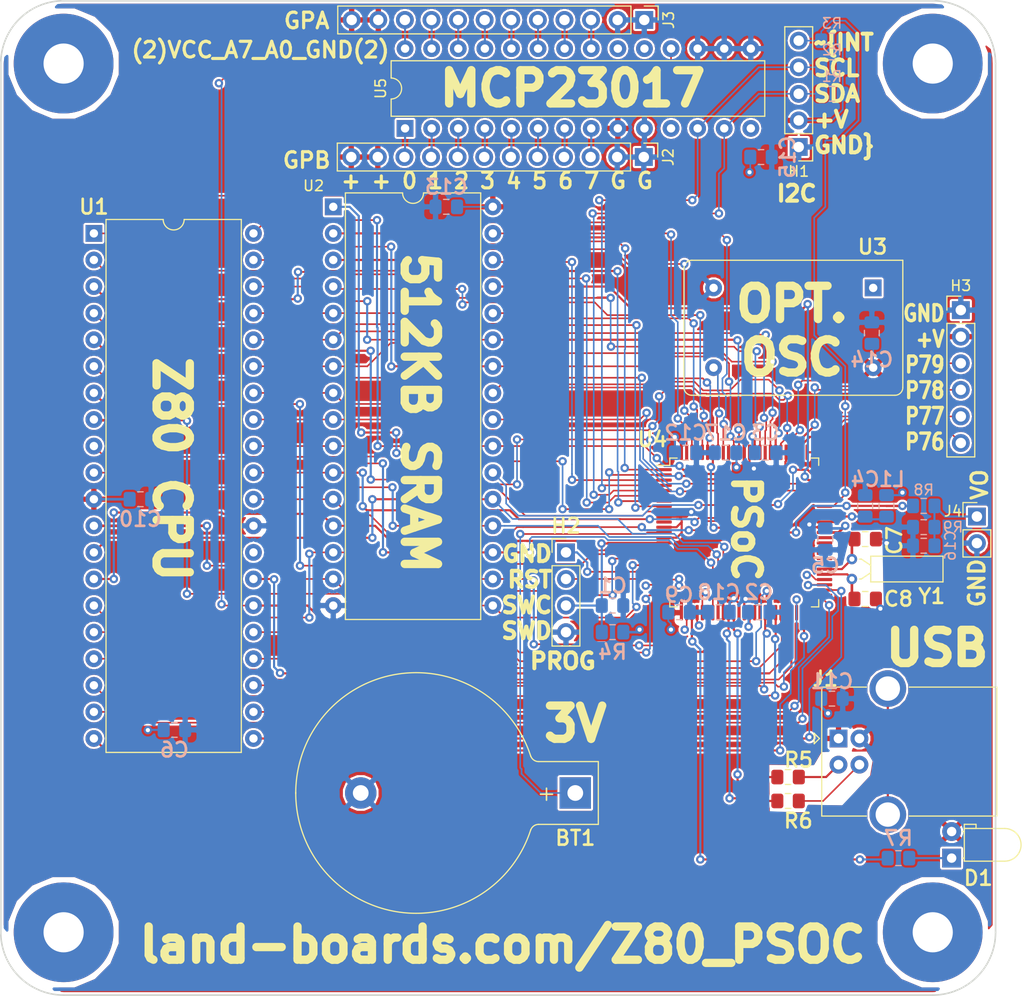
<source format=kicad_pcb>
(kicad_pcb (version 20171130) (host pcbnew "(5.0.2)-1")
  (title_block (title Z80_PSoC) (date 2019-09-25) (rev 1) (company land-boards.com))
  (layers (0 F.Cu signal) (31 B.Cu signal) (34 B.Paste user hide) (35 F.Paste user hide) (36 B.SilkS user) (37 F.SilkS user) (38 B.Mask user hide) (39 F.Mask user hide) (44 Edge.Cuts user))
  (net 0 "")
  (net 1 GND)
  (net 2 +5V)
  (net 3 "Net-(BT1-Pad1)")
  (net 4 "Net-(C1-Pad1)")
  (net 5 "Net-(C2-Pad1)")
  (net 6 "Net-(C3-Pad1)")
  (net 7 "Net-(C4-Pad1)")
  (net 8 "Net-(C5-Pad1)")
  (net 9 "Net-(C7-Pad2)")
  (net 10 "Net-(C8-Pad2)")
  (net 11 "Net-(D1-Pad1)")
  (net 12 "Net-(J1-Pad5)")
  (net 13 /USB-DM)
  (net 14 /USB-DP)
  (net 15 /~INT)
  (net 16 "Net-(R5-Pad2)")
  (net 17 "Net-(R6-Pad2)")
  (net 18 "Net-(R7-Pad2)")
  (net 19 /CPUA11)
  (net 20 /~CPURD)
  (net 21 /CPUA12)
  (net 22 /~CPUWR)
  (net 23 /CPUA13)
  (net 24 /~BUSACK)
  (net 25 /CPUA14)
  (net 26 /~WAIT)
  (net 27 /CPUA15)
  (net 28 /~BUSRQ)
  (net 29 /CPUCLK)
  (net 30 /~CPURST)
  (net 31 /CPUD4)
  (net 32 /~M1)
  (net 33 /CPUD3)
  (net 34 /CPUD5)
  (net 35 /CPUD6)
  (net 36 /CPUA0)
  (net 37 /CPUA1)
  (net 38 /CPUD2)
  (net 39 /CPUA2)
  (net 40 /CPUD7)
  (net 41 /CPUA3)
  (net 42 /CPUD0)
  (net 43 /CPUA4)
  (net 44 /CPUD1)
  (net 45 /CPUA5)
  (net 46 /CPUA6)
  (net 47 /~NMI)
  (net 48 /CPUA7)
  (net 49 /~HALT)
  (net 50 /CPUA8)
  (net 51 /~MREQ)
  (net 52 /CPUA9)
  (net 53 /~IORQ)
  (net 54 /CPUA10)
  (net 55 /SCL)
  (net 56 /SDA)
  (net 57 "Net-(U3-Pad8)")
  (net 58 /SWD)
  (net 59 /SWC)
  (net 60 /P76)
  (net 61 /P77)
  (net 62 /P78)
  (net 63 /P79)
  (net 64 /SRAMA16)
  (net 65 /SRAMA18)
  (net 66 /SRAMA17)
  (net 67 /~MEMRD)
  (net 68 /~MEMWR)
  (net 69 /~SRAMCS)
  (net 70 /SRAMA11)
  (net 71 /SRAMA12)
  (net 72 /SRAMA13)
  (net 73 /SRAMA14)
  (net 74 /SRAMA15)
  (net 75 /GPB7)
  (net 76 /GPB0)
  (net 77 /GPA7)
  (net 78 /GPA0)
  (net 79 /~I2CINT)
  (net 80 /GPB1)
  (net 81 /GPB2)
  (net 82 /GPB3)
  (net 83 /GPB4)
  (net 84 /GPB5)
  (net 85 /GPB6)
  (net 86 /GPA1)
  (net 87 /GPA2)
  (net 88 /GPA3)
  (net 89 /GPA4)
  (net 90 /GPA5)
  (net 91 /GPA6)
  (net 92 "Net-(C16-Pad2)")
  (net 93 /DAC_OUT)
  (module Inductor_SMD:L_0805_2012Metric_Pad1.15x1.40mm_HandSolder (layer B.Cu) (at 84.582 48.26 90)
    (fp_text reference L1 (at 2.54 0.508 180) (layer B.SilkS) (effects (font (size 1.397 1.397) (thickness 0.254)) (justify mirror)))
    (fp_text value ChipInd)
    (pad 1 smd roundrect (at -1.025 0 90) (size 1.15 1.4) (layers B.Cu B.Paste B.Mask) (roundrect_rratio 0.217391) (net 7 "Net-(C4-Pad1)"))
    (pad 2 smd roundrect (at 1.025 0 90) (size 1.15 1.4) (layers B.Cu B.Paste B.Mask) (roundrect_rratio 0.217391) (net 2 +5V))
  )
  (module Oscillator:Oscillator_DIP-14 (layer F.Cu) (at 83.312 27.432 180)
    (fp_text reference U3 (at 0.0635 3.9243) (layer F.SilkS) (effects (font (size 1.397 1.397) (thickness 0.254))))
    (fp_text value "4.9152 MHz")
    (pad 1 thru_hole rect (at 0 0 180) (size 1.6 1.6) (drill 0.8) (layers *.Cu *.Mask))
    (pad 14 thru_hole circle (at 0 -7.62 180) (size 1.6 1.6) (drill 0.8) (layers *.Cu *.Mask) (net 2 +5V))
    (pad 8 thru_hole circle (at 15.24 -7.62 180) (size 1.6 1.6) (drill 0.8) (layers *.Cu *.Mask) (net 57 "Net-(U3-Pad8)"))
    (pad 7 thru_hole circle (at 15.24 0 180) (size 1.6 1.6) (drill 0.8) (layers *.Cu *.Mask) (net 1 GND))
  )
  (module Battery:BatteryHolder_Keystone_103_1x20mm (layer F.Cu) (at 54.864 75.692 180)
    (fp_text reference BT1 (at 0 -4.3 180) (layer F.SilkS) (effects (font (size 1.397 1.397) (thickness 0.254))))
    (fp_text value Battery_Cell)
    (fp_text user + (at 2.75 0 180) (layer F.SilkS) (effects (font (size 1.5 1.5))))
    (pad 2 thru_hole circle (at 20.49 0 180) (size 3 3) (drill 1.5) (layers *.Cu *.Mask) (net 1 GND))
    (pad 1 thru_hole rect (at 0 0 180) (size 3 3) (drill 1.5) (layers *.Cu *.Mask) (net 3 "Net-(BT1-Pad1)"))
  )
  (module Capacitor_SMD:C_0805_2012Metric_Pad1.15x1.40mm_HandSolder (layer B.Cu) (at 58.42 57.785)
    (fp_text reference C1 (at 0 -1.905) (layer B.SilkS) (effects (font (size 1.397 1.397) (thickness 0.254)) (justify mirror)))
    (fp_text value 0.1uF)
    (pad 1 smd roundrect (at -1.025 0) (size 1.15 1.4) (layers B.Cu B.Paste B.Mask) (roundrect_rratio 0.217391) (net 4 "Net-(C1-Pad1)"))
    (pad 2 smd roundrect (at 1.025 0) (size 1.15 1.4) (layers B.Cu B.Paste B.Mask) (roundrect_rratio 0.217391) (net 1 GND))
  )
  (module Capacitor_SMD:C_0805_2012Metric_Pad1.15x1.40mm_HandSolder (layer B.Cu) (at 72.39 58.42)
    (fp_text reference C2 (at 0 -1.905) (layer B.SilkS) (effects (font (size 1.397 1.397) (thickness 0.254)) (justify mirror)))
    (fp_text value 1uF)
    (pad 1 smd roundrect (at -1.025 0) (size 1.15 1.4) (layers B.Cu B.Paste B.Mask) (roundrect_rratio 0.217391) (net 5 "Net-(C2-Pad1)"))
    (pad 2 smd roundrect (at 1.025 0) (size 1.15 1.4) (layers B.Cu B.Paste B.Mask) (roundrect_rratio 0.217391) (net 1 GND))
  )
  (module Capacitor_SMD:C_0805_2012Metric_Pad1.15x1.40mm_HandSolder (layer B.Cu) (at 73.025 43.18)
    (fp_text reference C3 (at 0 -1.905) (layer B.SilkS) (effects (font (size 1.397 1.397) (thickness 0.254)) (justify mirror)))
    (fp_text value 1uF)
    (pad 1 smd roundrect (at -1.025 0) (size 1.15 1.4) (layers B.Cu B.Paste B.Mask) (roundrect_rratio 0.217391) (net 6 "Net-(C3-Pad1)"))
    (pad 2 smd roundrect (at 1.025 0) (size 1.15 1.4) (layers B.Cu B.Paste B.Mask) (roundrect_rratio 0.217391) (net 1 GND))
  )
  (module Capacitor_SMD:C_0805_2012Metric_Pad1.15x1.40mm_HandSolder (layer B.Cu) (at 82.55 48.26 90)
    (fp_text reference C4 (at 2.54 0) (layer B.SilkS) (effects (font (size 1.397 1.397) (thickness 0.254)) (justify mirror)))
    (fp_text value 1uF)
    (pad 2 smd roundrect (at 1.025 0 90) (size 1.15 1.4) (layers B.Cu B.Paste B.Mask) (roundrect_rratio 0.217391) (net 1 GND))
    (pad 1 smd roundrect (at -1.025 0 90) (size 1.15 1.4) (layers B.Cu B.Paste B.Mask) (roundrect_rratio 0.217391) (net 7 "Net-(C4-Pad1)"))
  )
  (module Capacitor_SMD:C_0805_2012Metric_Pad1.15x1.40mm_HandSolder (layer B.Cu) (at 78.74 51.435 270)
    (fp_text reference C5 (at 2.54 0 180) (layer B.SilkS) (effects (font (size 1.397 1.397) (thickness 0.254)) (justify mirror)))
    (fp_text value 1uF)
    (pad 2 smd roundrect (at 1.025 0 270) (size 1.15 1.4) (layers B.Cu B.Paste B.Mask) (roundrect_rratio 0.217391) (net 1 GND))
    (pad 1 smd roundrect (at -1.025 0 270) (size 1.15 1.4) (layers B.Cu B.Paste B.Mask) (roundrect_rratio 0.217391) (net 8 "Net-(C5-Pad1)"))
  )
  (module Capacitor_SMD:C_0805_2012Metric_Pad1.15x1.40mm_HandSolder (layer B.Cu) (at 16.5825 69.6595 180)
    (fp_text reference C6 (at 0 -1.905 180) (layer B.SilkS) (effects (font (size 1.397 1.397) (thickness 0.254)) (justify mirror)))
    (fp_text value 0.1uF)
    (pad 1 smd roundrect (at -1.025 0 180) (size 1.15 1.4) (layers B.Cu B.Paste B.Mask) (roundrect_rratio 0.217391) (net 1 GND))
    (pad 2 smd roundrect (at 1.025 0 180) (size 1.15 1.4) (layers B.Cu B.Paste B.Mask) (roundrect_rratio 0.217391) (net 2 +5V))
  )
  (module Capacitor_SMD:C_0805_2012Metric_Pad1.15x1.40mm_HandSolder (layer F.Cu) (at 82.55 51.435 180)
    (fp_text reference C7 (at -2.794 -0.127 270) (layer F.SilkS) (effects (font (size 1.397 1.397) (thickness 0.254))))
    (fp_text value 10pF)
    (pad 2 smd roundrect (at 1.025 0 180) (size 1.15 1.4) (layers F.Cu F.Paste F.Mask) (roundrect_rratio 0.217391) (net 9 "Net-(C7-Pad2)"))
    (pad 1 smd roundrect (at -1.025 0 180) (size 1.15 1.4) (layers F.Cu F.Paste F.Mask) (roundrect_rratio 0.217391) (net 1 GND))
  )
  (module Capacitor_SMD:C_0805_2012Metric_Pad1.15x1.40mm_HandSolder (layer F.Cu) (at 82.55 57.15 180)
    (fp_text reference C8 (at -3.175 0 180) (layer F.SilkS) (effects (font (size 1.397 1.397) (thickness 0.254))))
    (fp_text value 10pF)
    (pad 1 smd roundrect (at -1.025 0 180) (size 1.15 1.4) (layers F.Cu F.Paste F.Mask) (roundrect_rratio 0.217391) (net 1 GND))
    (pad 2 smd roundrect (at 1.025 0 180) (size 1.15 1.4) (layers F.Cu F.Paste F.Mask) (roundrect_rratio 0.217391) (net 10 "Net-(C8-Pad2)"))
  )
  (module Capacitor_SMD:C_0805_2012Metric_Pad1.15x1.40mm_HandSolder (layer B.Cu) (at 64.77 58.42 180)
    (fp_text reference C9 (at 0 1.65 180) (layer B.SilkS) (effects (font (size 1.397 1.397) (thickness 0.254)) (justify mirror)))
    (fp_text value 0.1uF)
    (pad 2 smd roundrect (at 1.025 0 180) (size 1.15 1.4) (layers B.Cu B.Paste B.Mask) (roundrect_rratio 0.217391) (net 2 +5V))
    (pad 1 smd roundrect (at -1.025 0 180) (size 1.15 1.4) (layers B.Cu B.Paste B.Mask) (roundrect_rratio 0.217391) (net 1 GND))
  )
  (module Capacitor_SMD:C_0805_2012Metric_Pad1.15x1.40mm_HandSolder (layer B.Cu) (at 13.335 47.625 180)
    (fp_text reference C10 (at 0 -1.905 180) (layer B.SilkS) (effects (font (size 1.397 1.397) (thickness 0.254)) (justify mirror)))
    (fp_text value 0.1uF)
    (pad 1 smd roundrect (at -1.025 0 180) (size 1.15 1.4) (layers B.Cu B.Paste B.Mask) (roundrect_rratio 0.217391) (net 1 GND))
    (pad 2 smd roundrect (at 1.025 0 180) (size 1.15 1.4) (layers B.Cu B.Paste B.Mask) (roundrect_rratio 0.217391) (net 2 +5V))
  )
  (module Capacitor_SMD:C_0805_2012Metric_Pad1.15x1.40mm_HandSolder (layer B.Cu) (at 79.375 66.675 180)
    (fp_text reference C11 (at 0 1.65 180) (layer B.SilkS) (effects (font (size 1.397 1.397) (thickness 0.254)) (justify mirror)))
    (fp_text value 0.1uF)
    (pad 2 smd roundrect (at 1.025 0 180) (size 1.15 1.4) (layers B.Cu B.Paste B.Mask) (roundrect_rratio 0.217391) (net 2 +5V))
    (pad 1 smd roundrect (at -1.025 0 180) (size 1.15 1.4) (layers B.Cu B.Paste B.Mask) (roundrect_rratio 0.217391) (net 1 GND))
  )
  (module Capacitor_SMD:C_0805_2012Metric_Pad1.15x1.40mm_HandSolder (layer B.Cu) (at 65.405 43.18 180)
    (fp_text reference C12 (at 0 1.905 180) (layer B.SilkS) (effects (font (size 1.397 1.397) (thickness 0.254)) (justify mirror)))
    (fp_text value 0.1uF)
    (pad 1 smd roundrect (at -1.025 0 180) (size 1.15 1.4) (layers B.Cu B.Paste B.Mask) (roundrect_rratio 0.217391) (net 1 GND))
    (pad 2 smd roundrect (at 1.025 0 180) (size 1.15 1.4) (layers B.Cu B.Paste B.Mask) (roundrect_rratio 0.217391) (net 2 +5V))
  )
  (module Capacitor_SMD:C_0805_2012Metric_Pad1.15x1.40mm_HandSolder (layer B.Cu) (at 42.545 19.685)
    (fp_text reference C13 (at 0 -1.905) (layer B.SilkS) (effects (font (size 1.397 1.397) (thickness 0.254)) (justify mirror)))
    (fp_text value 0.1uF)
    (pad 2 smd roundrect (at 1.025 0) (size 1.15 1.4) (layers B.Cu B.Paste B.Mask) (roundrect_rratio 0.217391) (net 2 +5V))
    (pad 1 smd roundrect (at -1.025 0) (size 1.15 1.4) (layers B.Cu B.Paste B.Mask) (roundrect_rratio 0.217391) (net 1 GND))
  )
  (module Capacitor_SMD:C_0805_2012Metric_Pad1.15x1.40mm_HandSolder (layer B.Cu) (at 83.185 31.75 270)
    (fp_text reference C14 (at 2.54 0 180) (layer B.SilkS) (effects (font (size 1.397 1.397) (thickness 0.254)) (justify mirror)))
    (fp_text value 0.1uF)
    (pad 1 smd roundrect (at -1.025 0 270) (size 1.15 1.4) (layers B.Cu B.Paste B.Mask) (roundrect_rratio 0.217391) (net 1 GND))
    (pad 2 smd roundrect (at 1.025 0 270) (size 1.15 1.4) (layers B.Cu B.Paste B.Mask) (roundrect_rratio 0.217391) (net 2 +5V))
  )
  (module Capacitor_SMD:C_0805_2012Metric_Pad1.15x1.40mm_HandSolder (layer B.Cu) (at 72.60082 14.93266 180)
    (fp_text reference C15 (at -2.54 0 -90) (layer B.SilkS) (effects (font (size 1.397 1.397) (thickness 0.254)) (justify mirror)))
    (fp_text value 0.1uF)
    (pad 2 smd roundrect (at 1.025 0 180) (size 1.15 1.4) (layers B.Cu B.Paste B.Mask) (roundrect_rratio 0.217391) (net 2 +5V))
    (pad 1 smd roundrect (at -1.025 0 180) (size 1.15 1.4) (layers B.Cu B.Paste B.Mask) (roundrect_rratio 0.217391) (net 1 GND))
  )
  (module Capacitor_SMD:C_0805_2012Metric_Pad1.15x1.40mm_HandSolder (layer B.Cu) (at 69.215 43.18)
    (fp_text reference C17 (at 0 -1.905) (layer B.SilkS) (effects (font (size 1.397 1.397) (thickness 0.254)) (justify mirror)))
    (fp_text value 0.1uF)
    (pad 2 smd roundrect (at 1.025 0) (size 1.15 1.4) (layers B.Cu B.Paste B.Mask) (roundrect_rratio 0.217391) (net 2 +5V))
    (pad 1 smd roundrect (at -1.025 0) (size 1.15 1.4) (layers B.Cu B.Paste B.Mask) (roundrect_rratio 0.217391) (net 1 GND))
  )
  (module Capacitor_SMD:C_0805_2012Metric_Pad1.15x1.40mm_HandSolder (layer B.Cu) (at 68.58 58.42)
    (fp_text reference C18 (at 0 -1.905) (layer B.SilkS) (effects (font (size 1.397 1.397) (thickness 0.254)) (justify mirror)))
    (fp_text value 0.1uF)
    (pad 1 smd roundrect (at -1.025 0) (size 1.15 1.4) (layers B.Cu B.Paste B.Mask) (roundrect_rratio 0.217391) (net 1 GND))
    (pad 2 smd roundrect (at 1.025 0) (size 1.15 1.4) (layers B.Cu B.Paste B.Mask) (roundrect_rratio 0.217391) (net 2 +5V))
  )
  (module LED_THT:LED_D3.0mm_Horizontal_O1.27mm_Z2.0mm (layer F.Cu) (at 90.805 81.915 90)
    (fp_text reference D1 (at -1.905 2.54 180) (layer F.SilkS) (effects (font (size 1.397 1.397) (thickness 0.254))))
    (fp_text value LED_Small_ALT)
    (pad 1 thru_hole rect (at 0 0 90) (size 1.8 1.8) (drill 0.9) (layers *.Cu *.Mask) (net 11 "Net-(D1-Pad1)"))
    (pad 2 thru_hole circle (at 2.54 0 90) (size 1.8 1.8) (drill 0.9) (layers *.Cu *.Mask) (net 2 +5V))
  )
  (module Connector_PinHeader_2.54mm:PinHeader_1x04_P2.54mm_Vertical (layer F.Cu) (at 53.975 52.705)
    (fp_text reference H2 (at 0 -2.54) (layer F.SilkS) (effects (font (size 1.397 1.397) (thickness 0.254))))
    (fp_text value Conn_01x04)
    (pad 1 thru_hole rect (at 0 0) (size 1.7 1.7) (drill 1) (layers *.Cu *.Mask) (net 58 /SWD))
    (pad 2 thru_hole oval (at 0 2.54) (size 1.7 1.7) (drill 1) (layers *.Cu *.Mask) (net 59 /SWC))
    (pad 3 thru_hole oval (at 0 5.08) (size 1.7 1.7) (drill 1) (layers *.Cu *.Mask) (net 4 "Net-(C1-Pad1)"))
    (pad 4 thru_hole oval (at 0 7.62) (size 1.7 1.7) (drill 1) (layers *.Cu *.Mask) (net 1 GND))
  )
  (module Connector_USB:USB_B_OST_USB-B1HSxx_Horizontal (layer F.Cu) (at 80 70.485)
    (fp_text reference J1 (at -1.26 -5.715) (layer F.SilkS) (effects (font (size 1.397 1.397) (thickness 0.254))))
    (fp_text value USB_B)
    (pad 1 thru_hole rect (at 0 0) (size 1.7 1.7) (drill 0.92) (layers *.Cu *.Mask) (net 2 +5V))
    (pad 2 thru_hole circle (at 0 2.5) (size 1.7 1.7) (drill 0.92) (layers *.Cu *.Mask) (net 13 /USB-DM))
    (pad 3 thru_hole circle (at 2 2.5) (size 1.7 1.7) (drill 0.92) (layers *.Cu *.Mask) (net 14 /USB-DP))
    (pad 4 thru_hole circle (at 2 0) (size 1.7 1.7) (drill 0.92) (layers *.Cu *.Mask) (net 1 GND))
    (pad 5 thru_hole circle (at 4.71 -4.77) (size 3.5 3.5) (drill 2.33) (layers *.Cu *.Mask) (net 12 "Net-(J1-Pad5)"))
    (pad 5 thru_hole circle (at 4.71 7.27) (size 3.5 3.5) (drill 2.33) (layers *.Cu *.Mask) (net 12 "Net-(J1-Pad5)"))
  )
  (module Resistor_SMD:R_0805_2012Metric_Pad1.15x1.40mm_HandSolder (layer B.Cu) (at 58.42 60.325 180)
    (fp_text reference R4 (at 0 -1.905 180) (layer B.SilkS) (effects (font (size 1.397 1.397) (thickness 0.254)) (justify mirror)))
    (fp_text value 3.9K)
    (pad 2 smd roundrect (at 1.025 0 180) (size 1.15 1.4) (layers B.Cu B.Paste B.Mask) (roundrect_rratio 0.217391) (net 4 "Net-(C1-Pad1)"))
    (pad 1 smd roundrect (at -1.025 0 180) (size 1.15 1.4) (layers B.Cu B.Paste B.Mask) (roundrect_rratio 0.217391) (net 2 +5V))
  )
  (module Resistor_SMD:R_0805_2012Metric_Pad1.15x1.40mm_HandSolder (layer F.Cu) (at 75.184 74.168 180)
    (fp_text reference R5 (at -1.0033 1.6383) (layer F.SilkS) (effects (font (size 1.397 1.397) (thickness 0.254))))
    (fp_text value 22)
    (pad 2 smd roundrect (at 1.025 0 180) (size 1.15 1.4) (layers F.Cu F.Paste F.Mask) (roundrect_rratio 0.217391) (net 16 "Net-(R5-Pad2)"))
    (pad 1 smd roundrect (at -1.025 0 180) (size 1.15 1.4) (layers F.Cu F.Paste F.Mask) (roundrect_rratio 0.217391) (net 13 /USB-DM))
  )
  (module Resistor_SMD:R_0805_2012Metric_Pad1.15x1.40mm_HandSolder (layer F.Cu) (at 75.184 76.454 180)
    (fp_text reference R6 (at -0.9779 -1.8923) (layer F.SilkS) (effects (font (size 1.397 1.397) (thickness 0.254))))
    (fp_text value 22)
    (pad 1 smd roundrect (at -1.025 0 180) (size 1.15 1.4) (layers F.Cu F.Paste F.Mask) (roundrect_rratio 0.217391) (net 14 /USB-DP))
    (pad 2 smd roundrect (at 1.025 0 180) (size 1.15 1.4) (layers F.Cu F.Paste F.Mask) (roundrect_rratio 0.217391) (net 17 "Net-(R6-Pad2)"))
  )
  (module Resistor_SMD:R_0805_2012Metric_Pad1.15x1.40mm_HandSolder (layer B.Cu) (at 85.725 81.915 180)
    (fp_text reference R7 (at 0 1.905 180) (layer B.SilkS) (effects (font (size 1.397 1.397) (thickness 0.254)) (justify mirror)))
    (fp_text value 330)
    (pad 2 smd roundrect (at 1.025 0 180) (size 1.15 1.4) (layers B.Cu B.Paste B.Mask) (roundrect_rratio 0.217391) (net 18 "Net-(R7-Pad2)"))
    (pad 1 smd roundrect (at -1.025 0 180) (size 1.15 1.4) (layers B.Cu B.Paste B.Mask) (roundrect_rratio 0.217391) (net 11 "Net-(D1-Pad1)"))
  )
  (module Package_DIP:DIP-40_W15.24mm (layer F.Cu) (at 8.89 22.225)
    (fp_text reference U1 (at 0 -2.54) (layer F.SilkS) (effects (font (size 1.397 1.397) (thickness 0.254))))
    (fp_text value Z80CPU)
    (pad 1 thru_hole rect (at 0 0) (size 1.6 1.6) (drill 0.8) (layers *.Cu *.Mask) (net 19 /CPUA11))
    (pad 21 thru_hole oval (at 15.24 48.26) (size 1.6 1.6) (drill 0.8) (layers *.Cu *.Mask) (net 20 /~CPURD))
    (pad 2 thru_hole oval (at 0 2.54) (size 1.6 1.6) (drill 0.8) (layers *.Cu *.Mask) (net 21 /CPUA12))
    (pad 22 thru_hole oval (at 15.24 45.72) (size 1.6 1.6) (drill 0.8) (layers *.Cu *.Mask) (net 22 /~CPUWR))
    (pad 3 thru_hole oval (at 0 5.08) (size 1.6 1.6) (drill 0.8) (layers *.Cu *.Mask) (net 23 /CPUA13))
    (pad 23 thru_hole oval (at 15.24 43.18) (size 1.6 1.6) (drill 0.8) (layers *.Cu *.Mask) (net 24 /~BUSACK))
    (pad 4 thru_hole oval (at 0 7.62) (size 1.6 1.6) (drill 0.8) (layers *.Cu *.Mask) (net 25 /CPUA14))
    (pad 24 thru_hole oval (at 15.24 40.64) (size 1.6 1.6) (drill 0.8) (layers *.Cu *.Mask) (net 26 /~WAIT))
    (pad 5 thru_hole oval (at 0 10.16) (size 1.6 1.6) (drill 0.8) (layers *.Cu *.Mask) (net 27 /CPUA15))
    (pad 25 thru_hole oval (at 15.24 38.1) (size 1.6 1.6) (drill 0.8) (layers *.Cu *.Mask) (net 28 /~BUSRQ))
    (pad 6 thru_hole oval (at 0 12.7) (size 1.6 1.6) (drill 0.8) (layers *.Cu *.Mask) (net 29 /CPUCLK))
    (pad 26 thru_hole oval (at 15.24 35.56) (size 1.6 1.6) (drill 0.8) (layers *.Cu *.Mask) (net 30 /~CPURST))
    (pad 7 thru_hole oval (at 0 15.24) (size 1.6 1.6) (drill 0.8) (layers *.Cu *.Mask) (net 31 /CPUD4))
    (pad 27 thru_hole oval (at 15.24 33.02) (size 1.6 1.6) (drill 0.8) (layers *.Cu *.Mask) (net 32 /~M1))
    (pad 8 thru_hole oval (at 0 17.78) (size 1.6 1.6) (drill 0.8) (layers *.Cu *.Mask) (net 33 /CPUD3))
    (pad 28 thru_hole oval (at 15.24 30.48) (size 1.6 1.6) (drill 0.8) (layers *.Cu *.Mask))
    (pad 9 thru_hole oval (at 0 20.32) (size 1.6 1.6) (drill 0.8) (layers *.Cu *.Mask) (net 34 /CPUD5))
    (pad 29 thru_hole oval (at 15.24 27.94) (size 1.6 1.6) (drill 0.8) (layers *.Cu *.Mask) (net 1 GND))
    (pad 10 thru_hole oval (at 0 22.86) (size 1.6 1.6) (drill 0.8) (layers *.Cu *.Mask) (net 35 /CPUD6))
    (pad 30 thru_hole oval (at 15.24 25.4) (size 1.6 1.6) (drill 0.8) (layers *.Cu *.Mask) (net 36 /CPUA0))
    (pad 11 thru_hole oval (at 0 25.4) (size 1.6 1.6) (drill 0.8) (layers *.Cu *.Mask) (net 2 +5V))
    (pad 31 thru_hole oval (at 15.24 22.86) (size 1.6 1.6) (drill 0.8) (layers *.Cu *.Mask) (net 37 /CPUA1))
    (pad 12 thru_hole oval (at 0 27.94) (size 1.6 1.6) (drill 0.8) (layers *.Cu *.Mask) (net 38 /CPUD2))
    (pad 32 thru_hole oval (at 15.24 20.32) (size 1.6 1.6) (drill 0.8) (layers *.Cu *.Mask) (net 39 /CPUA2))
    (pad 13 thru_hole oval (at 0 30.48) (size 1.6 1.6) (drill 0.8) (layers *.Cu *.Mask) (net 40 /CPUD7))
    (pad 33 thru_hole oval (at 15.24 17.78) (size 1.6 1.6) (drill 0.8) (layers *.Cu *.Mask) (net 41 /CPUA3))
    (pad 14 thru_hole oval (at 0 33.02) (size 1.6 1.6) (drill 0.8) (layers *.Cu *.Mask) (net 42 /CPUD0))
    (pad 34 thru_hole oval (at 15.24 15.24) (size 1.6 1.6) (drill 0.8) (layers *.Cu *.Mask) (net 43 /CPUA4))
    (pad 15 thru_hole oval (at 0 35.56) (size 1.6 1.6) (drill 0.8) (layers *.Cu *.Mask) (net 44 /CPUD1))
    (pad 35 thru_hole oval (at 15.24 12.7) (size 1.6 1.6) (drill 0.8) (layers *.Cu *.Mask) (net 45 /CPUA5))
    (pad 16 thru_hole oval (at 0 38.1) (size 1.6 1.6) (drill 0.8) (layers *.Cu *.Mask) (net 15 /~INT))
    (pad 36 thru_hole oval (at 15.24 10.16) (size 1.6 1.6) (drill 0.8) (layers *.Cu *.Mask) (net 46 /CPUA6))
    (pad 17 thru_hole oval (at 0 40.64) (size 1.6 1.6) (drill 0.8) (layers *.Cu *.Mask) (net 47 /~NMI))
    (pad 37 thru_hole oval (at 15.24 7.62) (size 1.6 1.6) (drill 0.8) (layers *.Cu *.Mask) (net 48 /CPUA7))
    (pad 18 thru_hole oval (at 0 43.18) (size 1.6 1.6) (drill 0.8) (layers *.Cu *.Mask) (net 49 /~HALT))
    (pad 38 thru_hole oval (at 15.24 5.08) (size 1.6 1.6) (drill 0.8) (layers *.Cu *.Mask) (net 50 /CPUA8))
    (pad 19 thru_hole oval (at 0 45.72) (size 1.6 1.6) (drill 0.8) (layers *.Cu *.Mask) (net 51 /~MREQ))
    (pad 39 thru_hole oval (at 15.24 2.54) (size 1.6 1.6) (drill 0.8) (layers *.Cu *.Mask) (net 52 /CPUA9))
    (pad 20 thru_hole oval (at 0 48.26) (size 1.6 1.6) (drill 0.8) (layers *.Cu *.Mask) (net 53 /~IORQ))
    (pad 40 thru_hole oval (at 15.24 0) (size 1.6 1.6) (drill 0.8) (layers *.Cu *.Mask) (net 54 /CPUA10))
  )
  (module Package_QFP:TQFP-100_14x14mm_P0.5mm (layer F.Cu) (at 71 50.8)
    (fp_text reference U4 (at -8.77 -8.89) (layer F.SilkS) (effects (font (size 1.397 1.397) (thickness 0.254))))
    (fp_text value CY8C5267AXI-LP051)
    (pad 1 smd roundrect (at -7.6625 -6) (size 1.475 0.3) (layers F.Cu F.Paste F.Mask) (net 64 /SRAMA16))
    (pad 2 smd roundrect (at -7.6625 -5.5) (size 1.475 0.3) (layers F.Cu F.Paste F.Mask) (net 65 /SRAMA18))
    (pad 3 smd roundrect (at -7.6625 -5) (size 1.475 0.3) (layers F.Cu F.Paste F.Mask) (net 66 /SRAMA17))
    (pad 4 smd roundrect (at -7.6625 -4.5) (size 1.475 0.3) (layers F.Cu F.Paste F.Mask) (net 55 /SCL))
    (pad 5 smd roundrect (at -7.6625 -4) (size 1.475 0.3) (layers F.Cu F.Paste F.Mask) (net 56 /SDA))
    (pad 6 smd roundrect (at -7.6625 -3.5) (size 1.475 0.3) (layers F.Cu F.Paste F.Mask) (net 21 /CPUA12))
    (pad 7 smd roundrect (at -7.6625 -3) (size 1.475 0.3) (layers F.Cu F.Paste F.Mask) (net 23 /CPUA13))
    (pad 8 smd roundrect (at -7.6625 -2.5) (size 1.475 0.3) (layers F.Cu F.Paste F.Mask) (net 25 /CPUA14))
    (pad 9 smd roundrect (at -7.6625 -2) (size 1.475 0.3) (layers F.Cu F.Paste F.Mask) (net 27 /CPUA15))
    (pad 10 smd roundrect (at -7.6625 -1.5) (size 1.475 0.3) (layers F.Cu F.Paste F.Mask) (net 1 GND))
    (pad 11 smd roundrect (at -7.6625 -1) (size 1.475 0.3) (layers F.Cu F.Paste F.Mask))
    (pad 12 smd roundrect (at -7.6625 -0.5) (size 1.475 0.3) (layers F.Cu F.Paste F.Mask) (net 1 GND))
    (pad 13 smd roundrect (at -7.6625 0) (size 1.475 0.3) (layers F.Cu F.Paste F.Mask) (net 3 "Net-(BT1-Pad1)"))
    (pad 14 smd roundrect (at -7.6625 0.5) (size 1.475 0.3) (layers F.Cu F.Paste F.Mask) (net 1 GND))
    (pad 15 smd roundrect (at -7.6625 1) (size 1.475 0.3) (layers F.Cu F.Paste F.Mask) (net 4 "Net-(C1-Pad1)"))
    (pad 16 smd roundrect (at -7.6625 1.5) (size 1.475 0.3) (layers F.Cu F.Paste F.Mask) (net 42 /CPUD0))
    (pad 17 smd roundrect (at -7.6625 2) (size 1.475 0.3) (layers F.Cu F.Paste F.Mask) (net 44 /CPUD1))
    (pad 18 smd roundrect (at -7.6625 2.5) (size 1.475 0.3) (layers F.Cu F.Paste F.Mask) (net 38 /CPUD2))
    (pad 19 smd roundrect (at -7.6625 3) (size 1.475 0.3) (layers F.Cu F.Paste F.Mask) (net 33 /CPUD3))
    (pad 20 smd roundrect (at -7.6625 3.5) (size 1.475 0.3) (layers F.Cu F.Paste F.Mask) (net 58 /SWD))
    (pad 21 smd roundrect (at -7.6625 4) (size 1.475 0.3) (layers F.Cu F.Paste F.Mask) (net 59 /SWC))
    (pad 22 smd roundrect (at -7.6625 4.5) (size 1.475 0.3) (layers F.Cu F.Paste F.Mask))
    (pad 23 smd roundrect (at -7.6625 5) (size 1.475 0.3) (layers F.Cu F.Paste F.Mask))
    (pad 24 smd roundrect (at -7.6625 5.5) (size 1.475 0.3) (layers F.Cu F.Paste F.Mask))
    (pad 25 smd roundrect (at -7.6625 6) (size 1.475 0.3) (layers F.Cu F.Paste F.Mask) (net 30 /~CPURST))
    (pad 26 smd roundrect (at -6 7.6625) (size 0.3 1.475) (layers F.Cu F.Paste F.Mask) (net 2 +5V))
    (pad 27 smd roundrect (at -5.5 7.6625) (size 0.3 1.475) (layers F.Cu F.Paste F.Mask))
    (pad 28 smd roundrect (at -5 7.6625) (size 0.3 1.475) (layers F.Cu F.Paste F.Mask) (net 18 "Net-(R7-Pad2)"))
    (pad 29 smd roundrect (at -4.5 7.6625) (size 0.3 1.475) (layers F.Cu F.Paste F.Mask))
    (pad 30 smd roundrect (at -4 7.6625) (size 0.3 1.475) (layers F.Cu F.Paste F.Mask))
    (pad 31 smd roundrect (at -3.5 7.6625) (size 0.3 1.475) (layers F.Cu F.Paste F.Mask) (net 31 /CPUD4))
    (pad 32 smd roundrect (at -3 7.6625) (size 0.3 1.475) (layers F.Cu F.Paste F.Mask) (net 34 /CPUD5))
    (pad 33 smd roundrect (at -2.5 7.6625) (size 0.3 1.475) (layers F.Cu F.Paste F.Mask) (net 35 /CPUD6))
    (pad 34 smd roundrect (at -2 7.6625) (size 0.3 1.475) (layers F.Cu F.Paste F.Mask) (net 40 /CPUD7))
    (pad 35 smd roundrect (at -1.5 7.6625) (size 0.3 1.475) (layers F.Cu F.Paste F.Mask) (net 17 "Net-(R6-Pad2)"))
    (pad 36 smd roundrect (at -1 7.6625) (size 0.3 1.475) (layers F.Cu F.Paste F.Mask) (net 16 "Net-(R5-Pad2)"))
    (pad 37 smd roundrect (at -0.5 7.6625) (size 0.3 1.475) (layers F.Cu F.Paste F.Mask) (net 2 +5V))
    (pad 38 smd roundrect (at 0 7.6625) (size 0.3 1.475) (layers F.Cu F.Paste F.Mask) (net 1 GND))
    (pad 39 smd roundrect (at 0.5 7.6625) (size 0.3 1.475) (layers F.Cu F.Paste F.Mask) (net 5 "Net-(C2-Pad1)"))
    (pad 40 smd roundrect (at 1 7.6625) (size 0.3 1.475) (layers F.Cu F.Paste F.Mask))
    (pad 41 smd roundrect (at 1.5 7.6625) (size 0.3 1.475) (layers F.Cu F.Paste F.Mask))
    (pad 42 smd roundrect (at 2 7.6625) (size 0.3 1.475) (layers F.Cu F.Paste F.Mask) (net 24 /~BUSACK))
    (pad 43 smd roundrect (at 2.5 7.6625) (size 0.3 1.475) (layers F.Cu F.Paste F.Mask) (net 28 /~BUSRQ))
    (pad 44 smd roundrect (at 3 7.6625) (size 0.3 1.475) (layers F.Cu F.Paste F.Mask) (net 49 /~HALT))
    (pad 45 smd roundrect (at 3.5 7.6625) (size 0.3 1.475) (layers F.Cu F.Paste F.Mask) (net 26 /~WAIT))
    (pad 46 smd roundrect (at 4 7.6625) (size 0.3 1.475) (layers F.Cu F.Paste F.Mask) (net 32 /~M1))
    (pad 47 smd roundrect (at 4.5 7.6625) (size 0.3 1.475) (layers F.Cu F.Paste F.Mask) (net 15 /~INT))
    (pad 48 smd roundrect (at 5 7.6625) (size 0.3 1.475) (layers F.Cu F.Paste F.Mask) (net 47 /~NMI))
    (pad 49 smd roundrect (at 5.5 7.6625) (size 0.3 1.475) (layers F.Cu F.Paste F.Mask) (net 53 /~IORQ))
    (pad 50 smd roundrect (at 6 7.6625) (size 0.3 1.475) (layers F.Cu F.Paste F.Mask) (net 2 +5V))
    (pad 51 smd roundrect (at 7.6625 6) (size 1.475 0.3) (layers F.Cu F.Paste F.Mask) (net 22 /~CPUWR))
    (pad 52 smd roundrect (at 7.6625 5.5) (size 1.475 0.3) (layers F.Cu F.Paste F.Mask) (net 20 /~CPURD))
    (pad 53 smd roundrect (at 7.6625 5) (size 1.475 0.3) (layers F.Cu F.Paste F.Mask) (net 51 /~MREQ))
    (pad 54 smd roundrect (at 7.6625 4.5) (size 1.475 0.3) (layers F.Cu F.Paste F.Mask))
    (pad 55 smd roundrect (at 7.6625 4) (size 1.475 0.3) (layers F.Cu F.Paste F.Mask) (net 10 "Net-(C8-Pad2)"))
    (pad 56 smd roundrect (at 7.6625 3.5) (size 1.475 0.3) (layers F.Cu F.Paste F.Mask) (net 9 "Net-(C7-Pad2)"))
    (pad 57 smd roundrect (at 7.6625 3) (size 1.475 0.3) (layers F.Cu F.Paste F.Mask))
    (pad 58 smd roundrect (at 7.6625 2.5) (size 1.475 0.3) (layers F.Cu F.Paste F.Mask))
    (pad 59 smd roundrect (at 7.6625 2) (size 1.475 0.3) (layers F.Cu F.Paste F.Mask))
    (pad 60 smd roundrect (at 7.6625 1.5) (size 1.475 0.3) (layers F.Cu F.Paste F.Mask))
    (pad 61 smd roundrect (at 7.6625 1) (size 1.475 0.3) (layers F.Cu F.Paste F.Mask))
    (pad 62 smd roundrect (at 7.6625 0.5) (size 1.475 0.3) (layers F.Cu F.Paste F.Mask))
    (pad 63 smd roundrect (at 7.6625 0) (size 1.475 0.3) (layers F.Cu F.Paste F.Mask) (net 8 "Net-(C5-Pad1)"))
    (pad 64 smd roundrect (at 7.6625 -0.5) (size 1.475 0.3) (layers F.Cu F.Paste F.Mask) (net 1 GND))
    (pad 65 smd roundrect (at 7.6625 -1) (size 1.475 0.3) (layers F.Cu F.Paste F.Mask) (net 7 "Net-(C4-Pad1)"))
    (pad 66 smd roundrect (at 7.6625 -1.5) (size 1.475 0.3) (layers F.Cu F.Paste F.Mask) (net 1 GND))
    (pad 67 smd roundrect (at 7.6625 -2) (size 1.475 0.3) (layers F.Cu F.Paste F.Mask))
    (pad 68 smd roundrect (at 7.6625 -2.5) (size 1.475 0.3) (layers F.Cu F.Paste F.Mask) (net 79 /~I2CINT))
    (pad 69 smd roundrect (at 7.6625 -3) (size 1.475 0.3) (layers F.Cu F.Paste F.Mask) (net 36 /CPUA0))
    (pad 70 smd roundrect (at 7.6625 -3.5) (size 1.475 0.3) (layers F.Cu F.Paste F.Mask) (net 37 /CPUA1))
    (pad 71 smd roundrect (at 7.6625 -4) (size 1.475 0.3) (layers F.Cu F.Paste F.Mask) (net 29 /CPUCLK))
    (pad 72 smd roundrect (at 7.6625 -4.5) (size 1.475 0.3) (layers F.Cu F.Paste F.Mask) (net 67 /~MEMRD))
    (pad 73 smd roundrect (at 7.6625 -5) (size 1.475 0.3) (layers F.Cu F.Paste F.Mask) (net 68 /~MEMWR))
    (pad 74 smd roundrect (at 7.6625 -5.5) (size 1.475 0.3) (layers F.Cu F.Paste F.Mask) (net 69 /~SRAMCS))
    (pad 75 smd roundrect (at 7.6625 -6) (size 1.475 0.3) (layers F.Cu F.Paste F.Mask) (net 2 +5V))
    (pad 76 smd roundrect (at 6 -7.6625) (size 0.3 1.475) (layers F.Cu F.Paste F.Mask) (net 60 /P76))
    (pad 77 smd roundrect (at 5.5 -7.6625) (size 0.3 1.475) (layers F.Cu F.Paste F.Mask) (net 61 /P77))
    (pad 78 smd roundrect (at 5 -7.6625) (size 0.3 1.475) (layers F.Cu F.Paste F.Mask) (net 62 /P78))
    (pad 79 smd roundrect (at 4.5 -7.6625) (size 0.3 1.475) (layers F.Cu F.Paste F.Mask) (net 63 /P79))
    (pad 80 smd roundrect (at 4 -7.6625) (size 0.3 1.475) (layers F.Cu F.Paste F.Mask) (net 39 /CPUA2))
    (pad 81 smd roundrect (at 3.5 -7.6625) (size 0.3 1.475) (layers F.Cu F.Paste F.Mask) (net 41 /CPUA3))
    (pad 82 smd roundrect (at 3 -7.6625) (size 0.3 1.475) (layers F.Cu F.Paste F.Mask) (net 43 /CPUA4))
    (pad 83 smd roundrect (at 2.5 -7.6625) (size 0.3 1.475) (layers F.Cu F.Paste F.Mask) (net 45 /CPUA5))
    (pad 84 smd roundrect (at 2 -7.6625) (size 0.3 1.475) (layers F.Cu F.Paste F.Mask) (net 46 /CPUA6))
    (pad 85 smd roundrect (at 1.5 -7.6625) (size 0.3 1.475) (layers F.Cu F.Paste F.Mask) (net 48 /CPUA7))
    (pad 86 smd roundrect (at 1 -7.6625) (size 0.3 1.475) (layers F.Cu F.Paste F.Mask) (net 6 "Net-(C3-Pad1)"))
    (pad 87 smd roundrect (at 0.5 -7.6625) (size 0.3 1.475) (layers F.Cu F.Paste F.Mask) (net 1 GND))
    (pad 88 smd roundrect (at 0 -7.6625) (size 0.3 1.475) (layers F.Cu F.Paste F.Mask) (net 2 +5V))
    (pad 89 smd roundrect (at -0.5 -7.6625) (size 0.3 1.475) (layers F.Cu F.Paste F.Mask) (net 50 /CPUA8))
    (pad 90 smd roundrect (at -1 -7.6625) (size 0.3 1.475) (layers F.Cu F.Paste F.Mask) (net 52 /CPUA9))
    (pad 91 smd roundrect (at -1.5 -7.6625) (size 0.3 1.475) (layers F.Cu F.Paste F.Mask) (net 54 /CPUA10))
    (pad 92 smd roundrect (at -2 -7.6625) (size 0.3 1.475) (layers F.Cu F.Paste F.Mask) (net 19 /CPUA11))
    (pad 93 smd roundrect (at -2.5 -7.6625) (size 0.3 1.475) (layers F.Cu F.Paste F.Mask) (net 57 "Net-(U3-Pad8)"))
    (pad 94 smd roundrect (at -3 -7.6625) (size 0.3 1.475) (layers F.Cu F.Paste F.Mask) (net 93 /DAC_OUT))
    (pad 95 smd roundrect (at -3.5 -7.6625) (size 0.3 1.475) (layers F.Cu F.Paste F.Mask) (net 70 /SRAMA11))
    (pad 96 smd roundrect (at -4 -7.6625) (size 0.3 1.475) (layers F.Cu F.Paste F.Mask) (net 71 /SRAMA12))
    (pad 97 smd roundrect (at -4.5 -7.6625) (size 0.3 1.475) (layers F.Cu F.Paste F.Mask) (net 72 /SRAMA13))
    (pad 98 smd roundrect (at -5 -7.6625) (size 0.3 1.475) (layers F.Cu F.Paste F.Mask) (net 73 /SRAMA14))
    (pad 99 smd roundrect (at -5.5 -7.6625) (size 0.3 1.475) (layers F.Cu F.Paste F.Mask) (net 74 /SRAMA15))
    (pad 100 smd roundrect (at -6 -7.6625) (size 0.3 1.475) (layers F.Cu F.Paste F.Mask) (net 2 +5V))
  )
  (module Crystal:Crystal_C26-LF_D2.1mm_L6.5mm_Horizontal (layer F.Cu) (at 81.28 55.245 90)
    (fp_text reference Y1 (at -1.651 7.62 180) (layer F.SilkS) (effects (font (size 1.397 1.397) (thickness 0.254))))
    (fp_text value 32.768KHz)
    (pad 1 thru_hole circle (at 0 0 90) (size 1 1) (drill 0.5) (layers *.Cu *.Mask) (net 10 "Net-(C8-Pad2)"))
    (pad 2 thru_hole circle (at 1.9 0 90) (size 1 1) (drill 0.5) (layers *.Cu *.Mask) (net 9 "Net-(C7-Pad2)"))
  )
  (module Connector_PinHeader_2.54mm:PinHeader_1x06_P2.54mm_Vertical (layer F.Cu) (at 91.6813 29.5529)
    (fp_text reference H3 (at 0 -2.33) (layer F.SilkS))
    (fp_text value Conn_01x06)
    (pad 1 thru_hole rect (at 0 0) (size 1.7 1.7) (drill 1) (layers *.Cu *.Mask) (net 1 GND))
    (pad 2 thru_hole oval (at 0 2.54) (size 1.7 1.7) (drill 1) (layers *.Cu *.Mask) (net 2 +5V))
    (pad 3 thru_hole oval (at 0 5.08) (size 1.7 1.7) (drill 1) (layers *.Cu *.Mask) (net 63 /P79))
    (pad 4 thru_hole oval (at 0 7.62) (size 1.7 1.7) (drill 1) (layers *.Cu *.Mask) (net 62 /P78))
    (pad 5 thru_hole oval (at 0 10.16) (size 1.7 1.7) (drill 1) (layers *.Cu *.Mask) (net 61 /P77))
    (pad 6 thru_hole oval (at 0 12.7) (size 1.7 1.7) (drill 1) (layers *.Cu *.Mask) (net 60 /P76))
  )
  (module Package_DIP:DIP-32_W15.24mm (layer F.Cu) (at 31.75 19.685)
    (fp_text reference U2 (at -1.8796 -2.0066) (layer F.SilkS))
    (fp_text value AS6C4008)
    (pad 1 thru_hole rect (at 0 0) (size 1.6 1.6) (drill 0.8) (layers *.Cu *.Mask) (net 65 /SRAMA18))
    (pad 17 thru_hole oval (at 15.24 38.1) (size 1.6 1.6) (drill 0.8) (layers *.Cu *.Mask) (net 33 /CPUD3))
    (pad 2 thru_hole oval (at 0 2.54) (size 1.6 1.6) (drill 0.8) (layers *.Cu *.Mask) (net 64 /SRAMA16))
    (pad 18 thru_hole oval (at 15.24 35.56) (size 1.6 1.6) (drill 0.8) (layers *.Cu *.Mask) (net 31 /CPUD4))
    (pad 3 thru_hole oval (at 0 5.08) (size 1.6 1.6) (drill 0.8) (layers *.Cu *.Mask) (net 73 /SRAMA14))
    (pad 19 thru_hole oval (at 15.24 33.02) (size 1.6 1.6) (drill 0.8) (layers *.Cu *.Mask) (net 34 /CPUD5))
    (pad 4 thru_hole oval (at 0 7.62) (size 1.6 1.6) (drill 0.8) (layers *.Cu *.Mask) (net 71 /SRAMA12))
    (pad 20 thru_hole oval (at 15.24 30.48) (size 1.6 1.6) (drill 0.8) (layers *.Cu *.Mask) (net 35 /CPUD6))
    (pad 5 thru_hole oval (at 0 10.16) (size 1.6 1.6) (drill 0.8) (layers *.Cu *.Mask) (net 48 /CPUA7))
    (pad 21 thru_hole oval (at 15.24 27.94) (size 1.6 1.6) (drill 0.8) (layers *.Cu *.Mask) (net 40 /CPUD7))
    (pad 6 thru_hole oval (at 0 12.7) (size 1.6 1.6) (drill 0.8) (layers *.Cu *.Mask) (net 46 /CPUA6))
    (pad 22 thru_hole oval (at 15.24 25.4) (size 1.6 1.6) (drill 0.8) (layers *.Cu *.Mask) (net 69 /~SRAMCS))
    (pad 7 thru_hole oval (at 0 15.24) (size 1.6 1.6) (drill 0.8) (layers *.Cu *.Mask) (net 45 /CPUA5))
    (pad 23 thru_hole oval (at 15.24 22.86) (size 1.6 1.6) (drill 0.8) (layers *.Cu *.Mask) (net 54 /CPUA10))
    (pad 8 thru_hole oval (at 0 17.78) (size 1.6 1.6) (drill 0.8) (layers *.Cu *.Mask) (net 43 /CPUA4))
    (pad 24 thru_hole oval (at 15.24 20.32) (size 1.6 1.6) (drill 0.8) (layers *.Cu *.Mask) (net 67 /~MEMRD))
    (pad 9 thru_hole oval (at 0 20.32) (size 1.6 1.6) (drill 0.8) (layers *.Cu *.Mask) (net 41 /CPUA3))
    (pad 25 thru_hole oval (at 15.24 17.78) (size 1.6 1.6) (drill 0.8) (layers *.Cu *.Mask) (net 70 /SRAMA11))
    (pad 10 thru_hole oval (at 0 22.86) (size 1.6 1.6) (drill 0.8) (layers *.Cu *.Mask) (net 39 /CPUA2))
    (pad 26 thru_hole oval (at 15.24 15.24) (size 1.6 1.6) (drill 0.8) (layers *.Cu *.Mask) (net 52 /CPUA9))
    (pad 11 thru_hole oval (at 0 25.4) (size 1.6 1.6) (drill 0.8) (layers *.Cu *.Mask) (net 37 /CPUA1))
    (pad 27 thru_hole oval (at 15.24 12.7) (size 1.6 1.6) (drill 0.8) (layers *.Cu *.Mask) (net 50 /CPUA8))
    (pad 12 thru_hole oval (at 0 27.94) (size 1.6 1.6) (drill 0.8) (layers *.Cu *.Mask) (net 36 /CPUA0))
    (pad 28 thru_hole oval (at 15.24 10.16) (size 1.6 1.6) (drill 0.8) (layers *.Cu *.Mask) (net 72 /SRAMA13))
    (pad 13 thru_hole oval (at 0 30.48) (size 1.6 1.6) (drill 0.8) (layers *.Cu *.Mask) (net 42 /CPUD0))
    (pad 29 thru_hole oval (at 15.24 7.62) (size 1.6 1.6) (drill 0.8) (layers *.Cu *.Mask) (net 68 /~MEMWR))
    (pad 14 thru_hole oval (at 0 33.02) (size 1.6 1.6) (drill 0.8) (layers *.Cu *.Mask) (net 44 /CPUD1))
    (pad 30 thru_hole oval (at 15.24 5.08) (size 1.6 1.6) (drill 0.8) (layers *.Cu *.Mask) (net 66 /SRAMA17))
    (pad 15 thru_hole oval (at 0 35.56) (size 1.6 1.6) (drill 0.8) (layers *.Cu *.Mask) (net 38 /CPUD2))
    (pad 31 thru_hole oval (at 15.24 2.54) (size 1.6 1.6) (drill 0.8) (layers *.Cu *.Mask) (net 74 /SRAMA15))
    (pad 16 thru_hole oval (at 0 38.1) (size 1.6 1.6) (drill 0.8) (layers *.Cu *.Mask) (net 1 GND))
    (pad 32 thru_hole oval (at 15.24 0) (size 1.6 1.6) (drill 0.8) (layers *.Cu *.Mask) (net 2 +5V))
  )
  (module LandBoards_MountHoles:MTG-6-32 (layer F.Cu) (at 6 6)
    (fp_text reference MTG1 hide)
    (fp_text value MTG_HOLE hide)
    (pad 1 thru_hole circle (at 0 0) (size 9.525 9.525) (drill 3.8354) (layers *.Cu *.Mask) (clearance 0.508))
  )
  (module LandBoards_MountHoles:MTG-6-32 (layer F.Cu) (at 89 6)
    (fp_text reference MTG2 hide)
    (fp_text value MTG_HOLE hide)
    (pad 1 thru_hole circle (at 0 0) (size 9.525 9.525) (drill 3.8354) (layers *.Cu *.Mask) (clearance 0.508))
  )
  (module LandBoards_MountHoles:MTG-6-32 (layer F.Cu) (at 6 89)
    (fp_text reference MTG3 hide)
    (fp_text value MTG_HOLE hide)
    (pad 1 thru_hole circle (at 0 0) (size 9.525 9.525) (drill 3.8354) (layers *.Cu *.Mask) (clearance 0.508))
  )
  (module LandBoards_MountHoles:MTG-6-32 (layer F.Cu) (at 89 89)
    (fp_text reference MTG?1 hide)
    (fp_text value MTG_HOLE hide)
    (pad 1 thru_hole circle (at 0 0) (size 9.525 9.525) (drill 3.8354) (layers *.Cu *.Mask) (clearance 0.508))
  )
  (module Package_DIP:DIP-28_W7.62mm (layer F.Cu) (at 38.608 12.192 90)
    (fp_text reference U5 (at 3.81 -2.33 90) (layer F.SilkS))
    (fp_text value MCP23017_SP)
    (pad 1 thru_hole rect (at 0 0 90) (size 1.6 1.6) (drill 0.8) (layers *.Cu *.Mask) (net 76 /GPB0))
    (pad 15 thru_hole oval (at 7.62 33.02 90) (size 1.6 1.6) (drill 0.8) (layers *.Cu *.Mask) (net 1 GND))
    (pad 2 thru_hole oval (at 0 2.54 90) (size 1.6 1.6) (drill 0.8) (layers *.Cu *.Mask) (net 80 /GPB1))
    (pad 16 thru_hole oval (at 7.62 30.48 90) (size 1.6 1.6) (drill 0.8) (layers *.Cu *.Mask) (net 1 GND))
    (pad 3 thru_hole oval (at 0 5.08 90) (size 1.6 1.6) (drill 0.8) (layers *.Cu *.Mask) (net 81 /GPB2))
    (pad 17 thru_hole oval (at 7.62 27.94 90) (size 1.6 1.6) (drill 0.8) (layers *.Cu *.Mask) (net 1 GND))
    (pad 4 thru_hole oval (at 0 7.62 90) (size 1.6 1.6) (drill 0.8) (layers *.Cu *.Mask) (net 82 /GPB3))
    (pad 18 thru_hole oval (at 7.62 25.4 90) (size 1.6 1.6) (drill 0.8) (layers *.Cu *.Mask) (net 30 /~CPURST))
    (pad 5 thru_hole oval (at 0 10.16 90) (size 1.6 1.6) (drill 0.8) (layers *.Cu *.Mask) (net 83 /GPB4))
    (pad 19 thru_hole oval (at 7.62 22.86 90) (size 1.6 1.6) (drill 0.8) (layers *.Cu *.Mask))
    (pad 6 thru_hole oval (at 0 12.7 90) (size 1.6 1.6) (drill 0.8) (layers *.Cu *.Mask) (net 84 /GPB5))
    (pad 20 thru_hole oval (at 7.62 20.32 90) (size 1.6 1.6) (drill 0.8) (layers *.Cu *.Mask))
    (pad 7 thru_hole oval (at 0 15.24 90) (size 1.6 1.6) (drill 0.8) (layers *.Cu *.Mask) (net 85 /GPB6))
    (pad 21 thru_hole oval (at 7.62 17.78 90) (size 1.6 1.6) (drill 0.8) (layers *.Cu *.Mask) (net 78 /GPA0))
    (pad 8 thru_hole oval (at 0 17.78 90) (size 1.6 1.6) (drill 0.8) (layers *.Cu *.Mask) (net 75 /GPB7))
    (pad 22 thru_hole oval (at 7.62 15.24 90) (size 1.6 1.6) (drill 0.8) (layers *.Cu *.Mask) (net 86 /GPA1))
    (pad 9 thru_hole oval (at 0 20.32 90) (size 1.6 1.6) (drill 0.8) (layers *.Cu *.Mask) (net 2 +5V))
    (pad 23 thru_hole oval (at 7.62 12.7 90) (size 1.6 1.6) (drill 0.8) (layers *.Cu *.Mask) (net 87 /GPA2))
    (pad 10 thru_hole oval (at 0 22.86 90) (size 1.6 1.6) (drill 0.8) (layers *.Cu *.Mask) (net 1 GND))
    (pad 24 thru_hole oval (at 7.62 10.16 90) (size 1.6 1.6) (drill 0.8) (layers *.Cu *.Mask) (net 88 /GPA3))
    (pad 11 thru_hole oval (at 0 25.4 90) (size 1.6 1.6) (drill 0.8) (layers *.Cu *.Mask))
    (pad 25 thru_hole oval (at 7.62 7.62 90) (size 1.6 1.6) (drill 0.8) (layers *.Cu *.Mask) (net 89 /GPA4))
    (pad 12 thru_hole oval (at 0 27.94 90) (size 1.6 1.6) (drill 0.8) (layers *.Cu *.Mask) (net 55 /SCL))
    (pad 26 thru_hole oval (at 7.62 5.08 90) (size 1.6 1.6) (drill 0.8) (layers *.Cu *.Mask) (net 90 /GPA5))
    (pad 13 thru_hole oval (at 0 30.48 90) (size 1.6 1.6) (drill 0.8) (layers *.Cu *.Mask) (net 56 /SDA))
    (pad 27 thru_hole oval (at 7.62 2.54 90) (size 1.6 1.6) (drill 0.8) (layers *.Cu *.Mask) (net 91 /GPA6))
    (pad 14 thru_hole oval (at 0 33.02 90) (size 1.6 1.6) (drill 0.8) (layers *.Cu *.Mask))
    (pad 28 thru_hole oval (at 7.62 0 90) (size 1.6 1.6) (drill 0.8) (layers *.Cu *.Mask) (net 77 /GPA7))
  )
  (module Connector_PinHeader_2.54mm:PinHeader_1x05_P2.54mm_Vertical (layer F.Cu) (at 76.2 13.97 180)
    (fp_text reference H1 (at 0 -2.33 180) (layer F.SilkS))
    (fp_text value Conn_01x05)
    (pad 1 thru_hole rect (at 0 0 180) (size 1.7 1.7) (drill 1) (layers *.Cu *.Mask) (net 1 GND))
    (pad 2 thru_hole oval (at 0 2.54 180) (size 1.7 1.7) (drill 1) (layers *.Cu *.Mask) (net 2 +5V))
    (pad 3 thru_hole oval (at 0 5.08 180) (size 1.7 1.7) (drill 1) (layers *.Cu *.Mask) (net 56 /SDA))
    (pad 4 thru_hole oval (at 0 7.62 180) (size 1.7 1.7) (drill 1) (layers *.Cu *.Mask) (net 55 /SCL))
    (pad 5 thru_hole oval (at 0 10.16 180) (size 1.7 1.7) (drill 1) (layers *.Cu *.Mask) (net 79 /~I2CINT))
  )
  (module Connector_PinHeader_2.54mm:PinHeader_1x12_P2.54mm_Vertical (layer F.Cu) (at 61.40704 14.93012 270)
    (fp_text reference J2 (at 0 -2.33 270) (layer F.SilkS))
    (fp_text value Conn_01x12)
    (pad 12 thru_hole oval (at 0 27.94 270) (size 1.7 1.7) (drill 1) (layers *.Cu *.Mask) (net 2 +5V))
    (pad 11 thru_hole oval (at 0 25.4 270) (size 1.7 1.7) (drill 1) (layers *.Cu *.Mask) (net 2 +5V))
    (pad 10 thru_hole oval (at 0 22.86 270) (size 1.7 1.7) (drill 1) (layers *.Cu *.Mask) (net 76 /GPB0))
    (pad 9 thru_hole oval (at 0 20.32 270) (size 1.7 1.7) (drill 1) (layers *.Cu *.Mask) (net 80 /GPB1))
    (pad 8 thru_hole oval (at 0 17.78 270) (size 1.7 1.7) (drill 1) (layers *.Cu *.Mask) (net 81 /GPB2))
    (pad 7 thru_hole oval (at 0 15.24 270) (size 1.7 1.7) (drill 1) (layers *.Cu *.Mask) (net 82 /GPB3))
    (pad 6 thru_hole oval (at 0 12.7 270) (size 1.7 1.7) (drill 1) (layers *.Cu *.Mask) (net 83 /GPB4))
    (pad 5 thru_hole oval (at 0 10.16 270) (size 1.7 1.7) (drill 1) (layers *.Cu *.Mask) (net 84 /GPB5))
    (pad 4 thru_hole oval (at 0 7.62 270) (size 1.7 1.7) (drill 1) (layers *.Cu *.Mask) (net 85 /GPB6))
    (pad 3 thru_hole oval (at 0 5.08 270) (size 1.7 1.7) (drill 1) (layers *.Cu *.Mask) (net 75 /GPB7))
    (pad 2 thru_hole oval (at 0 2.54 270) (size 1.7 1.7) (drill 1) (layers *.Cu *.Mask) (net 1 GND))
    (pad 1 thru_hole rect (at 0 0 270) (size 1.7 1.7) (drill 1) (layers *.Cu *.Mask) (net 1 GND))
  )
  (module Connector_PinHeader_2.54mm:PinHeader_1x12_P2.54mm_Vertical (layer F.Cu) (at 61.45022 1.83134 270)
    (fp_text reference J3 (at 0 -2.33 270) (layer F.SilkS))
    (fp_text value Conn_01x12)
    (pad 1 thru_hole rect (at 0 0 270) (size 1.7 1.7) (drill 1) (layers *.Cu *.Mask) (net 1 GND))
    (pad 2 thru_hole oval (at 0 2.54 270) (size 1.7 1.7) (drill 1) (layers *.Cu *.Mask) (net 1 GND))
    (pad 3 thru_hole oval (at 0 5.08 270) (size 1.7 1.7) (drill 1) (layers *.Cu *.Mask) (net 78 /GPA0))
    (pad 4 thru_hole oval (at 0 7.62 270) (size 1.7 1.7) (drill 1) (layers *.Cu *.Mask) (net 86 /GPA1))
    (pad 5 thru_hole oval (at 0 10.16 270) (size 1.7 1.7) (drill 1) (layers *.Cu *.Mask) (net 87 /GPA2))
    (pad 6 thru_hole oval (at 0 12.7 270) (size 1.7 1.7) (drill 1) (layers *.Cu *.Mask) (net 88 /GPA3))
    (pad 7 thru_hole oval (at 0 15.24 270) (size 1.7 1.7) (drill 1) (layers *.Cu *.Mask) (net 89 /GPA4))
    (pad 8 thru_hole oval (at 0 17.78 270) (size 1.7 1.7) (drill 1) (layers *.Cu *.Mask) (net 90 /GPA5))
    (pad 9 thru_hole oval (at 0 20.32 270) (size 1.7 1.7) (drill 1) (layers *.Cu *.Mask) (net 91 /GPA6))
    (pad 10 thru_hole oval (at 0 22.86 270) (size 1.7 1.7) (drill 1) (layers *.Cu *.Mask) (net 77 /GPA7))
    (pad 11 thru_hole oval (at 0 25.4 270) (size 1.7 1.7) (drill 1) (layers *.Cu *.Mask) (net 2 +5V))
    (pad 12 thru_hole oval (at 0 27.94 270) (size 1.7 1.7) (drill 1) (layers *.Cu *.Mask) (net 2 +5V))
  )
  (module Resistor_SMD:R_0805_2012Metric_Pad1.15x1.40mm_HandSolder (layer B.Cu) (at 79.375 8.89 180)
    (fp_text reference R1 (at 0 1.65 180) (layer B.SilkS) (effects (justify mirror)))
    (fp_text value 2.2K)
    (pad 1 smd roundrect (at -1.025 0 180) (size 1.15 1.4) (layers B.Cu B.Paste B.Mask) (roundrect_rratio 0.217391) (net 2 +5V))
    (pad 2 smd roundrect (at 1.025 0 180) (size 1.15 1.4) (layers B.Cu B.Paste B.Mask) (roundrect_rratio 0.217391) (net 56 /SDA))
  )
  (module Resistor_SMD:R_0805_2012Metric_Pad1.15x1.40mm_HandSolder (layer B.Cu) (at 79.375 6.35 180)
    (fp_text reference R2 (at 0 1.65 180) (layer B.SilkS) (effects (justify mirror)))
    (fp_text value 2.2K)
    (pad 2 smd roundrect (at 1.025 0 180) (size 1.15 1.4) (layers B.Cu B.Paste B.Mask) (roundrect_rratio 0.217391) (net 55 /SCL))
    (pad 1 smd roundrect (at -1.025 0 180) (size 1.15 1.4) (layers B.Cu B.Paste B.Mask) (roundrect_rratio 0.217391) (net 2 +5V))
  )
  (module Resistor_SMD:R_0805_2012Metric_Pad1.15x1.40mm_HandSolder (layer B.Cu) (at 79.375 3.81 180)
    (fp_text reference R3 (at 0 1.65 180) (layer B.SilkS) (effects (justify mirror)))
    (fp_text value 2.2K)
    (pad 1 smd roundrect (at -1.025 0 180) (size 1.15 1.4) (layers B.Cu B.Paste B.Mask) (roundrect_rratio 0.217391) (net 2 +5V))
    (pad 2 smd roundrect (at 1.025 0 180) (size 1.15 1.4) (layers B.Cu B.Paste B.Mask) (roundrect_rratio 0.217391) (net 79 /~I2CINT))
  )
  (module Capacitor_SMD:C_0805_2012Metric_Pad1.15x1.40mm_HandSolder (layer B.Cu) (at 88.138 52.07)
    (fp_text reference C16 (at 2.54 0 90) (layer B.SilkS) (effects (justify mirror)))
    (fp_text value 10pF)
    (pad 1 smd roundrect (at -1.025 0) (size 1.15 1.4) (layers B.Cu B.Paste B.Mask) (roundrect_rratio 0.217391) (net 1 GND))
    (pad 2 smd roundrect (at 1.025 0) (size 1.15 1.4) (layers B.Cu B.Paste B.Mask) (roundrect_rratio 0.217391) (net 92 "Net-(C16-Pad2)"))
  )
  (module Resistor_SMD:R_0805_2012Metric_Pad1.15x1.40mm_HandSolder (layer B.Cu) (at 88.138 48.26 180)
    (fp_text reference R8 (at 0 1.524 180) (layer B.SilkS) (effects (justify mirror)))
    (fp_text value 2.2K)
    (pad 1 smd roundrect (at -1.025 0 180) (size 1.15 1.4) (layers B.Cu B.Paste B.Mask) (roundrect_rratio 0.217391) (net 92 "Net-(C16-Pad2)"))
    (pad 2 smd roundrect (at 1.025 0 180) (size 1.15 1.4) (layers B.Cu B.Paste B.Mask) (roundrect_rratio 0.217391) (net 93 /DAC_OUT))
  )
  (module Resistor_SMD:R_0805_2012Metric_Pad1.15x1.40mm_HandSolder (layer B.Cu) (at 88.138 50.292)
    (fp_text reference R9 (at 2.794 0) (layer B.SilkS) (effects (justify mirror)))
    (fp_text value 2.2K)
    (pad 2 smd roundrect (at 1.025 0) (size 1.15 1.4) (layers B.Cu B.Paste B.Mask) (roundrect_rratio 0.217391) (net 92 "Net-(C16-Pad2)"))
    (pad 1 smd roundrect (at -1.025 0) (size 1.15 1.4) (layers B.Cu B.Paste B.Mask) (roundrect_rratio 0.217391) (net 1 GND))
  )
  (module Connector_PinHeader_2.54mm:PinHeader_1x02_P2.54mm_Vertical (layer F.Cu) (at 93.218 49.276)
    (fp_text reference J4 (at -2.286 -0.508) (layer F.SilkS))
    (fp_text value Conn_01x02)
    (pad 1 thru_hole rect (at 0 0) (size 1.7 1.7) (drill 1) (layers *.Cu *.Mask) (net 92 "Net-(C16-Pad2)"))
    (pad 2 thru_hole oval (at 0 2.54) (size 1.7 1.7) (drill 1) (layers *.Cu *.Mask) (net 1 GND))
  )
  (gr_text VO (at 93.472 46.228 90) (layer F.SilkS) (effects (font (size 1.5 1.5) (thickness 0.3))))
  (gr_text GND (at 93.218 55.626 90) (layer F.SilkS) (effects (font (size 1.5 1.5) (thickness 0.3))))
  (gr_text GPA (at 29.21 1.905) (layer F.SilkS) (effects (font (size 1.5 1.5) (thickness 0.3))))
  (gr_text GPB (at 29.21 15.24) (layer F.SilkS) (effects (font (size 1.5 1.5) (thickness 0.3))))
  (gr_text "+ + 0 1 2 3 4 5 6 7 G G" (at 47.38878 17.19834) (layer F.SilkS) (effects (font (size 1.5 1.45) (thickness 0.3))))
  (gr_text "(2)VCC_A7_A0_GND(2)" (at 24.79802 4.69138) (layer F.SilkS) (effects (font (size 1.5 1.5) (thickness 0.3))))
  (gr_text MCP23017 (at 54.61 8.382) (layer F.SilkS) (effects (font (size 3.175 3.175) (thickness 0.79375))))
  (gr_text "GND\n+V\nP79\nP78\nP77\nP76" (at 90.297 36.0045) (layer F.SilkS) (effects (font (size 1.524 1.27) (thickness 0.3175)) (justify right)))
  (gr_text PROG (at 57.0103 63.0936) (layer F.SilkS) (effects (font (size 1.524 1.524) (thickness 0.381)) (justify right)))
  (gr_text "GND\nRST\nSWC\nSWD" (at 52.832 56.5277) (layer F.SilkS) (effects (font (size 1.524 1.524) (thickness 0.381)) (justify right)))
  (gr_text "OPT.\nOSC" (at 75.5523 31.5341) (layer F.SilkS) (effects (font (size 3.175 3.175) (thickness 0.79375))))
  (gr_text land-boards.com/Z80_PSOC (at 47.9171 90.1954) (layer F.SilkS) (effects (font (size 3.175 3.175) (thickness 0.79375))))
  (gr_text I2C (at 78.105 18.415) (layer F.SilkS) (effects (font (size 1.524 1.524) (thickness 0.381)) (justify right)))
  (gr_text "~INT\nSCL\nSDA\n+V\nGND" (at 77.47 8.89) (layer F.SilkS) (effects (font (size 1.524 1.524) (thickness 0.381)) (justify left)))
  (gr_text 3V (at 54.864 69.088) (layer F.SilkS) (effects (font (size 3.175 3.175) (thickness 0.79375))))
  (gr_text PSoC (at 71.1835 50.4444 270) (layer F.SilkS) (effects (font (size 2.54 2.54) (thickness 0.635))))
  (gr_text "512KB SRAM" (at 40.005 39.37 270) (layer F.SilkS) (effects (font (size 3.175 3.175) (thickness 0.79375))))
  (gr_text "Z80 CPU" (at 16.30426 44.7675 270) (layer F.SilkS) (effects (font (size 3.175 3.175) (thickness 0.79375))))
  (gr_text USB (at 89.4207 61.849) (layer F.SilkS) (effects (font (size 3.175 3.175) (thickness 0.79375))))
  (gr_line (start 6 95) (end 89 95) (layer Edge.Cuts) (width 0.15))
  (gr_line (start 0 6) (end 0 89) (layer Edge.Cuts) (width 0.15))
  (gr_line (start 89 0) (end 6 0) (layer Edge.Cuts) (width 0.15))
  (gr_line (start 95 89) (end 95 6) (layer Edge.Cuts) (width 0.15))
  (gr_arc (start 6 89) (end 0 89) (angle -90) (layer Edge.Cuts) (width 0.15))
  (gr_arc (start 89 89) (end 89 95) (angle -90) (layer Edge.Cuts) (width 0.15))
  (gr_arc (start 89 6) (end 95 6) (angle -90) (layer Edge.Cuts) (width 0.15))
  (gr_arc (start 6 6) (end 6 0) (angle -90) (layer Edge.Cuts) (width 0.15))
  (via (at 61.595 55.88) (size 0.8) (drill 0.4) (layers F.Cu B.Cu) (net 0))
  (segment (start 63.3375 55.8) (end 61.675 55.8) (width 0.1524) (layer F.Cu) (net 0))
  (segment (start 61.675 55.8) (end 61.595 55.88) (width 0.1524) (layer F.Cu) (net 0))
  (via (at 64.77 55.245) (size 0.8) (drill 0.4) (layers F.Cu B.Cu) (net 0))
  (segment (start 63.3375 55.3) (end 64.715 55.3) (width 0.1524) (layer F.Cu) (net 0))
  (segment (start 64.715 55.3) (end 64.77 55.245) (width 0.1524) (layer F.Cu) (net 0))
  (via (at 64.77 55.88) (size 0.8) (drill 0.4) (layers F.Cu B.Cu) (net 0))
  (segment (start 63.3375 56.3) (end 64.35 56.3) (width 0.1524) (layer F.Cu) (net 0))
  (segment (start 64.35 56.3) (end 64.77 55.88) (width 0.1524) (layer F.Cu) (net 0))
  (via (at 66.675 59.69) (size 0.8) (drill 0.4) (layers F.Cu B.Cu) (net 0))
  (segment (start 66.5 58.4625) (end 66.5 59.515) (width 0.1524) (layer F.Cu) (net 0))
  (segment (start 66.5 59.515) (end 66.675 59.69) (width 0.1524) (layer F.Cu) (net 0))
  (via (at 67.31 56.515) (size 0.8) (drill 0.4) (layers F.Cu B.Cu) (net 0))
  (segment (start 67 58.4625) (end 67 56.825) (width 0.1524) (layer F.Cu) (net 0))
  (segment (start 67 56.825) (end 67.31 56.515) (width 0.1524) (layer F.Cu) (net 0))
  (via (at 76.978997 54.859289) (size 0.8) (drill 0.4) (layers F.Cu B.Cu) (net 0))
  (segment (start 77.384289 54.859289) (end 76.978997 54.859289) (width 0.1524) (layer F.Cu) (net 0))
  (segment (start 78.6625 55.3) (end 77.825 55.3) (width 0.1524) (layer F.Cu) (net 0))
  (segment (start 77.825 55.3) (end 77.384289 54.859289) (width 0.1524) (layer F.Cu) (net 0))
  (via (at 65.31543 60.08943) (size 0.8) (drill 0.4) (layers F.Cu B.Cu) (net 0))
  (segment (start 65.5 58.4625) (end 65.5 59.90486) (width 0.1524) (layer F.Cu) (net 0))
  (segment (start 65.5 59.90486) (end 65.31543 60.08943) (width 0.1524) (layer F.Cu) (net 0))
  (via (at 84 58.08) (size 0.8) (drill 0.4) (layers F.Cu B.Cu) (net 1))
  (segment (start 83.575 57.15) (end 83.575 57.655) (width 0.25) (layer F.Cu) (net 1))
  (segment (start 83.575 57.655) (end 84 58.08) (width 0.25) (layer F.Cu) (net 1))
  (segment (start 78.6625 50.3) (end 77.732 50.3) (width 0.2032) (layer F.Cu) (net 1))
  (segment (start 77.732 50.3) (end 77.47 50.038) (width 0.2032) (layer F.Cu) (net 1))
  (segment (start 77.47 50.038) (end 77.47 49.53) (width 0.2032) (layer F.Cu) (net 1))
  (segment (start 77.7 49.3) (end 78.6625 49.3) (width 0.2032) (layer F.Cu) (net 1))
  (segment (start 77.47 49.53) (end 77.7 49.3) (width 0.2032) (layer F.Cu) (net 1))
  (via (at 71.12 57.15) (size 0.8) (drill 0.4) (layers F.Cu B.Cu) (net 1))
  (segment (start 71 58.4625) (end 71 57.27) (width 0.2032) (layer F.Cu) (net 1))
  (segment (start 71 57.27) (end 71.12 57.15) (width 0.2032) (layer F.Cu) (net 1))
  (segment (start 63.3375 49.3) (end 64.794 49.3) (width 0.2032) (layer F.Cu) (net 1))
  (segment (start 64.794 49.3) (end 65.024 49.53) (width 0.2032) (layer F.Cu) (net 1))
  (via (at 65.937099 48.84318) (size 0.8) (drill 0.4) (layers F.Cu B.Cu) (net 1))
  (segment (start 63.3375 49.3) (end 65.480279 49.3) (width 0.2032) (layer F.Cu) (net 1))
  (segment (start 65.480279 49.3) (end 65.937099 48.84318) (width 0.2032) (layer F.Cu) (net 1))
  (segment (start 64.5334 50.3) (end 65.024 49.8094) (width 0.2032) (layer F.Cu) (net 1))
  (segment (start 63.3375 50.3) (end 64.5334 50.3) (width 0.2032) (layer F.Cu) (net 1))
  (segment (start 65.024 49.53) (end 65.024 49.8094) (width 0.2032) (layer F.Cu) (net 1))
  (segment (start 65.024 50.8381) (end 65.024 49.8094) (width 0.2032) (layer F.Cu) (net 1))
  (segment (start 64.5621 51.3) (end 65.024 50.8381) (width 0.2032) (layer F.Cu) (net 1))
  (segment (start 63.3375 51.3) (end 64.5621 51.3) (width 0.2032) (layer F.Cu) (net 1))
  (via (at 71.9201 44.6913) (size 0.8) (drill 0.4) (layers F.Cu B.Cu) (net 1))
  (segment (start 71.5 43.1375) (end 71.5 44.2712) (width 0.2032) (layer F.Cu) (net 1))
  (segment (start 71.5 44.2712) (end 71.9201 44.6913) (width 0.2032) (layer F.Cu) (net 1))
  (via (at 84.582 51.816) (size 0.8) (drill 0.4) (layers F.Cu B.Cu) (net 1))
  (segment (start 83.575 51.435) (end 84.201 51.435) (width 0.2032) (layer F.Cu) (net 1))
  (segment (start 84.201 51.435) (end 84.582 51.816) (width 0.2032) (layer F.Cu) (net 1))
  (via (at 77.216 50.038) (size 0.8) (drill 0.4) (layers F.Cu B.Cu) (net 1))
  (segment (start 77.47 50.038) (end 77.216 50.038) (width 0.2032) (layer F.Cu) (net 1))
  (via (at 79 68.08) (size 0.8) (drill 0.4) (layers F.Cu B.Cu) (net 2))
  (segment (start 78.35 66.675) (end 78.35 67.43) (width 0.25) (layer B.Cu) (net 2))
  (segment (start 78.35 67.43) (end 79 68.08) (width 0.25) (layer B.Cu) (net 2))
  (via (at 61 60.08) (size 0.8) (drill 0.4) (layers F.Cu B.Cu) (net 2))
  (segment (start 59.445 60.325) (end 60.755 60.325) (width 0.25) (layer B.Cu) (net 2))
  (segment (start 60.755 60.325) (end 61 60.08) (width 0.25) (layer B.Cu) (net 2))
  (via (at 64 60.08) (size 0.8) (drill 0.4) (layers F.Cu B.Cu) (net 2))
  (via (at 70 57.08) (size 0.8) (drill 0.4) (layers F.Cu B.Cu) (net 2))
  (segment (start 69.605 58.42) (end 69.605 57.475) (width 0.25) (layer B.Cu) (net 2))
  (segment (start 69.605 57.475) (end 70 57.08) (width 0.25) (layer B.Cu) (net 2))
  (segment (start 8.89 47.625) (end 12.31 47.625) (width 0.25) (layer B.Cu) (net 2))
  (via (at 64.3636 41.6814) (size 0.8) (drill 0.4) (layers F.Cu B.Cu) (net 2))
  (segment (start 64.38 43.18) (end 64.38 41.6978) (width 0.2032) (layer B.Cu) (net 2))
  (segment (start 64.38 41.6978) (end 64.3636 41.6814) (width 0.2032) (layer B.Cu) (net 2))
  (segment (start 65 42.3178) (end 64.3636 41.6814) (width 0.2032) (layer F.Cu) (net 2))
  (segment (start 65 43.1375) (end 65 42.3178) (width 0.2032) (layer F.Cu) (net 2))
  (segment (start 70.5 57.58) (end 70 57.08) (width 0.2032) (layer F.Cu) (net 2))
  (segment (start 70.5 58.4625) (end 70.5 57.58) (width 0.2032) (layer F.Cu) (net 2))
  (segment (start 71 43.840292) (end 70.9803 43.859992) (width 0.2032) (layer F.Cu) (net 2))
  (segment (start 71 43.1375) (end 71 43.840292) (width 0.2032) (layer F.Cu) (net 2))
  (segment (start 70.9803 43.859992) (end 70.9803 44.196) (width 0.2032) (layer F.Cu) (net 2))
  (via (at 70.2564 44.577) (size 0.8) (drill 0.4) (layers F.Cu B.Cu) (net 2))
  (segment (start 70.9803 44.196) (end 70.5993 44.577) (width 0.2032) (layer F.Cu) (net 2))
  (segment (start 70.5993 44.577) (end 70.2564 44.577) (width 0.2032) (layer F.Cu) (net 2))
  (segment (start 70.2564 43.1964) (end 70.24 43.18) (width 0.2032) (layer B.Cu) (net 2))
  (segment (start 70.2564 44.577) (end 70.2564 43.1964) (width 0.2032) (layer B.Cu) (net 2))
  (via (at 14.0462 69.6849) (size 0.8) (drill 0.4) (layers F.Cu B.Cu) (net 2))
  (segment (start 15.5575 69.6595) (end 14.0716 69.6595) (width 0.2032) (layer B.Cu) (net 2))
  (segment (start 14.0716 69.6595) (end 14.0462 69.6849) (width 0.2032) (layer B.Cu) (net 2))
  (segment (start 43.57 19.685) (end 46.99 19.685) (width 0.1524) (layer B.Cu) (net 2))
  (segment (start 64 59.514315) (end 64 60.08) (width 0.1524) (layer B.Cu) (net 2))
  (segment (start 63.748965 59.26328) (end 64 59.514315) (width 0.1524) (layer B.Cu) (net 2))
  (segment (start 63.745 59.26328) (end 63.748965 59.26328) (width 0.1524) (layer B.Cu) (net 2))
  (segment (start 63.745 58.42) (end 63.745 59.26328) (width 0.1524) (layer B.Cu) (net 2))
  (via (at 71.50354 16.38046) (size 0.8) (drill 0.4) (layers F.Cu B.Cu) (net 2))
  (segment (start 71.57582 14.93266) (end 71.57582 16.30818) (width 0.1524) (layer B.Cu) (net 2))
  (segment (start 71.57582 16.30818) (end 71.50354 16.38046) (width 0.1524) (layer B.Cu) (net 2))
  (segment (start 76.2 11.43) (end 79.375 11.43) (width 0.1524) (layer B.Cu) (net 2))
  (segment (start 80.4 10.405) (end 80.4 8.89) (width 0.1524) (layer B.Cu) (net 2))
  (segment (start 79.375 11.43) (end 80.4 10.405) (width 0.1524) (layer B.Cu) (net 2))
  (segment (start 80.4 6.35) (end 80.4 8.89) (width 0.1524) (layer B.Cu) (net 2))
  (segment (start 80.4 3.81) (end 80.4 6.35) (width 0.1524) (layer B.Cu) (net 2))
  (segment (start 83.312 32.902) (end 83.185 32.775) (width 0.1524) (layer B.Cu) (net 2))
  (segment (start 83.312 35.052) (end 83.312 32.902) (width 0.1524) (layer B.Cu) (net 2))
  (via (at 86.106 46.99) (size 0.8) (drill 0.4) (layers F.Cu B.Cu) (net 2))
  (segment (start 84.582 47.235) (end 85.861 47.235) (width 0.2032) (layer B.Cu) (net 2))
  (segment (start 85.861 47.235) (end 86.106 46.99) (width 0.2032) (layer B.Cu) (net 2))
  (via (at 49.6062 50.946999) (size 0.8) (drill 0.4) (layers F.Cu B.Cu) (net 3))
  (segment (start 54.864 75.692) (end 51.562 75.692) (width 0.1524) (layer B.Cu) (net 3))
  (segment (start 51.562 75.692) (end 49.7332 73.8632) (width 0.1524) (layer B.Cu) (net 3))
  (segment (start 49.6062 73.279) (end 49.6062 50.946999) (width 0.1524) (layer B.Cu) (net 3))
  (segment (start 49.7332 73.406) (end 49.6062 73.279) (width 0.1524) (layer B.Cu) (net 3))
  (segment (start 49.7332 73.8632) (end 49.7332 73.406) (width 0.1524) (layer B.Cu) (net 3))
  (segment (start 50.171885 50.946999) (end 49.6062 50.946999) (width 0.1524) (layer F.Cu) (net 3))
  (segment (start 61.741999 50.8) (end 61.595 50.946999) (width 0.1524) (layer F.Cu) (net 3))
  (segment (start 63.3375 50.8) (end 61.741999 50.8) (width 0.1524) (layer F.Cu) (net 3))
  (segment (start 61.595 50.946999) (end 50.171885 50.946999) (width 0.1524) (layer F.Cu) (net 3))
  (segment (start 57.395 60.325) (end 57.395 57.785) (width 0.2032) (layer B.Cu) (net 4))
  (segment (start 53.975 57.785) (end 57.395 57.785) (width 0.2032) (layer B.Cu) (net 4))
  (via (at 57.3659 51.8541) (size 0.8) (drill 0.4) (layers F.Cu B.Cu) (net 4))
  (segment (start 57.395 57.785) (end 57.395 51.8832) (width 0.2032) (layer B.Cu) (net 4))
  (segment (start 57.395 51.8832) (end 57.3659 51.8541) (width 0.2032) (layer B.Cu) (net 4))
  (segment (start 57.985685 51.8) (end 63.3375 51.8) (width 0.2032) (layer F.Cu) (net 4))
  (segment (start 57.931585 51.8541) (end 57.985685 51.8) (width 0.2032) (layer F.Cu) (net 4))
  (segment (start 57.3659 51.8541) (end 57.931585 51.8541) (width 0.2032) (layer F.Cu) (net 4))
  (via (at 71.4121 59.8043) (size 0.8) (drill 0.4) (layers F.Cu B.Cu) (net 5))
  (segment (start 71.5 58.4625) (end 71.5 59.7164) (width 0.2032) (layer F.Cu) (net 5))
  (segment (start 71.5 59.7164) (end 71.4121 59.8043) (width 0.2032) (layer F.Cu) (net 5))
  (segment (start 71.4121 58.4671) (end 71.365 58.42) (width 0.2032) (layer B.Cu) (net 5))
  (segment (start 71.4121 59.8043) (end 71.4121 58.4671) (width 0.2032) (layer B.Cu) (net 5))
  (via (at 71.7804 41.6306) (size 0.8) (drill 0.4) (layers F.Cu B.Cu) (net 6))
  (segment (start 72 43.1375) (end 72 41.8502) (width 0.2032) (layer F.Cu) (net 6))
  (segment (start 72 41.8502) (end 71.7804 41.6306) (width 0.2032) (layer F.Cu) (net 6))
  (segment (start 71.7804 42.9604) (end 72 43.18) (width 0.2032) (layer B.Cu) (net 6))
  (segment (start 71.7804 41.6306) (end 71.7804 42.9604) (width 0.2032) (layer B.Cu) (net 6))
  (via (at 81.28 49.276) (size 0.8) (drill 0.4) (layers F.Cu B.Cu) (net 7))
  (segment (start 80.566078 49.276) (end 81.28 49.276) (width 0.2032) (layer F.Cu) (net 7))
  (segment (start 78.6625 49.8) (end 80.042078 49.8) (width 0.2032) (layer F.Cu) (net 7))
  (segment (start 80.042078 49.8) (end 80.566078 49.276) (width 0.2032) (layer F.Cu) (net 7))
  (segment (start 82.287 49.276) (end 82.55 49.539) (width 0.2032) (layer B.Cu) (net 7))
  (segment (start 81.28 49.276) (end 82.287 49.276) (width 0.2032) (layer B.Cu) (net 7))
  (segment (start 83.782 49.539) (end 82.55 49.539) (width 0.2032) (layer B.Cu) (net 7))
  (segment (start 84.582 49.539) (end 83.782 49.539) (width 0.2032) (layer B.Cu) (net 7))
  (via (at 80.645 50.165) (size 0.8) (drill 0.4) (layers F.Cu B.Cu) (net 8))
  (segment (start 78.74 50.41) (end 80.4 50.41) (width 0.25) (layer B.Cu) (net 8))
  (segment (start 80.4 50.41) (end 80.645 50.165) (width 0.25) (layer B.Cu) (net 8))
  (segment (start 80.01 50.8) (end 78.6625 50.8) (width 0.25) (layer F.Cu) (net 8))
  (segment (start 80.645 50.165) (end 80.01 50.8) (width 0.25) (layer F.Cu) (net 8))
  (segment (start 81.28 51.68) (end 81.525 51.435) (width 0.25) (layer F.Cu) (net 9))
  (segment (start 81.28 53.345) (end 81.28 51.68) (width 0.25) (layer F.Cu) (net 9))
  (segment (start 80.325 54.3) (end 81.28 53.345) (width 0.2032) (layer F.Cu) (net 9))
  (segment (start 78.6625 54.3) (end 80.325 54.3) (width 0.2032) (layer F.Cu) (net 9))
  (segment (start 81.28 56.905) (end 81.525 57.15) (width 0.25) (layer F.Cu) (net 10))
  (segment (start 81.28 55.245) (end 81.28 56.905) (width 0.25) (layer F.Cu) (net 10))
  (segment (start 80.835 54.8) (end 81.28 55.245) (width 0.2032) (layer F.Cu) (net 10))
  (segment (start 78.6625 54.8) (end 80.835 54.8) (width 0.2032) (layer F.Cu) (net 10))
  (segment (start 90.805 81.915) (end 86.75 81.915) (width 0.2032) (layer B.Cu) (net 11))
  (segment (start 84.71 65.715) (end 84.71 77.755) (width 0.2032) (layer F.Cu) (net 12))
  (segment (start 79.905 73.08) (end 80 72.985) (width 0.25) (layer F.Cu) (net 13))
  (segment (start 78.817 74.168) (end 80 72.985) (width 0.2032) (layer F.Cu) (net 13))
  (segment (start 76.209 74.168) (end 78.817 74.168) (width 0.2032) (layer F.Cu) (net 13))
  (segment (start 78.531 76.454) (end 82 72.985) (width 0.1524) (layer F.Cu) (net 14))
  (segment (start 76.209 76.454) (end 78.531 76.454) (width 0.1524) (layer F.Cu) (net 14))
  (segment (start 75.5 63.627) (end 75.5 58.4625) (width 0.2032) (layer F.Cu) (net 15))
  (segment (start 74.274499 64.852501) (end 75.5 63.627) (width 0.1524) (layer F.Cu) (net 15))
  (segment (start 26.361317 64.852501) (end 74.274499 64.852501) (width 0.1524) (layer F.Cu) (net 15))
  (segment (start 25.402417 63.893601) (end 26.361317 64.852501) (width 0.1524) (layer F.Cu) (net 15))
  (segment (start 18.808601 63.893601) (end 25.402417 63.893601) (width 0.1524) (layer F.Cu) (net 15))
  (segment (start 15.24 60.325) (end 18.808601 63.893601) (width 0.1524) (layer F.Cu) (net 15))
  (segment (start 8.89 60.325) (end 15.24 60.325) (width 0.1524) (layer F.Cu) (net 15))
  (via (at 70.358 60.452) (size 0.8) (drill 0.4) (layers F.Cu B.Cu) (net 16))
  (segment (start 70 58.4625) (end 70 60.094) (width 0.2032) (layer F.Cu) (net 16))
  (segment (start 70 60.094) (end 70.358 60.452) (width 0.2032) (layer F.Cu) (net 16))
  (via (at 70.358 73.914) (size 0.8) (drill 0.4) (layers F.Cu B.Cu) (net 16))
  (segment (start 70.358 60.452) (end 70.358 73.914) (width 0.2032) (layer B.Cu) (net 16))
  (segment (start 70.358 74.479685) (end 71.062315 75.184) (width 0.2032) (layer F.Cu) (net 16))
  (segment (start 70.358 73.914) (end 70.358 74.479685) (width 0.2032) (layer F.Cu) (net 16))
  (segment (start 71.062315 75.184) (end 71.882 75.184) (width 0.2032) (layer F.Cu) (net 16))
  (segment (start 72.898 74.168) (end 74.159 74.168) (width 0.2032) (layer F.Cu) (net 16))
  (segment (start 71.882 75.184) (end 72.898 74.168) (width 0.2032) (layer F.Cu) (net 16))
  (via (at 69.342 60.452) (size 0.8) (drill 0.4) (layers F.Cu B.Cu) (net 17))
  (segment (start 69.5 58.4625) (end 69.5 60.294) (width 0.2032) (layer F.Cu) (net 17))
  (segment (start 69.5 60.294) (end 69.342 60.452) (width 0.2032) (layer F.Cu) (net 17))
  (segment (start 69.342 61.017685) (end 69.596 61.271685) (width 0.2032) (layer B.Cu) (net 17))
  (segment (start 69.342 60.452) (end 69.342 61.017685) (width 0.2032) (layer B.Cu) (net 17))
  (via (at 69.596 76.2) (size 0.8) (drill 0.4) (layers F.Cu B.Cu) (net 17))
  (segment (start 69.596 61.271685) (end 69.596 76.2) (width 0.2032) (layer B.Cu) (net 17))
  (segment (start 70.612 76.2) (end 69.596 76.2) (width 0.2032) (layer F.Cu) (net 17))
  (segment (start 74.159 76.454) (end 70.866 76.454) (width 0.2032) (layer F.Cu) (net 17))
  (segment (start 70.866 76.454) (end 70.612 76.2) (width 0.2032) (layer F.Cu) (net 17))
  (via (at 66.04 61.214) (size 0.8) (drill 0.4) (layers F.Cu B.Cu) (net 18))
  (segment (start 66 58.4625) (end 66 61.174) (width 0.2032) (layer F.Cu) (net 18))
  (segment (start 66 61.174) (end 66.04 61.214) (width 0.2032) (layer F.Cu) (net 18))
  (via (at 66.802 82.042) (size 0.8) (drill 0.4) (layers F.Cu B.Cu) (net 18))
  (segment (start 66.04 61.214) (end 66.802 61.976) (width 0.2032) (layer B.Cu) (net 18))
  (segment (start 66.802 61.976) (end 66.802 82.042) (width 0.2032) (layer B.Cu) (net 18))
  (via (at 82.042 82.042) (size 0.8) (drill 0.4) (layers F.Cu B.Cu) (net 18))
  (segment (start 66.802 82.042) (end 82.042 82.042) (width 0.2032) (layer F.Cu) (net 18))
  (segment (start 84.573 82.042) (end 84.7 81.915) (width 0.2032) (layer B.Cu) (net 18))
  (segment (start 82.042 82.042) (end 84.573 82.042) (width 0.2032) (layer B.Cu) (net 18))
  (via (at 69.342 22.86) (size 0.8) (drill 0.4) (layers F.Cu B.Cu) (net 19))
  (via (at 69.0309 40.4368) (size 0.8) (drill 0.4) (layers F.Cu B.Cu) (net 19))
  (segment (start 69 43.1375) (end 69 40.4677) (width 0.1524) (layer F.Cu) (net 19))
  (segment (start 69 40.4677) (end 69.0309 40.4368) (width 0.1524) (layer F.Cu) (net 19))
  (segment (start 69.0309 39.871115) (end 69.2404 39.661615) (width 0.1524) (layer B.Cu) (net 19))
  (segment (start 69.0309 40.4368) (end 69.0309 39.871115) (width 0.1524) (layer B.Cu) (net 19))
  (segment (start 69.2404 37.6936) (end 68.916599 37.369799) (width 0.1524) (layer B.Cu) (net 19))
  (segment (start 69.2404 39.661615) (end 69.2404 37.6936) (width 0.1524) (layer B.Cu) (net 19))
  (segment (start 68.916599 36.083771) (end 69.342 35.65837) (width 0.1524) (layer B.Cu) (net 19))
  (segment (start 68.916599 37.369799) (end 68.916599 36.083771) (width 0.1524) (layer B.Cu) (net 19))
  (segment (start 14.455239 22.225) (end 18.04924 18.630999) (width 0.1524) (layer F.Cu) (net 19))
  (segment (start 8.89 22.225) (end 14.455239 22.225) (width 0.1524) (layer F.Cu) (net 19))
  (segment (start 35.65144 18.630999) (end 38.19144 21.170999) (width 0.1524) (layer F.Cu) (net 19))
  (segment (start 18.04924 18.630999) (end 35.65144 18.630999) (width 0.1524) (layer F.Cu) (net 19))
  (segment (start 67.652999 21.170999) (end 69.342 22.86) (width 0.1524) (layer F.Cu) (net 19))
  (segment (start 38.19144 21.170999) (end 67.652999 21.170999) (width 0.1524) (layer F.Cu) (net 19))
  (segment (start 69.342 33.77692) (end 69.342 22.86) (width 0.1524) (layer B.Cu) (net 19))
  (segment (start 69.342 33.77692) (end 69.342 35.65837) (width 0.1524) (layer B.Cu) (net 19))
  (via (at 77.216 70.358) (size 0.8) (drill 0.4) (layers F.Cu B.Cu) (net 20))
  (segment (start 24.13 70.485) (end 77.089 70.485) (width 0.2032) (layer F.Cu) (net 20))
  (segment (start 77.089 70.485) (end 77.216 70.358) (width 0.2032) (layer F.Cu) (net 20))
  (via (at 80.264 56.388) (size 0.8) (drill 0.4) (layers F.Cu B.Cu) (net 20))
  (segment (start 80.264 62.696987) (end 80.264 56.388) (width 0.1524) (layer B.Cu) (net 20))
  (segment (start 77.216 65.744987) (end 80.264 62.696987) (width 0.1524) (layer B.Cu) (net 20))
  (segment (start 77.216 70.358) (end 77.216 65.744987) (width 0.1524) (layer B.Cu) (net 20))
  (segment (start 80.176 56.3) (end 80.264 56.388) (width 0.1524) (layer F.Cu) (net 20))
  (segment (start 78.6625 56.3) (end 80.176 56.3) (width 0.1524) (layer F.Cu) (net 20))
  (segment (start 45.605799 26.276399) (end 50.628114 26.276399) (width 0.1524) (layer F.Cu) (net 21))
  (segment (start 45.466 26.1366) (end 45.605799 26.276399) (width 0.1524) (layer F.Cu) (net 21))
  (segment (start 8.89 24.765) (end 9.918601 25.793601) (width 0.1524) (layer F.Cu) (net 21))
  (segment (start 9.918601 25.793601) (end 24.599801 25.793601) (width 0.1524) (layer F.Cu) (net 21))
  (segment (start 24.599801 25.793601) (end 25.342801 26.536601) (width 0.1524) (layer F.Cu) (net 21))
  (segment (start 25.342801 26.536601) (end 30.384799 26.536601) (width 0.1524) (layer F.Cu) (net 21))
  (segment (start 30.384799 26.536601) (end 30.7848 26.1366) (width 0.1524) (layer F.Cu) (net 21))
  (segment (start 30.7848 26.1366) (end 45.466 26.1366) (width 0.1524) (layer F.Cu) (net 21))
  (segment (start 63.3375 47.3) (end 58.66372 47.3) (width 0.1524) (layer F.Cu) (net 21))
  (segment (start 58.66372 47.3) (end 58.0263 47.93742) (width 0.1524) (layer F.Cu) (net 21))
  (segment (start 50.866775 26.51506) (end 50.69586 26.344145) (width 0.1524) (layer F.Cu) (net 21))
  (segment (start 50.628114 26.276399) (end 50.69586 26.344145) (width 0.1524) (layer F.Cu) (net 21))
  (via (at 55.9562 47.93742) (size 0.8) (drill 0.4) (layers F.Cu B.Cu) (net 21))
  (segment (start 57.0611 47.93742) (end 55.9562 47.93742) (width 0.1524) (layer F.Cu) (net 21))
  (segment (start 58.0263 47.93742) (end 57.0611 47.93742) (width 0.1524) (layer F.Cu) (net 21))
  (via (at 55.8928 26.52776) (size 0.8) (drill 0.4) (layers F.Cu B.Cu) (net 21))
  (segment (start 53.52288 26.52776) (end 53.51018 26.51506) (width 0.1524) (layer F.Cu) (net 21))
  (segment (start 55.8928 26.52776) (end 53.52288 26.52776) (width 0.1524) (layer F.Cu) (net 21))
  (segment (start 53.51018 26.51506) (end 50.866775 26.51506) (width 0.1524) (layer F.Cu) (net 21))
  (segment (start 55.9562 26.59116) (end 55.8928 26.52776) (width 0.1524) (layer B.Cu) (net 21))
  (segment (start 55.9562 47.93742) (end 55.9562 26.59116) (width 0.1524) (layer B.Cu) (net 21))
  (via (at 79.102 57.743481) (size 0.8) (drill 0.4) (layers F.Cu B.Cu) (net 22))
  (segment (start 79.102 60.810986) (end 79.102 57.743481) (width 0.1524) (layer B.Cu) (net 22))
  (segment (start 78.6625 57.303981) (end 79.102 57.743481) (width 0.1524) (layer F.Cu) (net 22))
  (segment (start 78.6625 56.8) (end 78.6625 57.303981) (width 0.1524) (layer F.Cu) (net 22))
  (via (at 75.80376 67.36588) (size 0.8) (drill 0.4) (layers F.Cu B.Cu) (net 22))
  (segment (start 24.13 67.945) (end 75.22464 67.945) (width 0.1524) (layer F.Cu) (net 22))
  (segment (start 75.22464 67.945) (end 75.80376 67.36588) (width 0.1524) (layer F.Cu) (net 22))
  (segment (start 76.203759 63.709227) (end 79.102 60.810986) (width 0.1524) (layer B.Cu) (net 22))
  (segment (start 76.203759 66.965881) (end 76.203759 63.709227) (width 0.1524) (layer B.Cu) (net 22))
  (segment (start 75.80376 67.36588) (end 76.203759 66.965881) (width 0.1524) (layer B.Cu) (net 22))
  (via (at 58.8899 25.8318) (size 0.8) (drill 0.4) (layers F.Cu B.Cu) (net 23))
  (via (at 28.390315 25.908) (size 0.8) (drill 0.4) (layers F.Cu B.Cu) (net 23))
  (segment (start 58.877101 25.819001) (end 58.8899 25.8318) (width 0.2032) (layer F.Cu) (net 23))
  (segment (start 8.89 27.305) (end 10.0965 28.5115) (width 0.2032) (layer F.Cu) (net 23))
  (via (at 28.3591 28.448) (size 0.8) (drill 0.4) (layers F.Cu B.Cu) (net 23))
  (segment (start 28.2956 28.5115) (end 28.3591 28.448) (width 0.2032) (layer F.Cu) (net 23))
  (segment (start 10.0965 28.5115) (end 28.2956 28.5115) (width 0.2032) (layer F.Cu) (net 23))
  (segment (start 28.3591 25.939215) (end 28.390315 25.908) (width 0.2032) (layer B.Cu) (net 23))
  (segment (start 28.3591 28.448) (end 28.3591 25.939215) (width 0.2032) (layer B.Cu) (net 23))
  (segment (start 46.6344 25.819001) (end 58.877101 25.819001) (width 0.2032) (layer F.Cu) (net 23))
  (segment (start 28.956 25.908) (end 28.390315 25.908) (width 0.1524) (layer F.Cu) (net 23))
  (segment (start 29.070399 25.793601) (end 28.956 25.908) (width 0.1524) (layer F.Cu) (net 23))
  (segment (start 46.6344 25.819001) (end 46.609 25.793601) (width 0.1524) (layer F.Cu) (net 23))
  (segment (start 46.609 25.793601) (end 29.070399 25.793601) (width 0.1524) (layer F.Cu) (net 23))
  (segment (start 59.402512 47.8) (end 58.977181 48.225331) (width 0.1524) (layer F.Cu) (net 23))
  (segment (start 63.3375 47.8) (end 59.402512 47.8) (width 0.1524) (layer F.Cu) (net 23))
  (via (at 58.977181 47.9286) (size 0.8) (drill 0.4) (layers F.Cu B.Cu) (net 23))
  (segment (start 59.105781 47.8) (end 58.977181 47.9286) (width 0.1524) (layer F.Cu) (net 23))
  (segment (start 63.3375 47.8) (end 59.105781 47.8) (width 0.1524) (layer F.Cu) (net 23))
  (segment (start 58.977181 48.225331) (end 58.977181 47.9286) (width 0.1524) (layer B.Cu) (net 23))
  (segment (start 58.8899 26.397485) (end 58.8899 25.8318) (width 0.1524) (layer B.Cu) (net 23))
  (segment (start 58.902601 26.410186) (end 58.8899 26.397485) (width 0.1524) (layer B.Cu) (net 23))
  (segment (start 58.902601 44.929371) (end 58.902601 26.410186) (width 0.1524) (layer B.Cu) (net 23))
  (segment (start 58.977181 45.003951) (end 58.902601 44.929371) (width 0.1524) (layer B.Cu) (net 23))
  (segment (start 58.977181 47.9286) (end 58.977181 45.003951) (width 0.1524) (layer B.Cu) (net 23))
  (via (at 73.152 60.452) (size 0.8) (drill 0.4) (layers F.Cu B.Cu) (net 24))
  (segment (start 73 60.3) (end 73.152 60.452) (width 0.2032) (layer F.Cu) (net 24))
  (segment (start 73 58.4625) (end 73 60.3) (width 0.2032) (layer F.Cu) (net 24))
  (via (at 72.898 65.785911) (size 0.8) (drill 0.4) (layers F.Cu B.Cu) (net 24))
  (segment (start 72.898 60.706) (end 73.152 60.452) (width 0.1524) (layer B.Cu) (net 24))
  (segment (start 72.898 65.785911) (end 72.898 60.706) (width 0.1524) (layer B.Cu) (net 24))
  (segment (start 72.57421 65.462121) (end 72.898 65.785911) (width 0.1524) (layer F.Cu) (net 24))
  (segment (start 25.318491 65.462121) (end 72.57421 65.462121) (width 0.1524) (layer F.Cu) (net 24))
  (segment (start 24.13 65.405) (end 25.26137 65.405) (width 0.1524) (layer F.Cu) (net 24))
  (segment (start 25.26137 65.405) (end 25.318491 65.462121) (width 0.1524) (layer F.Cu) (net 24))
  (segment (start 45.6438 30.873601) (end 51.371401 30.873601) (width 0.1524) (layer F.Cu) (net 25))
  (segment (start 52.971601 30.873601) (end 53.086 30.988) (width 0.1524) (layer F.Cu) (net 25))
  (segment (start 45.6438 30.873601) (end 52.971601 30.873601) (width 0.1524) (layer F.Cu) (net 25))
  (via (at 60.6044 48.4286) (size 0.8) (drill 0.4) (layers F.Cu B.Cu) (net 25))
  (segment (start 63.3375 48.3) (end 60.733 48.3) (width 0.1524) (layer F.Cu) (net 25))
  (segment (start 60.733 48.3) (end 60.6044 48.4286) (width 0.1524) (layer F.Cu) (net 25))
  (via (at 60.706 30.988) (size 0.8) (drill 0.4) (layers F.Cu B.Cu) (net 25))
  (segment (start 60.6044 48.4286) (end 60.6044 47.862915) (width 0.1524) (layer B.Cu) (net 25))
  (segment (start 60.6044 47.862915) (end 60.585399 47.843914) (width 0.1524) (layer B.Cu) (net 25))
  (segment (start 60.585399 47.843914) (end 60.585399 31.108601) (width 0.1524) (layer B.Cu) (net 25))
  (segment (start 60.585399 31.108601) (end 60.706 30.988) (width 0.1524) (layer B.Cu) (net 25))
  (segment (start 53.086 30.988) (end 60.706 30.988) (width 0.1524) (layer F.Cu) (net 25))
  (segment (start 43.815 30.873601) (end 45.6438 30.873601) (width 0.1524) (layer F.Cu) (net 25))
  (segment (start 43.7896 30.899001) (end 43.815 30.873601) (width 0.1524) (layer F.Cu) (net 25))
  (segment (start 8.89 29.845) (end 9.944001 30.899001) (width 0.1524) (layer F.Cu) (net 25))
  (segment (start 9.944001 30.899001) (end 43.7896 30.899001) (width 0.1524) (layer F.Cu) (net 25))
  (segment (start 32.512 63.754) (end 31.623 62.865) (width 0.1524) (layer F.Cu) (net 26))
  (segment (start 72.41233 63.754) (end 32.512 63.754) (width 0.1524) (layer F.Cu) (net 26))
  (segment (start 74.573047 61.593283) (end 72.41233 63.754) (width 0.1524) (layer F.Cu) (net 26))
  (segment (start 74.573047 60.398047) (end 74.573047 61.593283) (width 0.1524) (layer F.Cu) (net 26))
  (segment (start 74.5 58.4625) (end 74.5 60.325) (width 0.1524) (layer F.Cu) (net 26))
  (segment (start 74.5 60.325) (end 74.573047 60.398047) (width 0.1524) (layer F.Cu) (net 26))
  (segment (start 24.13 62.865) (end 31.623 62.865) (width 0.1524) (layer F.Cu) (net 26))
  (segment (start 9.944001 33.439001) (end 8.89 32.385) (width 0.2032) (layer F.Cu) (net 27))
  (segment (start 33.845599 33.439001) (end 9.944001 33.439001) (width 0.2032) (layer F.Cu) (net 27))
  (segment (start 33.845698 33.4391) (end 33.845599 33.439001) (width 0.2032) (layer F.Cu) (net 27))
  (via (at 35.3314 45.7454) (size 0.8) (drill 0.4) (layers F.Cu B.Cu) (net 27))
  (via (at 35.3187 33.4391) (size 0.8) (drill 0.4) (layers F.Cu B.Cu) (net 27))
  (segment (start 35.3314 33.4518) (end 35.3187 33.4391) (width 0.2032) (layer B.Cu) (net 27))
  (segment (start 35.3314 45.7454) (end 35.3314 33.4518) (width 0.2032) (layer B.Cu) (net 27))
  (segment (start 35.3187 33.4391) (end 33.845698 33.4391) (width 0.2032) (layer F.Cu) (net 27))
  (segment (start 61.69 48.8) (end 63.3375 48.8) (width 0.1524) (layer F.Cu) (net 27))
  (segment (start 47.44553 46.5582) (end 50.048931 49.161601) (width 0.1524) (layer F.Cu) (net 27))
  (segment (start 61.2902 49.1998) (end 61.69 48.8) (width 0.1524) (layer F.Cu) (net 27))
  (segment (start 50.048931 49.161601) (end 50.048931 49.1998) (width 0.1524) (layer F.Cu) (net 27))
  (segment (start 50.048931 49.1998) (end 61.2902 49.1998) (width 0.1524) (layer F.Cu) (net 27))
  (segment (start 41.0972 45.7454) (end 41.91 46.5582) (width 0.1524) (layer F.Cu) (net 27))
  (segment (start 35.3314 45.7454) (end 41.0972 45.7454) (width 0.1524) (layer F.Cu) (net 27))
  (segment (start 41.91 46.5582) (end 47.44553 46.5582) (width 0.1524) (layer F.Cu) (net 27))
  (via (at 73.152 56.388) (size 0.8) (drill 0.4) (layers F.Cu B.Cu) (net 28))
  (segment (start 73.5 57.301685) (end 73.5 58.4625) (width 0.2032) (layer F.Cu) (net 28))
  (segment (start 73.152 56.953685) (end 73.5 57.301685) (width 0.2032) (layer F.Cu) (net 28))
  (segment (start 73.152 56.388) (end 73.152 56.953685) (width 0.2032) (layer F.Cu) (net 28))
  (via (at 72.136 63.1) (size 0.8) (drill 0.4) (layers F.Cu B.Cu) (net 28))
  (segment (start 72.752001 56.787999) (end 73.152 56.388) (width 0.1524) (layer B.Cu) (net 28))
  (segment (start 72.61139 56.92861) (end 72.752001 56.787999) (width 0.1524) (layer B.Cu) (net 28))
  (segment (start 72.61139 59.86485) (end 72.61139 56.92861) (width 0.1524) (layer B.Cu) (net 28))
  (segment (start 72.136 60.34024) (end 72.61139 59.86485) (width 0.1524) (layer B.Cu) (net 28))
  (segment (start 72.136 63.1) (end 72.136 60.34024) (width 0.1524) (layer B.Cu) (net 28))
  (segment (start 49.53 63.1) (end 72.136 63.1) (width 0.1524) (layer F.Cu) (net 28))
  (segment (start 46.755 60.325) (end 49.53 63.1) (width 0.1524) (layer F.Cu) (net 28))
  (segment (start 24.13 60.325) (end 46.755 60.325) (width 0.1524) (layer F.Cu) (net 28))
  (via (at 64.8589 46.8757) (size 0.8) (drill 0.4) (layers F.Cu B.Cu) (net 29))
  (segment (start 64.8589 46.8757) (end 65.885472 46.8757) (width 0.1524) (layer F.Cu) (net 29))
  (segment (start 65.885472 46.8757) (end 66.145773 46.615399) (width 0.1524) (layer F.Cu) (net 29))
  (segment (start 66.145773 46.615399) (end 66.749231 46.615399) (width 0.1524) (layer F.Cu) (net 29))
  (segment (start 66.933832 46.8) (end 66.749231 46.615399) (width 0.1524) (layer F.Cu) (net 29))
  (segment (start 78.6625 46.8) (end 66.933832 46.8) (width 0.1524) (layer F.Cu) (net 29))
  (via (at 61.214 36.0172) (size 0.8) (drill 0.4) (layers F.Cu B.Cu) (net 29))
  (segment (start 61.042591 36.188609) (end 61.214 36.0172) (width 0.1524) (layer B.Cu) (net 29))
  (segment (start 61.042591 43.886653) (end 61.042591 36.188609) (width 0.1524) (layer B.Cu) (net 29))
  (segment (start 64.8589 46.8757) (end 64.031638 46.8757) (width 0.1524) (layer B.Cu) (net 29))
  (segment (start 64.031638 46.8757) (end 61.042591 43.886653) (width 0.1524) (layer B.Cu) (net 29))
  (segment (start 48.26 36.0172) (end 61.214 36.0172) (width 0.1524) (layer F.Cu) (net 29))
  (segment (start 9.9822 36.0172) (end 48.26 36.0172) (width 0.1524) (layer F.Cu) (net 29))
  (segment (start 8.89 34.925) (end 9.9822 36.0172) (width 0.1524) (layer F.Cu) (net 29))
  (segment (start 29.288922 57.785) (end 24.13 57.785) (width 0.2032) (layer F.Cu) (net 30))
  (segment (start 31.890599 59.220999) (end 30.724921 59.220999) (width 0.2032) (layer F.Cu) (net 30))
  (segment (start 30.724921 59.220999) (end 29.288922 57.785) (width 0.2032) (layer F.Cu) (net 30))
  (via (at 21.082 57.658) (size 0.8) (drill 0.4) (layers F.Cu B.Cu) (net 30))
  (segment (start 24.13 57.785) (end 21.209 57.785) (width 0.1524) (layer F.Cu) (net 30))
  (segment (start 21.209 57.785) (end 21.082 57.658) (width 0.1524) (layer F.Cu) (net 30))
  (via (at 20.828 7.874) (size 0.8) (drill 0.4) (layers F.Cu B.Cu) (net 30))
  (segment (start 21.082 57.658) (end 21.082 8.128) (width 0.1524) (layer B.Cu) (net 30))
  (segment (start 21.082 8.128) (end 20.828 7.874) (width 0.1524) (layer B.Cu) (net 30))
  (segment (start 20.828 7.874) (end 21.336 7.366) (width 0.1524) (layer F.Cu) (net 30))
  (segment (start 21.336 7.366) (end 63.5 7.366) (width 0.1524) (layer F.Cu) (net 30))
  (segment (start 64.008 6.858) (end 64.008 4.572) (width 0.1524) (layer F.Cu) (net 30))
  (segment (start 63.5 7.366) (end 64.008 6.858) (width 0.1524) (layer F.Cu) (net 30))
  (via (at 61.595 57.15) (size 0.8) (drill 0.4) (layers F.Cu B.Cu) (net 30))
  (segment (start 63.3375 56.8) (end 61.945 56.8) (width 0.1524) (layer F.Cu) (net 30))
  (segment (start 61.945 56.8) (end 61.595 57.15) (width 0.1524) (layer F.Cu) (net 30))
  (segment (start 61.595 57.15) (end 61.994999 57.549999) (width 0.1524) (layer B.Cu) (net 30))
  (via (at 61.63345 62.26845) (size 0.8) (drill 0.4) (layers F.Cu B.Cu) (net 30))
  (segment (start 61.994999 61.906901) (end 61.63345 62.26845) (width 0.1524) (layer B.Cu) (net 30))
  (segment (start 61.994999 57.785) (end 61.994999 61.906901) (width 0.1524) (layer B.Cu) (net 30))
  (segment (start 61.994999 57.549999) (end 61.994999 57.785) (width 0.1524) (layer B.Cu) (net 30))
  (segment (start 46.482549 59.220999) (end 49.53 62.26845) (width 0.1524) (layer F.Cu) (net 30))
  (segment (start 31.890599 59.220999) (end 46.482549 59.220999) (width 0.1524) (layer F.Cu) (net 30))
  (segment (start 61.63345 62.26845) (end 49.53 62.26845) (width 0.1524) (layer F.Cu) (net 30))
  (segment (start 67.5 58.4625) (end 67.5 61.7596) (width 0.2032) (layer F.Cu) (net 31))
  (segment (start 67.5 61.7596) (end 67.055 62.2046) (width 0.2032) (layer F.Cu) (net 31))
  (via (at 50.9016 61.4807) (size 0.8) (drill 0.4) (layers F.Cu B.Cu) (net 31))
  (via (at 50.8762 55.372) (size 0.8) (drill 0.4) (layers F.Cu B.Cu) (net 31))
  (segment (start 50.9016 55.3974) (end 50.8762 55.372) (width 0.2032) (layer B.Cu) (net 31))
  (segment (start 50.9016 61.4807) (end 50.9016 55.3974) (width 0.2032) (layer B.Cu) (net 31))
  (segment (start 8.89 37.465) (end 9.9568 38.5318) (width 0.2032) (layer F.Cu) (net 31))
  (via (at 28.575 53.975) (size 0.8) (drill 0.4) (layers F.Cu B.Cu) (net 31))
  (via (at 28.5623 38.5318) (size 0.8) (drill 0.4) (layers F.Cu B.Cu) (net 31))
  (segment (start 28.575 53.975) (end 28.575 38.5445) (width 0.2032) (layer B.Cu) (net 31))
  (segment (start 28.575 38.5445) (end 28.5623 38.5318) (width 0.2032) (layer B.Cu) (net 31))
  (segment (start 33.02 53.975) (end 34.29 55.245) (width 0.1524) (layer F.Cu) (net 31))
  (segment (start 28.575 53.975) (end 33.02 53.975) (width 0.1524) (layer F.Cu) (net 31))
  (segment (start 34.29 55.245) (end 46.99 55.245) (width 0.1524) (layer F.Cu) (net 31))
  (segment (start 50.7492 55.245) (end 50.8762 55.372) (width 0.1524) (layer F.Cu) (net 31))
  (segment (start 46.99 55.245) (end 50.7492 55.245) (width 0.1524) (layer F.Cu) (net 31))
  (segment (start 28.5623 38.5318) (end 17.93494 38.5318) (width 0.1524) (layer F.Cu) (net 31))
  (segment (start 9.9568 38.5318) (end 17.93494 38.5318) (width 0.2032) (layer F.Cu) (net 31))
  (via (at 60.96 61.595) (size 0.8) (drill 0.4) (layers F.Cu B.Cu) (net 31))
  (segment (start 57.78906 61.595) (end 57.785 61.59906) (width 0.1524) (layer F.Cu) (net 31))
  (segment (start 57.66664 61.4807) (end 50.9016 61.4807) (width 0.1524) (layer F.Cu) (net 31))
  (segment (start 57.785 61.59906) (end 57.66664 61.4807) (width 0.1524) (layer F.Cu) (net 31))
  (segment (start 64.7954 61.595) (end 65.405 62.2046) (width 0.1524) (layer F.Cu) (net 31))
  (segment (start 59.69 61.595) (end 64.7954 61.595) (width 0.1524) (layer F.Cu) (net 31))
  (segment (start 67.055 62.2046) (end 65.405 62.2046) (width 0.2032) (layer F.Cu) (net 31))
  (segment (start 59.69 61.595) (end 57.78906 61.595) (width 0.1524) (layer F.Cu) (net 31))
  (segment (start 60.96 61.595) (end 59.69 61.595) (width 0.1524) (layer F.Cu) (net 31))
  (via (at 26.0985 55.2704) (size 0.8) (drill 0.4) (layers F.Cu B.Cu) (net 32))
  (segment (start 24.13 55.245) (end 26.0731 55.245) (width 0.2032) (layer F.Cu) (net 32))
  (segment (start 26.0731 55.245) (end 26.0985 55.2704) (width 0.2032) (layer F.Cu) (net 32))
  (via (at 26.67 64.2239) (size 0.8) (drill 0.4) (layers F.Cu B.Cu) (net 32))
  (segment (start 26.7081 64.262) (end 26.67 64.2239) (width 0.2032) (layer F.Cu) (net 32))
  (segment (start 73.406 64.262) (end 26.7081 64.262) (width 0.2032) (layer F.Cu) (net 32))
  (segment (start 26.0985 63.6524) (end 26.0985 55.2704) (width 0.2032) (layer B.Cu) (net 32))
  (segment (start 26.67 64.2239) (end 26.0985 63.6524) (width 0.2032) (layer B.Cu) (net 32))
  (segment (start 75 62.668) (end 75 58.4625) (width 0.1524) (layer F.Cu) (net 32))
  (segment (start 73.406 64.262) (end 75 62.668) (width 0.1524) (layer F.Cu) (net 32))
  (via (at 60.706 57.912) (size 0.8) (drill 0.4) (layers F.Cu B.Cu) (net 33))
  (segment (start 17.728 40.08) (end 17.78 40.132) (width 0.2032) (layer F.Cu) (net 33))
  (segment (start 11.176 40.08) (end 8.965 40.08) (width 0.25) (layer F.Cu) (net 33))
  (segment (start 8.965 40.08) (end 8.89 40.005) (width 0.25) (layer F.Cu) (net 33))
  (segment (start 17.78 40.132) (end 17.78 56.659999) (width 0.2032) (layer B.Cu) (net 33))
  (segment (start 11.176 40.08) (end 17.728 40.08) (width 0.2032) (layer F.Cu) (net 33))
  (via (at 17.78 56.659999) (size 0.8) (drill 0.4) (layers F.Cu B.Cu) (net 33))
  (via (at 17.78 40.132) (size 0.8) (drill 0.4) (layers F.Cu B.Cu) (net 33))
  (segment (start 45.564841 57.785) (end 46.99 57.785) (width 0.1524) (layer F.Cu) (net 33))
  (segment (start 44.43984 56.659999) (end 45.564841 57.785) (width 0.1524) (layer F.Cu) (net 33))
  (segment (start 44.43984 56.659999) (end 17.78 56.659999) (width 0.1524) (layer F.Cu) (net 33))
  (segment (start 46.99 57.785) (end 48.13554 58.93054) (width 0.1524) (layer F.Cu) (net 33))
  (segment (start 59.68746 58.93054) (end 60.706 57.912) (width 0.1524) (layer F.Cu) (net 33))
  (segment (start 58.35904 58.93054) (end 59.68746 58.93054) (width 0.1524) (layer F.Cu) (net 33))
  (segment (start 48.13554 58.93054) (end 58.35904 58.93054) (width 0.1524) (layer F.Cu) (net 33))
  (via (at 60.34278 53.9286) (size 0.8) (drill 0.4) (layers F.Cu B.Cu) (net 33))
  (segment (start 61.0652 53.8) (end 60.9366 53.9286) (width 0.1524) (layer F.Cu) (net 33))
  (segment (start 60.9366 53.9286) (end 60.34278 53.9286) (width 0.1524) (layer F.Cu) (net 33))
  (segment (start 60.34278 57.54878) (end 60.706 57.912) (width 0.1524) (layer B.Cu) (net 33))
  (segment (start 60.34278 53.9286) (end 60.34278 57.54878) (width 0.1524) (layer B.Cu) (net 33))
  (segment (start 61.0652 53.8) (end 63.3375 53.8) (width 0.1524) (layer F.Cu) (net 33))
  (via (at 50.5206 52.705) (size 0.8) (drill 0.4) (layers F.Cu B.Cu) (net 34))
  (segment (start 50.5206 52.705) (end 46.99 52.705) (width 0.2032) (layer F.Cu) (net 34))
  (via (at 36.4998 52.6923) (size 0.8) (drill 0.4) (layers F.Cu B.Cu) (net 34))
  (segment (start 46.99 52.705) (end 36.5125 52.705) (width 0.2032) (layer F.Cu) (net 34))
  (segment (start 36.5125 52.705) (end 36.4998 52.6923) (width 0.2032) (layer F.Cu) (net 34))
  (via (at 36.4871 44.2023) (size 0.8) (drill 0.4) (layers F.Cu B.Cu) (net 34))
  (segment (start 36.4998 52.6923) (end 36.4998 44.215) (width 0.2032) (layer B.Cu) (net 34))
  (segment (start 36.4998 44.215) (end 36.4871 44.2023) (width 0.2032) (layer B.Cu) (net 34))
  (via (at 67.825892 53.677309) (size 0.8) (drill 0.4) (layers F.Cu B.Cu) (net 34))
  (segment (start 68 58.4625) (end 68 53.851417) (width 0.1524) (layer F.Cu) (net 34))
  (segment (start 68 53.851417) (end 67.825892 53.677309) (width 0.1524) (layer F.Cu) (net 34))
  (segment (start 34.925 44.2023) (end 36.4871 44.2023) (width 0.1524) (layer F.Cu) (net 34))
  (segment (start 34.296301 43.573601) (end 34.925 44.2023) (width 0.1524) (layer F.Cu) (net 34))
  (segment (start 9.918601 43.573601) (end 34.296301 43.573601) (width 0.1524) (layer F.Cu) (net 34))
  (segment (start 8.89 42.545) (end 9.918601 43.573601) (width 0.1524) (layer F.Cu) (net 34))
  (segment (start 50.730101 51.225499) (end 50.5206 51.435) (width 0.1524) (layer B.Cu) (net 34))
  (segment (start 57.667629 51.225499) (end 50.730101 51.225499) (width 0.1524) (layer B.Cu) (net 34))
  (segment (start 57.978749 51.536619) (end 57.667629 51.225499) (width 0.1524) (layer B.Cu) (net 34))
  (segment (start 63.804819 51.536619) (end 57.978749 51.536619) (width 0.1524) (layer B.Cu) (net 34))
  (segment (start 64.649421 52.381221) (end 63.804819 51.536619) (width 0.1524) (layer B.Cu) (net 34))
  (segment (start 66.529804 52.381221) (end 64.649421 52.381221) (width 0.1524) (layer B.Cu) (net 34))
  (segment (start 50.5206 51.435) (end 50.5206 52.705) (width 0.1524) (layer B.Cu) (net 34))
  (segment (start 67.825892 53.677309) (end 66.529804 52.381221) (width 0.1524) (layer B.Cu) (net 34))
  (via (at 37.4269 50.165) (size 0.8) (drill 0.4) (layers F.Cu B.Cu) (net 35))
  (via (at 37.4015 46.482) (size 0.8) (drill 0.4) (layers F.Cu B.Cu) (net 35))
  (segment (start 37.4269 46.5074) (end 37.4015 46.482) (width 0.2032) (layer B.Cu) (net 35))
  (segment (start 37.4269 50.165) (end 37.4269 46.5074) (width 0.2032) (layer B.Cu) (net 35))
  (via (at 68.3714 52.89661) (size 0.8) (drill 0.4) (layers F.Cu B.Cu) (net 35))
  (segment (start 68.5 58.4625) (end 68.5 53.02521) (width 0.1524) (layer F.Cu) (net 35))
  (segment (start 68.5 53.02521) (end 68.3714 52.89661) (width 0.1524) (layer F.Cu) (net 35))
  (segment (start 14.9352 45.085) (end 16.3322 46.482) (width 0.1524) (layer F.Cu) (net 35))
  (segment (start 8.89 45.085) (end 14.9352 45.085) (width 0.1524) (layer F.Cu) (net 35))
  (segment (start 16.3322 46.482) (end 37.4015 46.482) (width 0.1524) (layer F.Cu) (net 35))
  (segment (start 37.4269 50.165) (end 46.99 50.165) (width 0.1524) (layer F.Cu) (net 35))
  (segment (start 48.12137 50.165) (end 46.99 50.165) (width 0.1524) (layer B.Cu) (net 35))
  (segment (start 57.038196 50.165) (end 48.12137 50.165) (width 0.1524) (layer B.Cu) (net 35))
  (segment (start 68.3714 52.89661) (end 67.551201 52.076411) (width 0.1524) (layer B.Cu) (net 35))
  (segment (start 67.551201 52.076411) (end 64.7954 52.076411) (width 0.1524) (layer B.Cu) (net 35))
  (segment (start 64.7954 52.076411) (end 63.9444 51.225411) (width 0.1524) (layer B.Cu) (net 35))
  (segment (start 63.9444 51.225411) (end 63.938002 51.231809) (width 0.1524) (layer B.Cu) (net 35))
  (segment (start 63.938002 51.231809) (end 58.105005 51.231809) (width 0.1524) (layer B.Cu) (net 35))
  (segment (start 58.105005 51.231809) (end 57.038196 50.165) (width 0.1524) (layer B.Cu) (net 35))
  (via (at 61.214 50.292) (size 0.8) (drill 0.4) (layers F.Cu B.Cu) (net 36))
  (via (at 65.6971 50.5841) (size 0.8) (drill 0.4) (layers F.Cu B.Cu) (net 36))
  (segment (start 61.5061 50.5841) (end 61.214 50.292) (width 0.2032) (layer B.Cu) (net 36))
  (segment (start 65.6971 50.5841) (end 61.5061 50.5841) (width 0.2032) (layer B.Cu) (net 36))
  (segment (start 66.413867 50.5841) (end 65.6971 50.5841) (width 0.1524) (layer F.Cu) (net 36))
  (segment (start 67.280768 49.717199) (end 66.413867 50.5841) (width 0.1524) (layer F.Cu) (net 36))
  (segment (start 75.504801 49.717199) (end 67.280768 49.717199) (width 0.1524) (layer F.Cu) (net 36))
  (segment (start 78.6625 47.8) (end 77.422 47.8) (width 0.1524) (layer F.Cu) (net 36))
  (segment (start 77.422 47.8) (end 75.504801 49.717199) (width 0.1524) (layer F.Cu) (net 36))
  (segment (start 24.13 47.625) (end 31.75 47.625) (width 0.1524) (layer F.Cu) (net 36))
  (segment (start 33.27146 49.14646) (end 35.27806 49.14646) (width 0.1524) (layer F.Cu) (net 36))
  (segment (start 31.75 47.625) (end 33.27146 49.14646) (width 0.1524) (layer F.Cu) (net 36))
  (segment (start 35.27806 49.14646) (end 37.350601 51.219001) (width 0.1524) (layer F.Cu) (net 36))
  (segment (start 37.350601 51.219001) (end 48.366276 51.219001) (width 0.1524) (layer F.Cu) (net 36))
  (segment (start 48.366276 51.219001) (end 49.293277 50.292) (width 0.1524) (layer F.Cu) (net 36))
  (segment (start 49.293277 50.292) (end 49.88814 50.292) (width 0.1524) (layer F.Cu) (net 36))
  (segment (start 49.88814 50.292) (end 61.214 50.292) (width 0.1524) (layer F.Cu) (net 36))
  (segment (start 49.466599 49.53) (end 48.6156 48.679001) (width 0.2032) (layer F.Cu) (net 37))
  (via (at 66.255249 49.812388) (size 0.8) (drill 0.4) (layers F.Cu B.Cu) (net 37))
  (segment (start 65.972861 49.53) (end 66.255249 49.812388) (width 0.2032) (layer B.Cu) (net 37))
  (via (at 34.561948 48.292852) (size 0.8) (drill 0.4) (layers F.Cu B.Cu) (net 37))
  (segment (start 34.948097 48.679001) (end 34.561948 48.292852) (width 0.2032) (layer F.Cu) (net 37))
  (segment (start 48.6156 48.679001) (end 34.948097 48.679001) (width 0.2032) (layer F.Cu) (net 37))
  (via (at 34.5694 45.085) (size 0.8) (drill 0.4) (layers F.Cu B.Cu) (net 37))
  (segment (start 34.561948 45.092452) (end 34.5694 45.085) (width 0.2032) (layer B.Cu) (net 37))
  (segment (start 34.561948 48.292852) (end 34.561948 45.092452) (width 0.2032) (layer B.Cu) (net 37))
  (segment (start 31.75 45.085) (end 34.5694 45.085) (width 0.2032) (layer F.Cu) (net 37))
  (via (at 61.976 49.53) (size 0.8) (drill 0.4) (layers F.Cu B.Cu) (net 37))
  (segment (start 64.5668 49.53) (end 61.976 49.53) (width 0.1524) (layer B.Cu) (net 37))
  (segment (start 64.5668 49.53) (end 65.972861 49.53) (width 0.2032) (layer B.Cu) (net 37))
  (segment (start 59.2074 49.53) (end 61.976 49.53) (width 0.1524) (layer F.Cu) (net 37))
  (segment (start 59.2074 49.53) (end 49.466599 49.53) (width 0.2032) (layer F.Cu) (net 37))
  (segment (start 77.1144 47.3) (end 78.6625 47.3) (width 0.1524) (layer F.Cu) (net 37))
  (segment (start 75.002011 49.412389) (end 77.1144 47.3) (width 0.1524) (layer F.Cu) (net 37))
  (segment (start 66.655248 49.412389) (end 75.002011 49.412389) (width 0.1524) (layer F.Cu) (net 37))
  (segment (start 66.255249 49.812388) (end 66.655248 49.412389) (width 0.1524) (layer F.Cu) (net 37))
  (segment (start 24.13 45.085) (end 31.75 45.085) (width 0.1524) (layer F.Cu) (net 37))
  (segment (start 48.65152 48.679001) (end 48.6156 48.679001) (width 0.1524) (layer F.Cu) (net 37))
  (segment (start 49.502519 49.53) (end 48.65152 48.679001) (width 0.1524) (layer F.Cu) (net 37))
  (segment (start 61.976 49.53) (end 49.502519 49.53) (width 0.1524) (layer F.Cu) (net 37))
  (via (at 19.685 53.975) (size 0.8) (drill 0.4) (layers F.Cu B.Cu) (net 38))
  (segment (start 19.685 53.975) (end 19.685 50.165) (width 0.25) (layer B.Cu) (net 38))
  (via (at 19.685 50.165) (size 0.8) (drill 0.4) (layers F.Cu B.Cu) (net 38))
  (segment (start 8.89 50.165) (end 19.685 50.165) (width 0.25) (layer F.Cu) (net 38))
  (via (at 58.43016 56.788001) (size 0.8) (drill 0.4) (layers F.Cu B.Cu) (net 38))
  (via (at 58.38698 53.527689) (size 0.8) (drill 0.4) (layers F.Cu B.Cu) (net 38))
  (segment (start 63.3375 53.3) (end 58.614669 53.3) (width 0.1524) (layer F.Cu) (net 38))
  (segment (start 58.614669 53.3) (end 58.38698 53.527689) (width 0.1524) (layer F.Cu) (net 38))
  (segment (start 58.38698 56.744821) (end 58.43016 56.788001) (width 0.1524) (layer B.Cu) (net 38))
  (segment (start 58.38698 53.527689) (end 58.38698 56.744821) (width 0.1524) (layer B.Cu) (net 38))
  (segment (start 31.75 55.245) (end 32.549999 56.044999) (width 0.1524) (layer F.Cu) (net 38))
  (segment (start 32.549999 56.044999) (end 44.958 56.044999) (width 0.1524) (layer F.Cu) (net 38))
  (segment (start 55.086935 56.788001) (end 58.43016 56.788001) (width 0.1524) (layer F.Cu) (net 38))
  (segment (start 54.686934 56.388) (end 55.086935 56.788001) (width 0.1524) (layer F.Cu) (net 38))
  (segment (start 44.958 56.044999) (end 45.301001 56.388) (width 0.1524) (layer F.Cu) (net 38))
  (segment (start 45.301001 56.388) (end 54.686934 56.388) (width 0.1524) (layer F.Cu) (net 38))
  (segment (start 26.3017 53.975) (end 27.5717 55.245) (width 0.1524) (layer F.Cu) (net 38))
  (segment (start 19.685 53.975) (end 26.3017 53.975) (width 0.1524) (layer F.Cu) (net 38))
  (segment (start 31.75 55.245) (end 27.5717 55.245) (width 0.1524) (layer F.Cu) (net 38))
  (via (at 64.7446 45.4025) (size 0.8) (drill 0.4) (layers F.Cu B.Cu) (net 39))
  (via (at 49.3014 46.2026) (size 0.8) (drill 0.4) (layers F.Cu B.Cu) (net 39))
  (segment (start 63.42057 45.4025) (end 64.7446 45.4025) (width 0.1524) (layer B.Cu) (net 39))
  (segment (start 62.020499 44.002429) (end 63.42057 45.4025) (width 0.1524) (layer B.Cu) (net 39))
  (via (at 49.3014 41.9164) (size 0.8) (drill 0.4) (layers F.Cu B.Cu) (net 39))
  (segment (start 49.3014 46.2026) (end 49.3014 41.9164) (width 0.1524) (layer B.Cu) (net 39))
  (via (at 62.020499 41.95572) (size 0.8) (drill 0.4) (layers F.Cu B.Cu) (net 39))
  (segment (start 61.981179 41.9164) (end 62.020499 41.95572) (width 0.1524) (layer F.Cu) (net 39))
  (segment (start 49.3014 41.9164) (end 61.981179 41.9164) (width 0.1524) (layer F.Cu) (net 39))
  (segment (start 62.020499 41.95572) (end 62.020499 44.002429) (width 0.1524) (layer B.Cu) (net 39))
  (segment (start 34.9631 43.5483) (end 33.9598 42.545) (width 0.1524) (layer F.Cu) (net 39))
  (segment (start 36.9951 43.5483) (end 34.9631 43.5483) (width 0.1524) (layer F.Cu) (net 39))
  (segment (start 31.75 42.545) (end 33.9598 42.545) (width 0.1524) (layer F.Cu) (net 39))
  (segment (start 24.13 42.545) (end 31.75 42.545) (width 0.1524) (layer F.Cu) (net 39))
  (segment (start 42.6974 44.45) (end 44.45 46.2026) (width 0.1524) (layer F.Cu) (net 39))
  (segment (start 37.8968 44.45) (end 42.6974 44.45) (width 0.1524) (layer F.Cu) (net 39))
  (segment (start 49.3014 46.2026) (end 44.45 46.2026) (width 0.1524) (layer F.Cu) (net 39))
  (segment (start 37.8968 44.45) (end 36.9951 43.5483) (width 0.1524) (layer F.Cu) (net 39))
  (segment (start 75 43.975) (end 75 43.1375) (width 0.2032) (layer F.Cu) (net 39))
  (segment (start 64.7446 45.4025) (end 65.696461 45.4025) (width 0.2032) (layer F.Cu) (net 39))
  (segment (start 65.696461 45.4025) (end 66.013961 45.72) (width 0.2032) (layer F.Cu) (net 39))
  (segment (start 66.013961 45.72) (end 74.168 45.72) (width 0.2032) (layer F.Cu) (net 39))
  (segment (start 74.168 45.72) (end 74.93 44.958) (width 0.2032) (layer F.Cu) (net 39))
  (segment (start 74.93 44.958) (end 74.93 44.045) (width 0.2032) (layer F.Cu) (net 39))
  (segment (start 74.93 44.045) (end 75 43.975) (width 0.2032) (layer F.Cu) (net 39))
  (segment (start 8.89 52.705) (end 10.287 51.308) (width 0.2032) (layer F.Cu) (net 40))
  (via (at 35.4838 47.625) (size 0.8) (drill 0.4) (layers F.Cu B.Cu) (net 40))
  (segment (start 46.99 47.625) (end 35.4838 47.625) (width 0.2032) (layer F.Cu) (net 40))
  (via (at 35.4838 51.308) (size 0.8) (drill 0.4) (layers F.Cu B.Cu) (net 40))
  (segment (start 35.4838 47.625) (end 35.4838 51.308) (width 0.2032) (layer B.Cu) (net 40))
  (segment (start 10.287 51.308) (end 35.4838 51.308) (width 0.2032) (layer F.Cu) (net 40))
  (via (at 69.088 52.1716) (size 0.8) (drill 0.4) (layers F.Cu B.Cu) (net 40))
  (segment (start 69 52.2596) (end 69.088 52.1716) (width 0.1524) (layer F.Cu) (net 40))
  (segment (start 69 56.4134) (end 69 52.2596) (width 0.1524) (layer F.Cu) (net 40))
  (segment (start 69 58.4625) (end 69 56.4134) (width 0.2032) (layer F.Cu) (net 40))
  (segment (start 68.688001 51.771601) (end 65.157401 51.771601) (width 0.1524) (layer B.Cu) (net 40))
  (segment (start 69.088 52.1716) (end 68.688001 51.771601) (width 0.1524) (layer B.Cu) (net 40))
  (segment (start 60.331399 50.920601) (end 60.325 50.927) (width 0.1524) (layer B.Cu) (net 40))
  (segment (start 64.306401 50.920601) (end 60.331399 50.920601) (width 0.1524) (layer B.Cu) (net 40))
  (segment (start 65.157401 51.771601) (end 64.306401 50.920601) (width 0.1524) (layer B.Cu) (net 40))
  (segment (start 58.902611 49.504611) (end 60.325 50.927) (width 0.1524) (layer B.Cu) (net 40))
  (segment (start 48.869611 49.504611) (end 58.902611 49.504611) (width 0.1524) (layer B.Cu) (net 40))
  (segment (start 46.99 47.625) (end 48.869611 49.504611) (width 0.1524) (layer B.Cu) (net 40))
  (via (at 75.099657 40.815031) (size 0.8) (drill 0.4) (layers F.Cu B.Cu) (net 41))
  (via (at 75.162843 37.734395) (size 0.8) (drill 0.4) (layers F.Cu B.Cu) (net 41))
  (segment (start 75.099657 37.797581) (end 75.162843 37.734395) (width 0.1524) (layer B.Cu) (net 41))
  (segment (start 75.099657 40.815031) (end 75.099657 37.797581) (width 0.1524) (layer B.Cu) (net 41))
  (segment (start 25.26137 40.005) (end 31.75 40.005) (width 0.1524) (layer F.Cu) (net 41))
  (segment (start 24.13 40.005) (end 25.26137 40.005) (width 0.1524) (layer F.Cu) (net 41))
  (segment (start 31.75 40.005) (end 38.21176 40.005) (width 0.1524) (layer F.Cu) (net 41))
  (segment (start 38.21176 40.005) (end 39.240361 41.033601) (width 0.1524) (layer F.Cu) (net 41))
  (segment (start 39.240361 41.033601) (end 46.99 41.033601) (width 0.1524) (layer F.Cu) (net 41))
  (segment (start 61.836399 41.033601) (end 62.23 40.64) (width 0.1524) (layer F.Cu) (net 41))
  (segment (start 46.99 41.033601) (end 61.836399 41.033601) (width 0.1524) (layer F.Cu) (net 41))
  (via (at 62.23 40.64) (size 0.8) (drill 0.4) (layers F.Cu B.Cu) (net 41))
  (via (at 62.865 37.79134) (size 0.8) (drill 0.4) (layers F.Cu B.Cu) (net 41))
  (segment (start 62.23 40.64) (end 62.865 40.005) (width 0.1524) (layer B.Cu) (net 41))
  (segment (start 62.865 40.005) (end 62.865 37.79134) (width 0.1524) (layer B.Cu) (net 41))
  (segment (start 75.099657 41.380716) (end 75.099657 40.815031) (width 0.1524) (layer F.Cu) (net 41))
  (segment (start 75.099657 41.700343) (end 75.099657 41.380716) (width 0.1524) (layer F.Cu) (net 41))
  (segment (start 74.5 42.3) (end 75.099657 41.700343) (width 0.1524) (layer F.Cu) (net 41))
  (segment (start 74.5 43.1375) (end 74.5 42.3) (width 0.1524) (layer F.Cu) (net 41))
  (segment (start 63.82634 36.83) (end 62.865 37.79134) (width 0.1524) (layer F.Cu) (net 41))
  (segment (start 66.04 36.83) (end 63.82634 36.83) (width 0.1524) (layer F.Cu) (net 41))
  (segment (start 66.73851 37.52851) (end 66.04 36.83) (width 0.1524) (layer F.Cu) (net 41))
  (segment (start 67.37351 37.52851) (end 66.73851 37.52851) (width 0.1524) (layer F.Cu) (net 41))
  (segment (start 67.4116 37.5666) (end 67.37351 37.52851) (width 0.1524) (layer F.Cu) (net 41))
  (segment (start 74.762844 38.134394) (end 74.339304 38.134394) (width 0.1524) (layer F.Cu) (net 41))
  (segment (start 75.162843 37.734395) (end 74.762844 38.134394) (width 0.1524) (layer F.Cu) (net 41))
  (segment (start 74.339304 38.134394) (end 73.73342 37.52851) (width 0.1524) (layer F.Cu) (net 41))
  (segment (start 73.73342 37.52851) (end 69.35469 37.52851) (width 0.1524) (layer F.Cu) (net 41))
  (segment (start 69.35469 37.52851) (end 69.3166 37.5666) (width 0.1524) (layer F.Cu) (net 41))
  (segment (start 69.3166 37.5666) (end 67.4116 37.5666) (width 0.1524) (layer F.Cu) (net 41))
  (segment (start 10.795 48.895) (end 10.795 55.245) (width 0.2032) (layer B.Cu) (net 42))
  (via (at 10.795 55.245) (size 0.8) (drill 0.4) (layers F.Cu B.Cu) (net 42))
  (via (at 10.795 48.895) (size 0.8) (drill 0.4) (layers F.Cu B.Cu) (net 42))
  (segment (start 10.795 55.245) (end 8.89 55.245) (width 0.2032) (layer F.Cu) (net 42))
  (segment (start 49.403 51.600999) (end 49.822999 51.600999) (width 0.2032) (layer F.Cu) (net 42))
  (segment (start 50.2412 51.600999) (end 50.762799 51.600999) (width 0.2032) (layer F.Cu) (net 42))
  (segment (start 49.403 51.600999) (end 50.2412 51.600999) (width 0.2032) (layer F.Cu) (net 42))
  (segment (start 48.4124 51.600999) (end 49.467399 51.600999) (width 0.2032) (layer F.Cu) (net 42))
  (segment (start 48.4124 51.600999) (end 49.403 51.600999) (width 0.2032) (layer F.Cu) (net 42))
  (segment (start 21.1328 48.895) (end 10.795 48.895) (width 0.2032) (layer F.Cu) (net 42))
  (segment (start 21.2598 49.022) (end 21.1328 48.895) (width 0.2032) (layer F.Cu) (net 42))
  (segment (start 31.75 50.165) (end 30.607 49.022) (width 0.2032) (layer F.Cu) (net 42))
  (segment (start 30.607 49.022) (end 21.2598 49.022) (width 0.2032) (layer F.Cu) (net 42))
  (segment (start 35.7505 50.165) (end 31.75 50.165) (width 0.2032) (layer F.Cu) (net 42))
  (segment (start 37.186499 51.600999) (end 35.7505 50.165) (width 0.2032) (layer F.Cu) (net 42))
  (segment (start 48.4124 51.600999) (end 37.186499 51.600999) (width 0.2032) (layer F.Cu) (net 42))
  (segment (start 55.029999 51.600999) (end 50.2412 51.600999) (width 0.2032) (layer F.Cu) (net 42))
  (segment (start 57.642229 52.508101) (end 56.246981 52.508101) (width 0.1524) (layer F.Cu) (net 42))
  (segment (start 57.85033 52.3) (end 57.642229 52.508101) (width 0.1524) (layer F.Cu) (net 42))
  (segment (start 63.3375 52.3) (end 57.85033 52.3) (width 0.1524) (layer F.Cu) (net 42))
  (segment (start 55.339879 51.600999) (end 55.029999 51.600999) (width 0.1524) (layer F.Cu) (net 42))
  (segment (start 56.246981 52.508101) (end 55.339879 51.600999) (width 0.1524) (layer F.Cu) (net 42))
  (via (at 74.285769 41.309657) (size 0.8) (drill 0.4) (layers F.Cu B.Cu) (net 43))
  (segment (start 74 41.595426) (end 74 43.1375) (width 0.2032) (layer F.Cu) (net 43))
  (segment (start 74.285769 41.309657) (end 74 41.595426) (width 0.2032) (layer F.Cu) (net 43))
  (via (at 74.35894 37.2237) (size 0.8) (drill 0.4) (layers F.Cu B.Cu) (net 43))
  (segment (start 74.35894 40.670801) (end 74.35894 37.2237) (width 0.1524) (layer B.Cu) (net 43))
  (segment (start 74.285769 40.743972) (end 74.35894 40.670801) (width 0.1524) (layer B.Cu) (net 43))
  (segment (start 74.285769 41.309657) (end 74.285769 40.743972) (width 0.1524) (layer B.Cu) (net 43))
  (segment (start 24.13 37.465) (end 31.75 37.465) (width 0.1524) (layer F.Cu) (net 43))
  (segment (start 32.804001 38.519001) (end 31.75 37.465) (width 0.1524) (layer F.Cu) (net 43))
  (segment (start 48.26 38.519001) (end 32.804001 38.519001) (width 0.1524) (layer F.Cu) (net 43))
  (segment (start 49.82839 36.950611) (end 48.26 38.519001) (width 0.1524) (layer F.Cu) (net 43))
  (segment (start 61.641985 36.950611) (end 49.82839 36.950611) (width 0.1524) (layer F.Cu) (net 43))
  (segment (start 62.193662 36.398934) (end 61.641985 36.950611) (width 0.1524) (layer F.Cu) (net 43))
  (segment (start 74.35894 37.2237) (end 73.33024 36.195) (width 0.1524) (layer F.Cu) (net 43))
  (segment (start 73.33024 36.195) (end 70.66603 36.195) (width 0.1524) (layer F.Cu) (net 43))
  (segment (start 70.66603 36.195) (end 69.63733 37.2237) (width 0.1524) (layer F.Cu) (net 43))
  (segment (start 69.63733 37.2237) (end 67.0687 37.2237) (width 0.1524) (layer F.Cu) (net 43))
  (segment (start 67.0687 37.2237) (end 66.243934 36.398934) (width 0.1524) (layer F.Cu) (net 43))
  (segment (start 66.243934 36.398934) (end 62.193662 36.398934) (width 0.1524) (layer F.Cu) (net 43))
  (via (at 29.464 58.928) (size 0.8) (drill 0.4) (layers F.Cu B.Cu) (net 44))
  (via (at 29.464 52.832) (size 0.8) (drill 0.4) (layers F.Cu B.Cu) (net 44))
  (segment (start 29.464 58.928) (end 29.464 52.832) (width 0.2032) (layer B.Cu) (net 44))
  (segment (start 10.033 58.928) (end 8.89 57.785) (width 0.1524) (layer F.Cu) (net 44))
  (segment (start 29.464 58.928) (end 10.033 58.928) (width 0.1524) (layer F.Cu) (net 44))
  (segment (start 56.43611 52.873689) (end 55.500798 53.809001) (width 0.1524) (layer F.Cu) (net 44))
  (segment (start 62.426311 52.873689) (end 56.43611 52.873689) (width 0.1524) (layer F.Cu) (net 44))
  (segment (start 62.5 52.8) (end 62.426311 52.873689) (width 0.1524) (layer F.Cu) (net 44))
  (segment (start 63.3375 52.8) (end 62.5 52.8) (width 0.1524) (layer F.Cu) (net 44))
  (segment (start 35.521001 53.809001) (end 34.417 52.705) (width 0.1524) (layer F.Cu) (net 44))
  (segment (start 55.500798 53.809001) (end 35.521001 53.809001) (width 0.1524) (layer F.Cu) (net 44))
  (segment (start 31.75 52.705) (end 34.417 52.705) (width 0.1524) (layer F.Cu) (net 44))
  (segment (start 29.591 52.705) (end 29.464 52.832) (width 0.1524) (layer F.Cu) (net 44))
  (segment (start 31.75 52.705) (end 29.591 52.705) (width 0.1524) (layer F.Cu) (net 44))
  (via (at 73.70494 39.355255) (size 0.8) (drill 0.4) (layers F.Cu B.Cu) (net 45))
  (via (at 73.7044 34.4805) (size 0.8) (drill 0.4) (layers F.Cu B.Cu) (net 45))
  (segment (start 73.70494 34.48104) (end 73.7044 34.4805) (width 0.1524) (layer B.Cu) (net 45))
  (segment (start 73.70494 39.355255) (end 73.70494 34.48104) (width 0.1524) (layer B.Cu) (net 45))
  (segment (start 71.60768 34.4805) (end 73.7044 34.4805) (width 0.1524) (layer F.Cu) (net 45))
  (segment (start 69.811166 34.4805) (end 71.60768 34.4805) (width 0.1524) (layer F.Cu) (net 45))
  (segment (start 68.998267 33.667601) (end 69.811166 34.4805) (width 0.1524) (layer F.Cu) (net 45))
  (segment (start 31.75 34.925) (end 35.0012 34.925) (width 0.1524) (layer F.Cu) (net 45))
  (segment (start 35.0012 34.925) (end 37.21099 32.71521) (width 0.1524) (layer F.Cu) (net 45))
  (segment (start 25.26137 34.925) (end 31.75 34.925) (width 0.1524) (layer F.Cu) (net 45))
  (segment (start 24.13 34.925) (end 25.26137 34.925) (width 0.1524) (layer F.Cu) (net 45))
  (segment (start 45.732601 33.667601) (end 44.75481 32.68981) (width 0.1524) (layer F.Cu) (net 45))
  (segment (start 59.055 33.667601) (end 45.732601 33.667601) (width 0.1524) (layer F.Cu) (net 45))
  (segment (start 59.055 33.667601) (end 68.998267 33.667601) (width 0.1524) (layer F.Cu) (net 45))
  (segment (start 37.23639 32.68981) (end 37.21099 32.71521) (width 0.1524) (layer F.Cu) (net 45))
  (segment (start 44.75481 32.68981) (end 37.23639 32.68981) (width 0.1524) (layer F.Cu) (net 45))
  (segment (start 73.70494 39.92094) (end 73.70494 39.355255) (width 0.1524) (layer F.Cu) (net 45))
  (segment (start 73.70494 39.969163) (end 73.70494 39.92094) (width 0.1524) (layer F.Cu) (net 45))
  (segment (start 73.5 40.174103) (end 73.70494 39.969163) (width 0.1524) (layer F.Cu) (net 45))
  (segment (start 73.5 43.1375) (end 73.5 40.174103) (width 0.1524) (layer F.Cu) (net 45))
  (via (at 73.0504 31.9151) (size 0.8) (drill 0.4) (layers F.Cu B.Cu) (net 46))
  (via (at 72.892127 39.851646) (size 0.8) (drill 0.4) (layers F.Cu B.Cu) (net 46))
  (segment (start 72.892127 32.073373) (end 73.0504 31.9151) (width 0.1524) (layer B.Cu) (net 46))
  (segment (start 72.892127 39.851646) (end 72.892127 32.073373) (width 0.1524) (layer B.Cu) (net 46))
  (segment (start 24.13 32.385) (end 31.75 32.385) (width 0.1524) (layer F.Cu) (net 46))
  (segment (start 73.0504 31.9151) (end 72.484715 31.9151) (width 0.1524) (layer F.Cu) (net 46))
  (segment (start 72.484715 31.9151) (end 72.319615 31.75) (width 0.1524) (layer F.Cu) (net 46))
  (segment (start 72.319615 31.75) (end 50.736589 31.75) (width 0.1524) (layer F.Cu) (net 46))
  (segment (start 50.736589 31.75) (end 50.165 31.178411) (width 0.1524) (layer F.Cu) (net 46))
  (segment (start 44.234189 31.178411) (end 43.827599 31.585001) (width 0.1524) (layer F.Cu) (net 46))
  (segment (start 44.22159 31.178411) (end 43.815 31.585001) (width 0.1524) (layer F.Cu) (net 46))
  (segment (start 45.085 31.178411) (end 44.22159 31.178411) (width 0.1524) (layer F.Cu) (net 46))
  (segment (start 43.827599 31.585001) (end 43.815 31.585001) (width 0.1524) (layer F.Cu) (net 46))
  (segment (start 45.085 31.178411) (end 44.234189 31.178411) (width 0.1524) (layer F.Cu) (net 46))
  (segment (start 50.165 31.178411) (end 45.085 31.178411) (width 0.1524) (layer F.Cu) (net 46))
  (segment (start 32.549999 31.585001) (end 31.75 32.385) (width 0.1524) (layer F.Cu) (net 46))
  (segment (start 43.815 31.585001) (end 32.549999 31.585001) (width 0.1524) (layer F.Cu) (net 46))
  (segment (start 73.094801 40.05432) (end 72.892127 39.851646) (width 0.1524) (layer F.Cu) (net 46))
  (segment (start 73.094801 41.005229) (end 73.094801 40.05432) (width 0.1524) (layer F.Cu) (net 46))
  (segment (start 73 41.10003) (end 73.094801 41.005229) (width 0.1524) (layer F.Cu) (net 46))
  (segment (start 73 43.1375) (end 73 41.10003) (width 0.1524) (layer F.Cu) (net 46))
  (via (at 74.784 65.532) (size 0.8) (drill 0.4) (layers F.Cu B.Cu) (net 47))
  (via (at 76 57.2008) (size 0.8) (drill 0.4) (layers F.Cu B.Cu) (net 47))
  (segment (start 76 58.4625) (end 76 57.2008) (width 0.1524) (layer F.Cu) (net 47))
  (segment (start 76 57.2008) (end 76 62.938) (width 0.1524) (layer B.Cu) (net 47))
  (segment (start 74.784 64.154) (end 76 62.938) (width 0.1524) (layer B.Cu) (net 47))
  (segment (start 74.784 65.532) (end 74.784 64.154) (width 0.1524) (layer B.Cu) (net 47))
  (segment (start 26.163219 65.157311) (end 25.974028 64.96812) (width 0.1524) (layer F.Cu) (net 47))
  (segment (start 73.843626 65.157311) (end 26.163219 65.157311) (width 0.1524) (layer F.Cu) (net 47))
  (segment (start 74.218315 65.532) (end 73.843626 65.157311) (width 0.1524) (layer F.Cu) (net 47))
  (segment (start 74.784 65.532) (end 74.218315 65.532) (width 0.1524) (layer F.Cu) (net 47))
  (segment (start 25.356907 64.350999) (end 25.974028 64.96812) (width 0.2032) (layer F.Cu) (net 47))
  (segment (start 26.163219 65.157311) (end 25.356907 64.350999) (width 0.1524) (layer F.Cu) (net 47))
  (segment (start 8.89 62.865) (end 16.51 62.865) (width 0.1524) (layer F.Cu) (net 47))
  (segment (start 25.204319 64.198411) (end 25.356907 64.350999) (width 0.1524) (layer F.Cu) (net 47))
  (segment (start 17.843411 64.198411) (end 25.204319 64.198411) (width 0.1524) (layer F.Cu) (net 47))
  (segment (start 16.51 62.865) (end 17.843411 64.198411) (width 0.1524) (layer F.Cu) (net 47))
  (via (at 58.240152 28.386548) (size 0.8) (drill 0.4) (layers F.Cu B.Cu) (net 48))
  (segment (start 58.212605 28.359001) (end 58.240152 28.386548) (width 0.2032) (layer F.Cu) (net 48))
  (segment (start 56.972101 28.359001) (end 58.212605 28.359001) (width 0.2032) (layer F.Cu) (net 48))
  (via (at 58.274 33.039) (size 0.8) (drill 0.4) (layers F.Cu B.Cu) (net 48))
  (via (at 72.1868 33.4772) (size 0.8) (drill 0.4) (layers F.Cu B.Cu) (net 48))
  (via (at 72.4662 40.7035) (size 0.8) (drill 0.4) (layers F.Cu B.Cu) (net 48))
  (segment (start 58.839685 33.039) (end 58.846085 33.0454) (width 0.1524) (layer F.Cu) (net 48))
  (segment (start 58.274 33.039) (end 58.839685 33.039) (width 0.1524) (layer F.Cu) (net 48))
  (segment (start 70.45637 33.4772) (end 71.3994 33.4772) (width 0.1524) (layer F.Cu) (net 48))
  (segment (start 70.02457 33.0454) (end 70.45637 33.4772) (width 0.1524) (layer F.Cu) (net 48))
  (segment (start 58.846085 33.0454) (end 70.02457 33.0454) (width 0.1524) (layer F.Cu) (net 48))
  (segment (start 71.3994 33.4772) (end 72.1868 33.4772) (width 0.2032) (layer F.Cu) (net 48))
  (segment (start 72.066201 33.597799) (end 72.1868 33.4772) (width 0.1524) (layer B.Cu) (net 48))
  (segment (start 72.066201 40.303501) (end 72.066201 33.597799) (width 0.1524) (layer B.Cu) (net 48))
  (segment (start 72.4662 40.7035) (end 72.066201 40.303501) (width 0.1524) (layer B.Cu) (net 48))
  (segment (start 41.79316 29.845) (end 31.75 29.845) (width 0.1524) (layer F.Cu) (net 48))
  (segment (start 43.251612 28.386548) (end 41.79316 29.845) (width 0.1524) (layer F.Cu) (net 48))
  (segment (start 58.240152 28.386548) (end 43.251612 28.386548) (width 0.1524) (layer F.Cu) (net 48))
  (segment (start 58.240152 33.005152) (end 58.274 33.039) (width 0.1524) (layer B.Cu) (net 48))
  (segment (start 58.240152 28.386548) (end 58.240152 33.005152) (width 0.1524) (layer B.Cu) (net 48))
  (segment (start 24.13 29.845) (end 31.75 29.845) (width 0.1524) (layer F.Cu) (net 48))
  (segment (start 72.5 40.7373) (end 72.4662 40.7035) (width 0.1524) (layer F.Cu) (net 48))
  (segment (start 72.5 43.1375) (end 72.5 40.7373) (width 0.1524) (layer F.Cu) (net 48))
  (via (at 73.944446 60.980297) (size 0.8) (drill 0.4) (layers F.Cu B.Cu) (net 49))
  (segment (start 74 60.924743) (end 73.944446 60.980297) (width 0.2032) (layer F.Cu) (net 49))
  (segment (start 74 58.4625) (end 74 60.924743) (width 0.2032) (layer F.Cu) (net 49))
  (segment (start 9.918601 66.433601) (end 8.89 65.405) (width 0.1524) (layer F.Cu) (net 49))
  (segment (start 73.3179 66.433601) (end 9.918601 66.433601) (width 0.1524) (layer F.Cu) (net 49))
  (via (at 73.944446 66.37274) (size 0.8) (drill 0.4) (layers F.Cu B.Cu) (net 49))
  (segment (start 73.944446 65.23736) (end 73.944446 66.37274) (width 0.1524) (layer B.Cu) (net 49))
  (segment (start 73.944446 60.980297) (end 73.944446 65.23736) (width 0.2032) (layer B.Cu) (net 49))
  (segment (start 73.378761 66.37274) (end 73.3179 66.433601) (width 0.1524) (layer F.Cu) (net 49))
  (segment (start 73.944446 66.37274) (end 73.378761 66.37274) (width 0.1524) (layer F.Cu) (net 49))
  (via (at 34.9885 32.385) (size 0.8) (drill 0.4) (layers F.Cu B.Cu) (net 50))
  (via (at 35.0012 28.697712) (size 0.8) (drill 0.4) (layers F.Cu B.Cu) (net 50))
  (segment (start 34.9885 28.710412) (end 35.0012 28.697712) (width 0.2032) (layer B.Cu) (net 50))
  (segment (start 34.9885 32.385) (end 34.9885 28.710412) (width 0.2032) (layer B.Cu) (net 50))
  (via (at 70.3453 32.4358) (size 0.8) (drill 0.4) (layers F.Cu B.Cu) (net 50))
  (segment (start 46.99 32.385) (end 70.2945 32.385) (width 0.2032) (layer F.Cu) (net 50))
  (segment (start 70.2945 32.385) (end 70.3453 32.4358) (width 0.2032) (layer F.Cu) (net 50))
  (via (at 70.4469 40.9575) (size 0.8) (drill 0.4) (layers F.Cu B.Cu) (net 50))
  (segment (start 70.4469 32.5374) (end 70.3453 32.4358) (width 0.1524) (layer B.Cu) (net 50))
  (segment (start 70.4469 40.9575) (end 70.4469 32.5374) (width 0.1524) (layer B.Cu) (net 50))
  (segment (start 46.99 32.385) (end 34.9885 32.385) (width 0.1524) (layer F.Cu) (net 50))
  (segment (start 35.0012 28.697712) (end 30.399512 28.697712) (width 0.1524) (layer F.Cu) (net 50))
  (segment (start 29.0068 27.305) (end 24.13 27.305) (width 0.1524) (layer F.Cu) (net 50))
  (segment (start 30.399512 28.697712) (end 29.0068 27.305) (width 0.1524) (layer F.Cu) (net 50))
  (segment (start 70.5 41.0106) (end 70.4469 40.9575) (width 0.1524) (layer F.Cu) (net 50))
  (segment (start 70.5 43.1375) (end 70.5 41.0106) (width 0.1524) (layer F.Cu) (net 50))
  (segment (start 8.89 67.945) (end 10.02137 67.945) (width 0.1524) (layer F.Cu) (net 51))
  (segment (start 10.02137 67.945) (end 11.049971 68.973601) (width 0.1524) (layer F.Cu) (net 51))
  (segment (start 76.562 63.782052) (end 79.40681 60.937242) (width 0.1524) (layer B.Cu) (net 51))
  (segment (start 79.95919 58.27402) (end 79.95919 56.99759) (width 0.1524) (layer B.Cu) (net 51))
  (segment (start 79.40681 58.8264) (end 79.95919 58.27402) (width 0.1524) (layer B.Cu) (net 51))
  (segment (start 79.40681 60.937242) (end 79.40681 58.8264) (width 0.1524) (layer B.Cu) (net 51))
  (via (at 77.089 55.8292) (size 0.8) (drill 0.4) (layers F.Cu B.Cu) (net 51))
  (segment (start 79.95919 56.99759) (end 78.7908 55.8292) (width 0.1524) (layer B.Cu) (net 51))
  (segment (start 77.1182 55.8) (end 77.089 55.8292) (width 0.1524) (layer F.Cu) (net 51))
  (segment (start 78.6625 55.8) (end 77.1182 55.8) (width 0.1524) (layer F.Cu) (net 51))
  (segment (start 78.7908 55.8292) (end 77.089 55.8292) (width 0.1524) (layer B.Cu) (net 51))
  (via (at 76.562 68.60032) (size 0.8) (drill 0.4) (layers F.Cu B.Cu) (net 51))
  (segment (start 11.049971 68.973601) (end 76.188719 68.973601) (width 0.1524) (layer F.Cu) (net 51))
  (segment (start 76.562 68.60032) (end 76.562 63.782052) (width 0.1524) (layer B.Cu) (net 51))
  (segment (start 76.188719 68.973601) (end 76.562 68.60032) (width 0.1524) (layer F.Cu) (net 51))
  (via (at 37.2934 34.9377) (size 0.8) (drill 0.4) (layers F.Cu B.Cu) (net 52))
  (segment (start 46.99 34.925) (end 37.3061 34.925) (width 0.2032) (layer F.Cu) (net 52))
  (segment (start 37.3061 34.925) (end 37.2934 34.9377) (width 0.2032) (layer F.Cu) (net 52))
  (via (at 37.2745 23.495) (size 0.8) (drill 0.4) (layers F.Cu B.Cu) (net 52))
  (segment (start 37.2934 23.5139) (end 37.2745 23.495) (width 0.2032) (layer B.Cu) (net 52))
  (segment (start 37.2934 34.9377) (end 37.2934 23.5139) (width 0.2032) (layer B.Cu) (net 52))
  (segment (start 28.575 24.765) (end 29.845 23.495) (width 0.1524) (layer F.Cu) (net 52))
  (segment (start 24.13 24.765) (end 28.575 24.765) (width 0.1524) (layer F.Cu) (net 52))
  (segment (start 29.845 23.495) (end 37.2745 23.495) (width 0.1524) (layer F.Cu) (net 52))
  (segment (start 70 43.1375) (end 70 42.695) (width 0.1524) (layer F.Cu) (net 52))
  (segment (start 69.5452 34.6456) (end 68.8848 33.9852) (width 0.1524) (layer F.Cu) (net 52))
  (segment (start 69.6849 41.6179) (end 69.6849 36.5252) (width 0.1524) (layer B.Cu) (net 52))
  (segment (start 61.722 34.925) (end 46.99 34.925) (width 0.1524) (layer F.Cu) (net 52))
  (segment (start 62.6618 33.9852) (end 61.722 34.925) (width 0.1524) (layer F.Cu) (net 52))
  (segment (start 69.6849 36.5252) (end 69.5452 36.3855) (width 0.1524) (layer B.Cu) (net 52))
  (segment (start 69.5452 36.3855) (end 69.5452 34.6456) (width 0.1524) (layer F.Cu) (net 52))
  (segment (start 68.8848 33.9852) (end 62.6618 33.9852) (width 0.1524) (layer F.Cu) (net 52))
  (via (at 69.6849 41.6179) (size 0.8) (drill 0.4) (layers F.Cu B.Cu) (net 52))
  (via (at 69.5452 36.3855) (size 0.8) (drill 0.4) (layers F.Cu B.Cu) (net 52))
  (segment (start 70 43.1375) (end 70 42.06) (width 0.1524) (layer F.Cu) (net 52))
  (segment (start 69.6849 41.7449) (end 69.6849 41.6179) (width 0.1524) (layer F.Cu) (net 52))
  (segment (start 70 42.06) (end 69.6849 41.7449) (width 0.1524) (layer F.Cu) (net 52))
  (segment (start 8.89 70.485) (end 10.033 71.628) (width 0.2032) (layer F.Cu) (net 53))
  (via (at 76.708 60.706) (size 0.8) (drill 0.4) (layers F.Cu B.Cu) (net 53))
  (segment (start 76.5 59.932315) (end 76.5 58.4625) (width 0.2032) (layer F.Cu) (net 53))
  (segment (start 76.708 60.140315) (end 76.5 59.932315) (width 0.2032) (layer F.Cu) (net 53))
  (segment (start 76.708 60.706) (end 76.708 60.140315) (width 0.2032) (layer F.Cu) (net 53))
  (via (at 74.422 71.628) (size 0.8) (drill 0.4) (layers F.Cu B.Cu) (net 53))
  (segment (start 10.033 71.628) (end 74.422 71.628) (width 0.2032) (layer F.Cu) (net 53))
  (segment (start 74.422 67.20586) (end 74.422 71.628) (width 0.1524) (layer B.Cu) (net 53))
  (segment (start 75.438 66.18986) (end 74.422 67.20586) (width 0.1524) (layer B.Cu) (net 53))
  (segment (start 75.438 66.18986) (end 75.438 64.008) (width 0.1524) (layer B.Cu) (net 53))
  (segment (start 76.708 62.738) (end 75.438 64.008) (width 0.1524) (layer B.Cu) (net 53))
  (segment (start 76.708 62.738) (end 76.708 60.706) (width 0.1524) (layer B.Cu) (net 53))
  (via (at 62.6491 43.7007) (size 0.8) (drill 0.4) (layers F.Cu B.Cu) (net 54))
  (via (at 64.8081 44.4373) (size 0.8) (drill 0.4) (layers F.Cu B.Cu) (net 54))
  (segment (start 62.6491 43.7007) (end 63.3857 44.4373) (width 0.2032) (layer B.Cu) (net 54))
  (segment (start 63.3857 44.4373) (end 64.8081 44.4373) (width 0.2032) (layer B.Cu) (net 54))
  (via (at 35.9854 42.545) (size 0.8) (drill 0.4) (layers F.Cu B.Cu) (net 54))
  (segment (start 35.9854 42.545) (end 35.9854 31.2356) (width 0.2032) (layer B.Cu) (net 54))
  (via (at 35.9283 20.955) (size 0.8) (drill 0.4) (layers F.Cu B.Cu) (net 54))
  (segment (start 35.9283 31.1785) (end 35.9283 20.955) (width 0.2032) (layer B.Cu) (net 54))
  (segment (start 35.9854 31.2356) (end 35.9283 31.1785) (width 0.2032) (layer B.Cu) (net 54))
  (segment (start 61.4934 42.545) (end 62.6491 43.7007) (width 0.1524) (layer F.Cu) (net 54))
  (segment (start 46.99 42.545) (end 61.4934 42.545) (width 0.1524) (layer F.Cu) (net 54))
  (segment (start 25.4 20.955) (end 24.13 22.225) (width 0.1524) (layer F.Cu) (net 54))
  (segment (start 35.9283 20.955) (end 25.4 20.955) (width 0.1524) (layer F.Cu) (net 54))
  (segment (start 35.9854 42.545) (end 43.11904 42.545) (width 0.1524) (layer F.Cu) (net 54))
  (segment (start 42.9133 42.545) (end 43.11904 42.545) (width 0.1524) (layer F.Cu) (net 54))
  (segment (start 43.11904 42.545) (end 46.99 42.545) (width 0.1524) (layer F.Cu) (net 54))
  (segment (start 42.9133 42.545) (end 35.9854 42.545) (width 0.1524) (layer F.Cu) (net 54))
  (segment (start 65.208099 44.837299) (end 65.919299 44.837299) (width 0.2032) (layer F.Cu) (net 54))
  (segment (start 64.8081 44.4373) (end 65.208099 44.837299) (width 0.2032) (layer F.Cu) (net 54))
  (segment (start 65.919299 44.837299) (end 66.294 45.212) (width 0.2032) (layer F.Cu) (net 54))
  (segment (start 66.294 45.212) (end 69.088 45.212) (width 0.2032) (layer F.Cu) (net 54))
  (segment (start 69.5 44.8) (end 69.5 43.1375) (width 0.2032) (layer F.Cu) (net 54))
  (segment (start 69.088 45.212) (end 69.5 44.8) (width 0.2032) (layer F.Cu) (net 54))
  (segment (start 72.39 6.35) (end 76.2 6.35) (width 0.1524) (layer B.Cu) (net 55))
  (segment (start 66.548 12.192) (end 72.39 6.35) (width 0.1524) (layer B.Cu) (net 55))
  (segment (start 66.548 12.192) (end 66.548 18.542) (width 0.1524) (layer B.Cu) (net 55))
  (segment (start 66.548 18.542) (end 66.04 19.05) (width 0.1524) (layer B.Cu) (net 55))
  (via (at 57.15 19.05) (size 0.8) (drill 0.4) (layers F.Cu B.Cu) (net 55))
  (via (at 66.04 19.05) (size 0.8) (drill 0.4) (layers F.Cu B.Cu) (net 55))
  (via (at 57.404 46.569902) (size 0.8) (drill 0.4) (layers F.Cu B.Cu) (net 55))
  (segment (start 63.3375 46.3) (end 58.9788 46.3) (width 0.1524) (layer F.Cu) (net 55))
  (segment (start 58.9788 46.3) (end 57.673902 46.3) (width 0.1524) (layer F.Cu) (net 55))
  (segment (start 57.673902 46.3) (end 57.404 46.569902) (width 0.1524) (layer F.Cu) (net 55))
  (segment (start 57.715685 19.05) (end 66.04 19.05) (width 0.1524) (layer F.Cu) (net 55))
  (segment (start 57.15 19.05) (end 57.715685 19.05) (width 0.1524) (layer F.Cu) (net 55))
  (segment (start 57.404 19.304) (end 57.15 19.05) (width 0.1524) (layer B.Cu) (net 55))
  (segment (start 57.404 46.569902) (end 57.404 19.304) (width 0.1524) (layer B.Cu) (net 55))
  (segment (start 76.2 6.35) (end 78.35 6.35) (width 0.1524) (layer B.Cu) (net 55))
  (segment (start 72.39 8.89) (end 69.088 12.192) (width 0.1524) (layer B.Cu) (net 56))
  (segment (start 76.2 8.89) (end 72.39 8.89) (width 0.1524) (layer B.Cu) (net 56))
  (segment (start 68.58 16.51) (end 69.088 16.002) (width 0.1524) (layer B.Cu) (net 56))
  (segment (start 68.58 20.32) (end 68.58 16.51) (width 0.1524) (layer B.Cu) (net 56))
  (segment (start 69.088 16.002) (end 69.088 12.192) (width 0.1524) (layer B.Cu) (net 56))
  (segment (start 63.3375 46.8) (end 58.51856 46.8) (width 0.1524) (layer F.Cu) (net 56))
  (segment (start 58.51856 46.8) (end 58.120058 47.198502) (width 0.1524) (layer F.Cu) (net 56))
  (via (at 68.58 20.32) (size 0.8) (drill 0.4) (layers F.Cu B.Cu) (net 56))
  (via (at 56.62422 47.198502) (size 0.8) (drill 0.4) (layers F.Cu B.Cu) (net 56))
  (segment (start 58.120058 47.198502) (end 56.62422 47.198502) (width 0.1524) (layer F.Cu) (net 56))
  (via (at 56.5214 20.32) (size 0.8) (drill 0.4) (layers F.Cu B.Cu) (net 56))
  (segment (start 56.5214 20.32) (end 68.58 20.32) (width 0.1524) (layer F.Cu) (net 56))
  (segment (start 56.62422 20.42282) (end 56.5214 20.32) (width 0.1524) (layer B.Cu) (net 56))
  (segment (start 56.62422 47.198502) (end 56.62422 20.42282) (width 0.1524) (layer B.Cu) (net 56))
  (segment (start 76.2 8.89) (end 78.35 8.89) (width 0.1524) (layer B.Cu) (net 56))
  (via (at 68.59461 39.41843) (size 0.8) (drill 0.4) (layers F.Cu B.Cu) (net 57))
  (segment (start 68.402299 39.610741) (end 68.59461 39.41843) (width 0.1524) (layer F.Cu) (net 57))
  (segment (start 68.59461 38.852745) (end 68.59461 39.41843) (width 0.1524) (layer B.Cu) (net 57))
  (segment (start 68.072 35.1536) (end 68.4784 35.56) (width 0.1524) (layer B.Cu) (net 57))
  (segment (start 68.072 35.052) (end 68.072 35.1536) (width 0.1524) (layer B.Cu) (net 57))
  (segment (start 68.4784 35.56) (end 68.4784 37.3126) (width 0.1524) (layer B.Cu) (net 57))
  (segment (start 68.4784 37.3126) (end 68.58 37.4142) (width 0.1524) (layer B.Cu) (net 57))
  (segment (start 68.58 37.4142) (end 68.58 38.838135) (width 0.1524) (layer B.Cu) (net 57))
  (segment (start 68.58 38.838135) (end 68.59461 38.852745) (width 0.1524) (layer B.Cu) (net 57))
  (segment (start 68.5 41.372701) (end 68.402299 41.275) (width 0.1524) (layer F.Cu) (net 57))
  (segment (start 68.5 43.1375) (end 68.5 41.372701) (width 0.1524) (layer F.Cu) (net 57))
  (segment (start 68.402299 41.275) (end 68.402299 39.610741) (width 0.1524) (layer F.Cu) (net 57))
  (segment (start 53.975 52.705) (end 55.0282 52.705) (width 0.2032) (layer B.Cu) (net 58))
  (segment (start 56.007 53.6838) (end 55.0282 52.705) (width 0.2032) (layer B.Cu) (net 58))
  (via (at 56.007 54.55412) (size 0.8) (drill 0.4) (layers F.Cu B.Cu) (net 58))
  (segment (start 56.007 54.55412) (end 56.007 53.6838) (width 0.2032) (layer B.Cu) (net 58))
  (segment (start 60.644509 54.557201) (end 56.010081 54.557201) (width 0.1524) (layer F.Cu) (net 58))
  (segment (start 63.3375 54.3) (end 60.90171 54.3) (width 0.1524) (layer F.Cu) (net 58))
  (segment (start 60.90171 54.3) (end 60.644509 54.557201) (width 0.1524) (layer F.Cu) (net 58))
  (segment (start 56.010081 54.557201) (end 56.007 54.55412) (width 0.1524) (layer F.Cu) (net 58))
  (segment (start 61.341 55.245) (end 61.79058 54.79542) (width 0.1524) (layer F.Cu) (net 59))
  (segment (start 53.975 55.245) (end 61.341 55.245) (width 0.1524) (layer F.Cu) (net 59))
  (segment (start 62.49542 54.79542) (end 61.79058 54.79542) (width 0.1524) (layer F.Cu) (net 59))
  (segment (start 62.5 54.8) (end 62.49542 54.79542) (width 0.1524) (layer F.Cu) (net 59))
  (segment (start 63.3375 54.8) (end 62.5 54.8) (width 0.1524) (layer F.Cu) (net 59))
  (segment (start 77 43.1375) (end 77.47 43.1375) (width 0.2032) (layer F.Cu) (net 60))
  (segment (start 77.47 43.1375) (end 80.58979 40.01771) (width 0.1524) (layer F.Cu) (net 60))
  (segment (start 89.44611 40.01771) (end 91.6813 42.2529) (width 0.1524) (layer F.Cu) (net 60))
  (segment (start 80.58979 40.01771) (end 89.44611 40.01771) (width 0.1524) (layer F.Cu) (net 60))
  (segment (start 76.5 42.434708) (end 77.2668 41.667908) (width 0.2032) (layer F.Cu) (net 61))
  (segment (start 76.5 43.1375) (end 76.5 42.434708) (width 0.2032) (layer F.Cu) (net 61))
  (segment (start 77.2668 41.667908) (end 77.530614 41.667908) (width 0.2032) (layer F.Cu) (net 61))
  (segment (start 79.485622 39.7129) (end 77.530614 41.667908) (width 0.1524) (layer F.Cu) (net 61))
  (segment (start 91.6813 39.7129) (end 79.485622 39.7129) (width 0.1524) (layer F.Cu) (net 61))
  (via (at 77.7303 40.5003) (size 0.8) (drill 0.4) (layers F.Cu B.Cu) (net 62))
  (segment (start 77.7303 40.572922) (end 77.7303 40.5003) (width 0.2032) (layer F.Cu) (net 62))
  (segment (start 76.371022 41.9322) (end 77.7303 40.572922) (width 0.2032) (layer F.Cu) (net 62))
  (via (at 77.7303 36.944301) (size 0.8) (drill 0.4) (layers F.Cu B.Cu) (net 62))
  (segment (start 77.7303 36.944301) (end 77.7303 40.5003) (width 0.1524) (layer B.Cu) (net 62))
  (segment (start 76.3678 41.9322) (end 76.371022 41.9322) (width 0.1524) (layer F.Cu) (net 62))
  (segment (start 76 42.3) (end 76.3678 41.9322) (width 0.1524) (layer F.Cu) (net 62))
  (segment (start 76 43.1375) (end 76 42.3) (width 0.1524) (layer F.Cu) (net 62))
  (segment (start 77.958899 37.1729) (end 77.7303 36.944301) (width 0.1524) (layer F.Cu) (net 62))
  (segment (start 91.6813 37.1729) (end 77.958899 37.1729) (width 0.1524) (layer F.Cu) (net 62))
  (via (at 76.3143 41.021) (size 0.8) (drill 0.4) (layers F.Cu B.Cu) (net 63))
  (via (at 76.1492 36.6903) (size 0.8) (drill 0.4) (layers F.Cu B.Cu) (net 63))
  (segment (start 76.1492 40.8559) (end 76.3143 41.021) (width 0.1524) (layer B.Cu) (net 63))
  (segment (start 76.1492 36.6903) (end 76.1492 40.8559) (width 0.1524) (layer B.Cu) (net 63))
  (segment (start 75.5 41.8353) (end 76.3143 41.021) (width 0.1524) (layer F.Cu) (net 63))
  (segment (start 75.5 43.1375) (end 75.5 41.8353) (width 0.1524) (layer F.Cu) (net 63))
  (segment (start 76.549199 36.290301) (end 76.1492 36.6903) (width 0.1524) (layer F.Cu) (net 63))
  (segment (start 78.835301 36.290301) (end 76.549199 36.290301) (width 0.1524) (layer F.Cu) (net 63))
  (segment (start 79.375 36.83) (end 78.835301 36.290301) (width 0.1524) (layer F.Cu) (net 63))
  (segment (start 91.6813 34.6329) (end 89.8271 34.6329) (width 0.1524) (layer F.Cu) (net 63))
  (segment (start 89.8271 34.6329) (end 87.63 36.83) (width 0.1524) (layer F.Cu) (net 63))
  (segment (start 87.63 36.83) (end 79.375 36.83) (width 0.1524) (layer F.Cu) (net 63))
  (via (at 59.6265 23.6601) (size 0.8) (drill 0.4) (layers F.Cu B.Cu) (net 64))
  (via (at 59.582 44.6405) (size 0.8) (drill 0.4) (layers F.Cu B.Cu) (net 64))
  (segment (start 59.7415 44.8) (end 59.582 44.6405) (width 0.1524) (layer F.Cu) (net 64))
  (segment (start 63.3375 44.8) (end 59.7415 44.8) (width 0.1524) (layer F.Cu) (net 64))
  (segment (start 44.32808 22.225) (end 44.79544 22.225) (width 0.1524) (layer F.Cu) (net 64))
  (segment (start 44.32808 22.225) (end 31.75 22.225) (width 0.2032) (layer F.Cu) (net 64))
  (segment (start 45.824041 23.253601) (end 47.983239 23.253601) (width 0.1524) (layer F.Cu) (net 64))
  (segment (start 44.79544 22.225) (end 45.824041 23.253601) (width 0.1524) (layer F.Cu) (net 64))
  (segment (start 47.983239 23.253601) (end 48.2473 22.98954) (width 0.1524) (layer F.Cu) (net 64))
  (segment (start 58.95594 22.98954) (end 59.6265 23.6601) (width 0.1524) (layer F.Cu) (net 64))
  (segment (start 48.2473 22.98954) (end 58.95594 22.98954) (width 0.1524) (layer F.Cu) (net 64))
  (segment (start 59.582 33.3439) (end 59.582 44.6405) (width 0.1524) (layer B.Cu) (net 64))
  (segment (start 59.6265 33.2994) (end 59.582 33.3439) (width 0.1524) (layer B.Cu) (net 64))
  (segment (start 59.6265 33.2994) (end 59.6265 23.6601) (width 0.1524) (layer B.Cu) (net 64))
  (via (at 58.1025 45.0596) (size 0.8) (drill 0.4) (layers F.Cu B.Cu) (net 65))
  (segment (start 33.3121 19.685) (end 31.75 19.685) (width 0.2032) (layer B.Cu) (net 65))
  (segment (start 34.1884 20.5613) (end 33.3121 19.685) (width 0.2032) (layer B.Cu) (net 65))
  (via (at 34.417 41.2496) (size 0.8) (drill 0.4) (layers F.Cu B.Cu) (net 65))
  (segment (start 34.1884 41.021) (end 34.417 41.2496) (width 0.2032) (layer B.Cu) (net 65))
  (segment (start 34.1884 20.5613) (end 34.1884 41.021) (width 0.2032) (layer B.Cu) (net 65))
  (segment (start 37.7571 41.2496) (end 34.417 41.2496) (width 0.2032) (layer F.Cu) (net 65))
  (via (at 37.7825 43.2054) (size 0.8) (drill 0.4) (layers F.Cu B.Cu) (net 65))
  (via (at 37.7571 41.2496) (size 0.8) (drill 0.4) (layers F.Cu B.Cu) (net 65))
  (segment (start 37.7825 41.275) (end 37.7571 41.2496) (width 0.2032) (layer B.Cu) (net 65))
  (segment (start 37.7825 43.2054) (end 37.7825 41.275) (width 0.2032) (layer B.Cu) (net 65))
  (via (at 58.0898 48.5712) (size 0.8) (drill 0.4) (layers F.Cu B.Cu) (net 65))
  (segment (start 58.1025 45.0596) (end 58.1025 48.5585) (width 0.1524) (layer B.Cu) (net 65))
  (segment (start 58.1025 48.5585) (end 58.0898 48.5712) (width 0.1524) (layer B.Cu) (net 65))
  (segment (start 58.3429 45.3) (end 58.1025 45.0596) (width 0.1524) (layer F.Cu) (net 65))
  (segment (start 63.3375 45.3) (end 58.3429 45.3) (width 0.1524) (layer F.Cu) (net 65))
  (via (at 53.64988 48.5712) (size 0.8) (drill 0.4) (layers F.Cu B.Cu) (net 65))
  (segment (start 54.12994 48.5712) (end 53.64988 48.5712) (width 0.1524) (layer F.Cu) (net 65))
  (segment (start 58.0898 48.5712) (end 54.12994 48.5712) (width 0.1524) (layer F.Cu) (net 65))
  (via (at 53.64988 43.99788) (size 0.8) (drill 0.4) (layers F.Cu B.Cu) (net 65))
  (segment (start 53.64988 48.5712) (end 53.64988 43.99788) (width 0.1524) (layer B.Cu) (net 65))
  (segment (start 43.65752 43.2054) (end 44.45 43.99788) (width 0.1524) (layer F.Cu) (net 65))
  (segment (start 37.7825 43.2054) (end 43.65752 43.2054) (width 0.1524) (layer F.Cu) (net 65))
  (segment (start 53.64988 43.99788) (end 44.45 43.99788) (width 0.1524) (layer F.Cu) (net 65))
  (segment (start 63.3375 45.8) (end 57.15508 45.8) (width 0.1524) (layer F.Cu) (net 66))
  (via (at 54.5465 24.9555) (size 0.8) (drill 0.4) (layers F.Cu B.Cu) (net 66))
  (segment (start 54.5465 26.11179) (end 54.5465 24.9555) (width 0.1524) (layer B.Cu) (net 66))
  (segment (start 47.1805 24.9555) (end 46.99 24.765) (width 0.1524) (layer F.Cu) (net 66))
  (segment (start 54.5465 24.9555) (end 47.1805 24.9555) (width 0.1524) (layer F.Cu) (net 66))
  (via (at 54.55158 45.76826) (size 0.8) (drill 0.4) (layers F.Cu B.Cu) (net 66))
  (segment (start 54.58332 45.8) (end 54.55158 45.76826) (width 0.1524) (layer F.Cu) (net 66))
  (segment (start 56.05018 45.8) (end 54.58332 45.8) (width 0.1524) (layer F.Cu) (net 66))
  (segment (start 57.15508 45.8) (end 56.05018 45.8) (width 0.1524) (layer F.Cu) (net 66))
  (segment (start 54.5465 45.197495) (end 54.5465 44.29252) (width 0.1524) (layer B.Cu) (net 66))
  (segment (start 54.55158 45.202575) (end 54.5465 45.197495) (width 0.1524) (layer B.Cu) (net 66))
  (segment (start 54.55158 45.76826) (end 54.55158 45.202575) (width 0.1524) (layer B.Cu) (net 66))
  (segment (start 54.5465 44.29252) (end 54.5465 26.11179) (width 0.1524) (layer B.Cu) (net 66))
  (via (at 65.467921 46.141882) (size 0.8) (drill 0.4) (layers F.Cu B.Cu) (net 67))
  (segment (start 65.467921 46.141882) (end 77.079082 46.141882) (width 0.1524) (layer F.Cu) (net 67))
  (segment (start 77.2372 46.3) (end 78.6625 46.3) (width 0.1524) (layer F.Cu) (net 67))
  (segment (start 77.079082 46.141882) (end 77.2372 46.3) (width 0.1524) (layer F.Cu) (net 67))
  (segment (start 65.467921 46.141882) (end 63.728886 46.141882) (width 0.1524) (layer B.Cu) (net 67))
  (segment (start 61.347401 43.760397) (end 63.728886 46.141882) (width 0.1524) (layer B.Cu) (net 67))
  (via (at 61.671191 39.37) (size 0.8) (drill 0.4) (layers F.Cu B.Cu) (net 67))
  (segment (start 46.99 40.005) (end 61.036191 40.005) (width 0.1524) (layer F.Cu) (net 67))
  (segment (start 61.036191 40.005) (end 61.671191 39.37) (width 0.1524) (layer F.Cu) (net 67))
  (segment (start 61.347401 40.259475) (end 61.347401 40.64) (width 0.1524) (layer B.Cu) (net 67))
  (segment (start 61.671191 39.935685) (end 61.347401 40.259475) (width 0.1524) (layer B.Cu) (net 67))
  (segment (start 61.671191 39.37) (end 61.671191 39.935685) (width 0.1524) (layer B.Cu) (net 67))
  (segment (start 61.347401 40.64) (end 61.347401 43.760397) (width 0.1524) (layer B.Cu) (net 67))
  (via (at 77.0509 28.9814) (size 0.8) (drill 0.4) (layers F.Cu B.Cu) (net 68))
  (segment (start 77.0763 29.0068) (end 77.0509 28.9814) (width 0.2032) (layer B.Cu) (net 68))
  (segment (start 77.0509 28.9814) (end 76.650901 29.381399) (width 0.2032) (layer F.Cu) (net 68))
  (via (at 76.783463 45.460337) (size 0.8) (drill 0.4) (layers F.Cu B.Cu) (net 68))
  (segment (start 78.6625 45.8) (end 77.123126 45.8) (width 0.2032) (layer F.Cu) (net 68))
  (segment (start 77.123126 45.8) (end 76.783463 45.460337) (width 0.2032) (layer F.Cu) (net 68))
  (segment (start 77.0763 44.601815) (end 77.0763 29.0068) (width 0.2032) (layer B.Cu) (net 68))
  (segment (start 76.783463 44.894652) (end 77.0763 44.601815) (width 0.2032) (layer B.Cu) (net 68))
  (segment (start 76.783463 45.460337) (end 76.783463 44.894652) (width 0.2032) (layer B.Cu) (net 68))
  (segment (start 58.083501 27.305) (end 60.1599 29.381399) (width 0.2032) (layer F.Cu) (net 68))
  (segment (start 46.99 27.305) (end 58.083501 27.305) (width 0.2032) (layer F.Cu) (net 68))
  (segment (start 76.650901 29.381399) (end 60.1599 29.381399) (width 0.2032) (layer F.Cu) (net 68))
  (segment (start 78.6625 45.3) (end 77.548022 45.3) (width 0.2032) (layer F.Cu) (net 69))
  (segment (start 77.548022 45.3) (end 77.053622 44.8056) (width 0.2032) (layer F.Cu) (net 69))
  (via (at 66.621097 48.180446) (size 0.8) (drill 0.4) (layers F.Cu B.Cu) (net 69))
  (via (at 75.6539 44.8056) (size 0.8) (drill 0.4) (layers F.Cu B.Cu) (net 69))
  (segment (start 77.053622 44.8056) (end 75.6539 44.8056) (width 0.2032) (layer F.Cu) (net 69))
  (via (at 74.2252 48.084484) (size 0.8) (drill 0.4) (layers F.Cu B.Cu) (net 69))
  (segment (start 66.621097 48.180446) (end 74.129238 48.180446) (width 0.1524) (layer F.Cu) (net 69))
  (segment (start 74.129238 48.180446) (end 74.2252 48.084484) (width 0.1524) (layer F.Cu) (net 69))
  (segment (start 75.6539 46.655784) (end 75.6539 44.8056) (width 0.1524) (layer B.Cu) (net 69))
  (segment (start 74.2252 48.084484) (end 75.6539 46.655784) (width 0.1524) (layer B.Cu) (net 69))
  (segment (start 48.26 46.355) (end 46.99 45.085) (width 0.1524) (layer B.Cu) (net 69))
  (segment (start 48.26 48.0314) (end 48.26 46.355) (width 0.1524) (layer B.Cu) (net 69))
  (segment (start 49.428401 49.199801) (end 48.26 48.0314) (width 0.1524) (layer B.Cu) (net 69))
  (segment (start 61.290199 49.199801) (end 49.428401 49.199801) (width 0.1524) (layer B.Cu) (net 69))
  (segment (start 62.309554 48.180446) (end 61.290199 49.199801) (width 0.1524) (layer B.Cu) (net 69))
  (segment (start 66.621097 48.180446) (end 62.309554 48.180446) (width 0.1524) (layer B.Cu) (net 69))
  (via (at 67.691 41.7576) (size 0.8) (drill 0.4) (layers F.Cu B.Cu) (net 70))
  (segment (start 67.5 43.1375) (end 67.5 41.9486) (width 0.1524) (layer F.Cu) (net 70))
  (segment (start 67.5 41.9486) (end 67.691 41.7576) (width 0.1524) (layer F.Cu) (net 70))
  (segment (start 67.757201 36.794601) (end 67.437 36.4744) (width 0.1524) (layer B.Cu) (net 70))
  (segment (start 67.691 41.7576) (end 67.691 41.191915) (width 0.1524) (layer B.Cu) (net 70))
  (segment (start 67.691 41.191915) (end 67.757201 41.125714) (width 0.1524) (layer B.Cu) (net 70))
  (segment (start 67.757201 41.125714) (end 67.757201 36.794601) (width 0.1524) (layer B.Cu) (net 70))
  (via (at 67.437 36.4744) (size 0.8) (drill 0.4) (layers F.Cu B.Cu) (net 70))
  (segment (start 67.037001 36.074401) (end 67.437 36.4744) (width 0.1524) (layer F.Cu) (net 70))
  (segment (start 62.087129 36.074401) (end 67.037001 36.074401) (width 0.1524) (layer F.Cu) (net 70))
  (segment (start 61.515729 36.645801) (end 62.087129 36.074401) (width 0.1524) (layer F.Cu) (net 70))
  (segment (start 47.809199 36.645801) (end 61.515729 36.645801) (width 0.1524) (layer F.Cu) (net 70))
  (segment (start 46.99 37.465) (end 47.809199 36.645801) (width 0.1524) (layer F.Cu) (net 70))
  (via (at 67.1286 39.6494) (size 0.8) (drill 0.4) (layers F.Cu B.Cu) (net 71))
  (segment (start 67 43.1375) (end 67 39.778) (width 0.1524) (layer F.Cu) (net 71))
  (segment (start 67 39.778) (end 67.1286 39.6494) (width 0.1524) (layer F.Cu) (net 71))
  (via (at 66.7956 30.035399) (size 0.8) (drill 0.4) (layers F.Cu B.Cu) (net 71))
  (segment (start 66.7956 38.750715) (end 66.7956 30.035399) (width 0.1524) (layer B.Cu) (net 71))
  (segment (start 67.1286 39.6494) (end 67.1286 39.083715) (width 0.1524) (layer B.Cu) (net 71))
  (segment (start 67.1286 39.083715) (end 66.7956 38.750715) (width 0.1524) (layer B.Cu) (net 71))
  (segment (start 31.9786 27.5336) (end 31.75 27.305) (width 0.1524) (layer F.Cu) (net 71))
  (via (at 44.08678 29.015148) (size 0.8) (drill 0.4) (layers F.Cu B.Cu) (net 71))
  (via (at 44.05376 27.5336) (size 0.8) (drill 0.4) (layers F.Cu B.Cu) (net 71))
  (segment (start 44.08678 27.56662) (end 44.05376 27.5336) (width 0.1524) (layer B.Cu) (net 71))
  (segment (start 44.08678 29.015148) (end 44.08678 27.56662) (width 0.1524) (layer B.Cu) (net 71))
  (segment (start 44.05376 27.5336) (end 31.9786 27.5336) (width 0.1524) (layer F.Cu) (net 71))
  (segment (start 44.08678 29.015148) (end 44.285529 28.816399) (width 0.1524) (layer F.Cu) (net 71))
  (segment (start 44.285529 28.816399) (end 56.72074 28.816399) (width 0.1524) (layer F.Cu) (net 71))
  (segment (start 57.93974 30.035399) (end 56.72074 28.816399) (width 0.1524) (layer F.Cu) (net 71))
  (segment (start 66.7956 30.035399) (end 57.93974 30.035399) (width 0.1524) (layer F.Cu) (net 71))
  (via (at 66.167 38.762994) (size 0.8) (drill 0.4) (layers F.Cu B.Cu) (net 72))
  (segment (start 66.5 43.1375) (end 66.5 39.095994) (width 0.1524) (layer F.Cu) (net 72))
  (segment (start 66.5 39.095994) (end 66.167 38.762994) (width 0.1524) (layer F.Cu) (net 72))
  (segment (start 66.167 38.762994) (end 66.167 30.8229) (width 0.1524) (layer B.Cu) (net 72))
  (via (at 66.167 30.8229) (size 0.8) (drill 0.4) (layers F.Cu B.Cu) (net 72))
  (segment (start 66.167 30.8229) (end 65.684308 30.340208) (width 0.1524) (layer F.Cu) (net 72))
  (segment (start 48.616578 30.340208) (end 65.684308 30.340208) (width 0.1524) (layer F.Cu) (net 72))
  (segment (start 48.12137 29.845) (end 48.616578 30.340208) (width 0.1524) (layer F.Cu) (net 72))
  (segment (start 46.99 29.845) (end 48.12137 29.845) (width 0.1524) (layer F.Cu) (net 72))
  (via (at 65.278 25.146) (size 0.8) (drill 0.4) (layers F.Cu B.Cu) (net 73))
  (via (at 65.281088 39.158397) (size 0.8) (drill 0.4) (layers F.Cu B.Cu) (net 73))
  (segment (start 66 43.1375) (end 66 39.877309) (width 0.1524) (layer F.Cu) (net 73))
  (segment (start 66 39.877309) (end 65.281088 39.158397) (width 0.1524) (layer F.Cu) (net 73))
  (segment (start 65.281088 25.149088) (end 65.278 25.146) (width 0.1524) (layer B.Cu) (net 73))
  (segment (start 65.281088 39.158397) (end 65.281088 25.149088) (width 0.1524) (layer B.Cu) (net 73))
  (segment (start 42.77868 24.765) (end 31.75 24.765) (width 0.2032) (layer F.Cu) (net 73))
  (segment (start 59.87542 25.146) (end 65.278 25.146) (width 0.1524) (layer F.Cu) (net 73))
  (segment (start 58.465819 23.736399) (end 59.87542 25.146) (width 0.1524) (layer F.Cu) (net 73))
  (segment (start 44.335601 23.736399) (end 58.465819 23.736399) (width 0.1524) (layer F.Cu) (net 73))
  (segment (start 43.307 24.765) (end 44.335601 23.736399) (width 0.1524) (layer F.Cu) (net 73))
  (segment (start 42.77868 24.765) (end 43.307 24.765) (width 0.1524) (layer F.Cu) (net 73))
  (via (at 64.008 22.3266) (size 0.8) (drill 0.4) (layers F.Cu B.Cu) (net 74))
  (via (at 64.652488 39.912912) (size 0.8) (drill 0.4) (layers F.Cu B.Cu) (net 74))
  (segment (start 65.5 43.1375) (end 65.5 40.760424) (width 0.1524) (layer F.Cu) (net 74))
  (segment (start 65.5 40.760424) (end 64.652488 39.912912) (width 0.1524) (layer F.Cu) (net 74))
  (segment (start 64.008 30.05767) (end 64.008 22.3266) (width 0.1524) (layer B.Cu) (net 74))
  (segment (start 64.652488 30.702158) (end 64.008 30.05767) (width 0.1524) (layer B.Cu) (net 74))
  (segment (start 64.652488 39.912912) (end 64.652488 30.702158) (width 0.1524) (layer B.Cu) (net 74))
  (segment (start 63.9064 22.225) (end 64.008 22.3266) (width 0.1524) (layer F.Cu) (net 74))
  (segment (start 46.99 22.225) (end 63.9064 22.225) (width 0.1524) (layer F.Cu) (net 74))
  (segment (start 56.388 14.986) (end 56.388 12.192) (width 0.2032) (layer B.Cu) (net 75))
  (segment (start 38.608 12.192) (end 38.608 14.986) (width 0.2032) (layer B.Cu) (net 76))
  (segment (start 38.608 4.572) (end 38.608 1.778) (width 0.2032) (layer B.Cu) (net 77))
  (segment (start 56.388 1.778) (end 56.388 4.572) (width 0.2032) (layer B.Cu) (net 78))
  (segment (start 78.105 3.81) (end 76.2 3.81) (width 0.1524) (layer B.Cu) (net 79))
  (segment (start 77.679501 31.959501) (end 77.679501 20.745499) (width 0.1524) (layer B.Cu) (net 79))
  (segment (start 77.679501 20.745499) (end 78.74 19.685) (width 0.1524) (layer B.Cu) (net 79))
  (segment (start 80.645 34.925) (end 77.679501 31.959501) (width 0.1524) (layer B.Cu) (net 79))
  (via (at 80.645 38.735) (size 0.8) (drill 0.4) (layers F.Cu B.Cu) (net 79))
  (segment (start 80.645 37.465) (end 80.645 34.925) (width 0.1524) (layer B.Cu) (net 79))
  (segment (start 80.645 38.735) (end 80.645 37.465) (width 0.1524) (layer B.Cu) (net 79))
  (via (at 80.645 46.99) (size 0.8) (drill 0.4) (layers F.Cu B.Cu) (net 79))
  (segment (start 79.5 48.3) (end 80.645 47.155) (width 0.1524) (layer F.Cu) (net 79))
  (segment (start 78.6625 48.3) (end 79.5 48.3) (width 0.1524) (layer F.Cu) (net 79))
  (segment (start 80.645 47.155) (end 80.645 46.99) (width 0.1524) (layer F.Cu) (net 79))
  (segment (start 80.645 46.99) (end 80.645 38.735) (width 0.1524) (layer B.Cu) (net 79))
  (segment (start 80.01 13.335) (end 78.74 13.335) (width 0.1524) (layer B.Cu) (net 79))
  (segment (start 81.915 11.43) (end 80.01 13.335) (width 0.1524) (layer B.Cu) (net 79))
  (segment (start 81.915 3.175) (end 81.915 11.43) (width 0.1524) (layer B.Cu) (net 79))
  (segment (start 78.74 19.685) (end 78.74 13.335) (width 0.1524) (layer B.Cu) (net 79))
  (segment (start 78.35 3.81) (end 78.35 2.93) (width 0.1524) (layer B.Cu) (net 79))
  (segment (start 78.35 2.93) (end 79.375 1.905) (width 0.1524) (layer B.Cu) (net 79))
  (segment (start 79.375 1.905) (end 80.645 1.905) (width 0.1524) (layer B.Cu) (net 79))
  (segment (start 80.645 1.905) (end 81.915 3.175) (width 0.1524) (layer B.Cu) (net 79))
  (segment (start 41.148 12.192) (end 41.148 14.986) (width 0.2032) (layer B.Cu) (net 80))
  (segment (start 43.688 12.192) (end 43.688 14.986) (width 0.2032) (layer B.Cu) (net 81))
  (segment (start 46.228 12.192) (end 46.228 14.986) (width 0.2032) (layer B.Cu) (net 82))
  (segment (start 48.768 12.192) (end 48.768 14.986) (width 0.2032) (layer B.Cu) (net 83))
  (segment (start 51.308 12.192) (end 51.308 14.986) (width 0.2032) (layer B.Cu) (net 84))
  (segment (start 53.848 12.192) (end 53.848 14.986) (width 0.2032) (layer B.Cu) (net 85))
  (segment (start 53.848 1.778) (end 53.848 4.572) (width 0.2032) (layer B.Cu) (net 86))
  (segment (start 51.308 1.778) (end 51.308 4.572) (width 0.2032) (layer B.Cu) (net 87))
  (segment (start 48.768 1.778) (end 48.768 4.572) (width 0.2032) (layer B.Cu) (net 88))
  (segment (start 46.228 1.778) (end 46.228 4.572) (width 0.2032) (layer B.Cu) (net 89))
  (segment (start 43.688 1.778) (end 43.688 4.572) (width 0.2032) (layer B.Cu) (net 90))
  (segment (start 41.148 1.778) (end 41.148 4.572) (width 0.2032) (layer B.Cu) (net 91))
  (segment (start 89.163 49.492) (end 89.163 48.26) (width 0.2032) (layer B.Cu) (net 92))
  (segment (start 89.163 50.292) (end 89.163 49.492) (width 0.2032) (layer B.Cu) (net 92))
  (segment (start 89.163 50.292) (end 89.163 52.07) (width 0.2032) (layer B.Cu) (net 92))
  (segment (start 90.179 49.276) (end 89.163 48.26) (width 0.2032) (layer B.Cu) (net 92))
  (segment (start 93.218 49.276) (end 90.179 49.276) (width 0.2032) (layer B.Cu) (net 92))
  (segment (start 85.598 48.26) (end 87.122 48.26) (width 0.2032) (layer F.Cu) (net 93))
  (via (at 86.106 48.26) (size 0.8) (drill 0.4) (layers F.Cu B.Cu) (net 93))
  (segment (start 84.582 48.26) (end 86.106 48.26) (width 0.2032) (layer F.Cu) (net 93))
  (segment (start 86.106 48.26) (end 86.868 48.26) (width 0.2032) (layer F.Cu) (net 93))
  (segment (start 85.598 48.26) (end 86.106 48.26) (width 0.2032) (layer F.Cu) (net 93))
  (segment (start 84.582 48.26) (end 85.598 48.26) (width 0.2032) (layer F.Cu) (net 93))
  (segment (start 87.113 48.26) (end 86.106 48.26) (width 0.2032) (layer B.Cu) (net 93))
  (via (at 67.818 44.558) (size 0.8) (drill 0.4) (layers F.Cu B.Cu) (net 93))
  (segment (start 68 43.1375) (end 68 44.376) (width 0.2032) (layer F.Cu) (net 93))
  (segment (start 68 44.376) (end 67.818 44.558) (width 0.2032) (layer F.Cu) (net 93))
  (via (at 68.072 50.345799) (size 0.8) (drill 0.4) (layers F.Cu B.Cu) (net 93))
  (segment (start 67.818 44.558) (end 67.818 50.091799) (width 0.2032) (layer B.Cu) (net 93))
  (segment (start 67.818 50.091799) (end 68.072 50.345799) (width 0.2032) (layer B.Cu) (net 93))
  (via (at 75.946 50.8) (size 0.8) (drill 0.4) (layers F.Cu B.Cu) (net 93))
  (segment (start 70.540292 50.8) (end 75.946 50.8) (width 0.2032) (layer F.Cu) (net 93))
  (segment (start 68.072 50.345799) (end 70.086091 50.345799) (width 0.2032) (layer F.Cu) (net 93))
  (segment (start 70.086091 50.345799) (end 70.540292 50.8) (width 0.2032) (layer F.Cu) (net 93))
  (segment (start 75.946 50.8) (end 75.946 49.784) (width 0.2032) (layer B.Cu) (net 93))
  (via (at 80.772 48.26) (size 0.8) (drill 0.4) (layers F.Cu B.Cu) (net 93))
  (segment (start 77.47 48.26) (end 80.772 48.26) (width 0.2032) (layer B.Cu) (net 93))
  (segment (start 75.946 49.784) (end 77.47 48.26) (width 0.2032) (layer B.Cu) (net 93))
  (segment (start 80.772 48.26) (end 84.582 48.26) (width 0.2032) (layer F.Cu) (net 93))
  (zone (net 2) (net_name +5V) (layer F.Cu) (connect_pads (clearance 0.2032)) (min_thickness 0.1524) (fill yes (arc_segments 16) (thermal_gap 0.508) (thermal_bridge_width 0.508))
    (polygon (pts (xy 6 0) (xy 89 0) (xy 95 5) (xy 95 88) (xy 89 95) (xy 6 95) (xy 0 88) (xy 0 6)))
  )
  (zone (net 1) (net_name GND) (layer B.Cu) (connect_pads (clearance 0.2032)) (min_thickness 0.254) (fill yes (arc_segments 16) (thermal_gap 0.508) (thermal_bridge_width 0.508))
    (polygon (pts (xy 5.715 0) (xy 89.535 0) (xy 94.615 5.08) (xy 94.615 88.265) (xy 89.535 94.615) (xy 5.08 94.615) (xy 0 88.265) (xy 0 5.715)))
  )
  (zone (net 0) (net_name "") (layer B.Cu) (connect_pads (clearance 0.2032)) (min_thickness 0.254)
    (keepout (tracks allowed) (vias allowed) (copperpour not_allowed))
    (fill (arc_segments 16) (thermal_gap 0.508) (thermal_bridge_width 0.508))
    (polygon (pts (xy 84.1756 50.546) (xy 81.2292 50.6222) (xy 80.5942 53.1114) (xy 80.391 53.9242) (xy 79.4258 54.1528) (xy 77.9018 54.0258) (xy 77.8002 55.0926) (xy 79.8068 55.245) (xy 80.7974 55.88) (xy 80.7466 57.8358) (xy 84.328 58.1406)))
  )
  (zone (net 0) (net_name "") (layer F.Cu) (connect_pads (clearance 0.2032)) (min_thickness 0.254)
    (keepout (tracks allowed) (vias allowed) (copperpour not_allowed))
    (fill (arc_segments 16) (thermal_gap 0.508) (thermal_bridge_width 0.508))
    (polygon (pts (xy 84.2264 50.6222) (xy 84.3026 57.8104) (xy 80.7974 57.9628) (xy 80.645 55.626) (xy 79.4512 54.991) (xy 77.6478 54.1528) (xy 80.1878 54.0004) (xy 80.5942 52.7812) (xy 80.772 50.6476) (xy 81.4578 50.4444)))
  )
  (zone (net 0) (net_name "") (layer B.Cu) (connect_pads (clearance 0.2032)) (min_thickness 0.254)
    (keepout (tracks allowed) (vias allowed) (copperpour not_allowed))
    (fill (arc_segments 16) (thermal_gap 0.508) (thermal_bridge_width 0.508))
    (polygon (pts (xy 73.37806 72.9742) (xy 77.65034 73.0377) (xy 78.35138 71.7804) (xy 82.74812 71.7423) (xy 83.2866 72.70496) (xy 83.07324 73.99528) (xy 80.3529 76.8731) (xy 77.0636 76.81722) (xy 76.76642 77.5843) (xy 73.3933 77.43444) (xy 73.37552 72.97674)))
  )
  (zone (net 0) (net_name "") (layer F.Cu) (connect_pads (clearance 0.2032)) (min_thickness 0.254)
    (keepout (tracks allowed) (vias allowed) (copperpour not_allowed))
    (fill (arc_segments 16) (thermal_gap 0.508) (thermal_bridge_width 0.508))
    (polygon (pts (xy 75.840747 73.024349) (xy 76.185751 73.026401) (xy 77.65796 73.03516) (xy 78.39456 71.78294) (xy 82.69732 71.72706) (xy 83.25612 72.6313) (xy 83.02244 74.02322) (xy 80.38338 76.87818) (xy 77.12964 76.82484) (xy 76.80452 77.52842) (xy 73.44156 77.49286) (xy 73.38822 73.00976)))
  )
)
</source>
